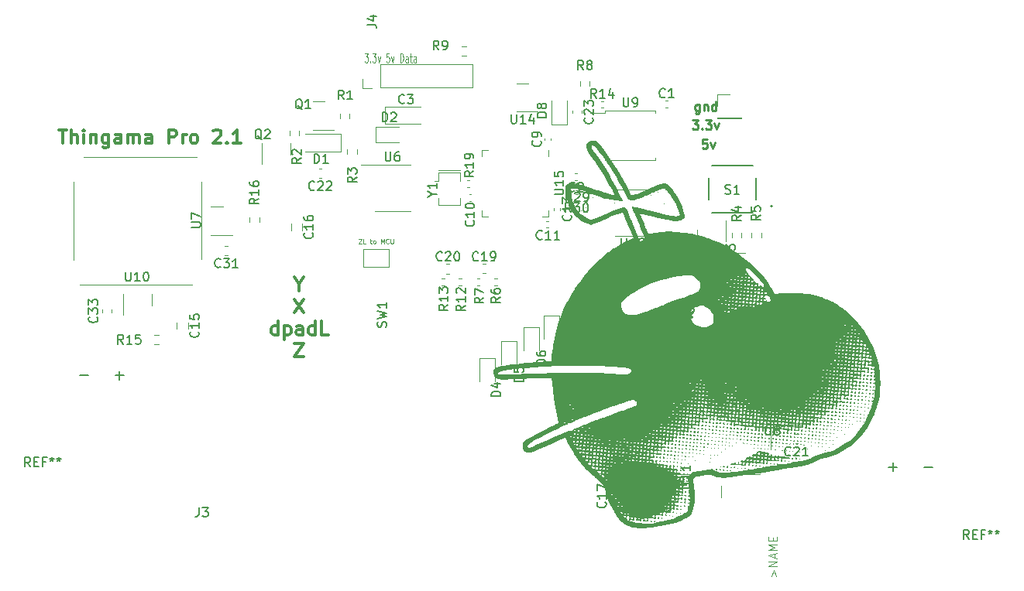
<source format=gbr>
G04 #@! TF.GenerationSoftware,KiCad,Pcbnew,(6.0.7)*
G04 #@! TF.CreationDate,2023-02-24T15:51:33-08:00*
G04 #@! TF.ProjectId,procon_gcc_main_pcb,70726f63-6f6e-45f6-9763-635f6d61696e,rev?*
G04 #@! TF.SameCoordinates,Original*
G04 #@! TF.FileFunction,Legend,Top*
G04 #@! TF.FilePolarity,Positive*
%FSLAX46Y46*%
G04 Gerber Fmt 4.6, Leading zero omitted, Abs format (unit mm)*
G04 Created by KiCad (PCBNEW (6.0.7)) date 2023-02-24 15:51:33*
%MOMM*%
%LPD*%
G01*
G04 APERTURE LIST*
%ADD10C,0.300000*%
%ADD11C,0.250000*%
%ADD12C,0.125000*%
%ADD13C,0.150000*%
%ADD14C,0.080000*%
%ADD15C,0.100000*%
%ADD16C,0.120000*%
%ADD17C,0.200000*%
%ADD18C,0.127000*%
G04 APERTURE END LIST*
D10*
X87840000Y-108828571D02*
X88697142Y-108828571D01*
X88268571Y-110328571D02*
X88268571Y-108828571D01*
X89197142Y-110328571D02*
X89197142Y-108828571D01*
X89840000Y-110328571D02*
X89840000Y-109542857D01*
X89768571Y-109400000D01*
X89625714Y-109328571D01*
X89411428Y-109328571D01*
X89268571Y-109400000D01*
X89197142Y-109471428D01*
X90554285Y-110328571D02*
X90554285Y-109328571D01*
X90554285Y-108828571D02*
X90482857Y-108900000D01*
X90554285Y-108971428D01*
X90625714Y-108900000D01*
X90554285Y-108828571D01*
X90554285Y-108971428D01*
X91268571Y-109328571D02*
X91268571Y-110328571D01*
X91268571Y-109471428D02*
X91340000Y-109400000D01*
X91482857Y-109328571D01*
X91697142Y-109328571D01*
X91840000Y-109400000D01*
X91911428Y-109542857D01*
X91911428Y-110328571D01*
X93268571Y-109328571D02*
X93268571Y-110542857D01*
X93197142Y-110685714D01*
X93125714Y-110757142D01*
X92982857Y-110828571D01*
X92768571Y-110828571D01*
X92625714Y-110757142D01*
X93268571Y-110257142D02*
X93125714Y-110328571D01*
X92840000Y-110328571D01*
X92697142Y-110257142D01*
X92625714Y-110185714D01*
X92554285Y-110042857D01*
X92554285Y-109614285D01*
X92625714Y-109471428D01*
X92697142Y-109400000D01*
X92840000Y-109328571D01*
X93125714Y-109328571D01*
X93268571Y-109400000D01*
X94625714Y-110328571D02*
X94625714Y-109542857D01*
X94554285Y-109400000D01*
X94411428Y-109328571D01*
X94125714Y-109328571D01*
X93982857Y-109400000D01*
X94625714Y-110257142D02*
X94482857Y-110328571D01*
X94125714Y-110328571D01*
X93982857Y-110257142D01*
X93911428Y-110114285D01*
X93911428Y-109971428D01*
X93982857Y-109828571D01*
X94125714Y-109757142D01*
X94482857Y-109757142D01*
X94625714Y-109685714D01*
X95340000Y-110328571D02*
X95340000Y-109328571D01*
X95340000Y-109471428D02*
X95411428Y-109400000D01*
X95554285Y-109328571D01*
X95768571Y-109328571D01*
X95911428Y-109400000D01*
X95982857Y-109542857D01*
X95982857Y-110328571D01*
X95982857Y-109542857D02*
X96054285Y-109400000D01*
X96197142Y-109328571D01*
X96411428Y-109328571D01*
X96554285Y-109400000D01*
X96625714Y-109542857D01*
X96625714Y-110328571D01*
X97982857Y-110328571D02*
X97982857Y-109542857D01*
X97911428Y-109400000D01*
X97768571Y-109328571D01*
X97482857Y-109328571D01*
X97340000Y-109400000D01*
X97982857Y-110257142D02*
X97840000Y-110328571D01*
X97482857Y-110328571D01*
X97340000Y-110257142D01*
X97268571Y-110114285D01*
X97268571Y-109971428D01*
X97340000Y-109828571D01*
X97482857Y-109757142D01*
X97840000Y-109757142D01*
X97982857Y-109685714D01*
X99839999Y-110328571D02*
X99839999Y-108828571D01*
X100411428Y-108828571D01*
X100554285Y-108900000D01*
X100625714Y-108971428D01*
X100697142Y-109114285D01*
X100697142Y-109328571D01*
X100625714Y-109471428D01*
X100554285Y-109542857D01*
X100411428Y-109614285D01*
X99839999Y-109614285D01*
X101339999Y-110328571D02*
X101339999Y-109328571D01*
X101339999Y-109614285D02*
X101411428Y-109471428D01*
X101482857Y-109400000D01*
X101625714Y-109328571D01*
X101768571Y-109328571D01*
X102482857Y-110328571D02*
X102340000Y-110257142D01*
X102268571Y-110185714D01*
X102197142Y-110042857D01*
X102197142Y-109614285D01*
X102268571Y-109471428D01*
X102340000Y-109400000D01*
X102482857Y-109328571D01*
X102697142Y-109328571D01*
X102840000Y-109400000D01*
X102911428Y-109471428D01*
X102982857Y-109614285D01*
X102982857Y-110042857D01*
X102911428Y-110185714D01*
X102840000Y-110257142D01*
X102697142Y-110328571D01*
X102482857Y-110328571D01*
X104697142Y-108971428D02*
X104768571Y-108900000D01*
X104911428Y-108828571D01*
X105268571Y-108828571D01*
X105411428Y-108900000D01*
X105482857Y-108971428D01*
X105554285Y-109114285D01*
X105554285Y-109257142D01*
X105482857Y-109471428D01*
X104625714Y-110328571D01*
X105554285Y-110328571D01*
X106197142Y-110185714D02*
X106268571Y-110257142D01*
X106197142Y-110328571D01*
X106125714Y-110257142D01*
X106197142Y-110185714D01*
X106197142Y-110328571D01*
X107697142Y-110328571D02*
X106840000Y-110328571D01*
X107268571Y-110328571D02*
X107268571Y-108828571D01*
X107125714Y-109042857D01*
X106982857Y-109185714D01*
X106840000Y-109257142D01*
D11*
X157081428Y-107792380D02*
X157700476Y-107792380D01*
X157367142Y-108173333D01*
X157510000Y-108173333D01*
X157605238Y-108220952D01*
X157652857Y-108268571D01*
X157700476Y-108363809D01*
X157700476Y-108601904D01*
X157652857Y-108697142D01*
X157605238Y-108744761D01*
X157510000Y-108792380D01*
X157224285Y-108792380D01*
X157129047Y-108744761D01*
X157081428Y-108697142D01*
X158129047Y-108697142D02*
X158176666Y-108744761D01*
X158129047Y-108792380D01*
X158081428Y-108744761D01*
X158129047Y-108697142D01*
X158129047Y-108792380D01*
X158510000Y-107792380D02*
X159129047Y-107792380D01*
X158795714Y-108173333D01*
X158938571Y-108173333D01*
X159033809Y-108220952D01*
X159081428Y-108268571D01*
X159129047Y-108363809D01*
X159129047Y-108601904D01*
X159081428Y-108697142D01*
X159033809Y-108744761D01*
X158938571Y-108792380D01*
X158652857Y-108792380D01*
X158557619Y-108744761D01*
X158510000Y-108697142D01*
X159462380Y-108125714D02*
X159700476Y-108792380D01*
X159938571Y-108125714D01*
D12*
X121232142Y-100452380D02*
X121603571Y-100452380D01*
X121403571Y-100833333D01*
X121489285Y-100833333D01*
X121546428Y-100880952D01*
X121575000Y-100928571D01*
X121603571Y-101023809D01*
X121603571Y-101261904D01*
X121575000Y-101357142D01*
X121546428Y-101404761D01*
X121489285Y-101452380D01*
X121317857Y-101452380D01*
X121260714Y-101404761D01*
X121232142Y-101357142D01*
X121860714Y-101357142D02*
X121889285Y-101404761D01*
X121860714Y-101452380D01*
X121832142Y-101404761D01*
X121860714Y-101357142D01*
X121860714Y-101452380D01*
X122089285Y-100452380D02*
X122460714Y-100452380D01*
X122260714Y-100833333D01*
X122346428Y-100833333D01*
X122403571Y-100880952D01*
X122432142Y-100928571D01*
X122460714Y-101023809D01*
X122460714Y-101261904D01*
X122432142Y-101357142D01*
X122403571Y-101404761D01*
X122346428Y-101452380D01*
X122175000Y-101452380D01*
X122117857Y-101404761D01*
X122089285Y-101357142D01*
X122660714Y-100785714D02*
X122803571Y-101452380D01*
X122946428Y-100785714D01*
X123917857Y-100452380D02*
X123632142Y-100452380D01*
X123603571Y-100928571D01*
X123632142Y-100880952D01*
X123689285Y-100833333D01*
X123832142Y-100833333D01*
X123889285Y-100880952D01*
X123917857Y-100928571D01*
X123946428Y-101023809D01*
X123946428Y-101261904D01*
X123917857Y-101357142D01*
X123889285Y-101404761D01*
X123832142Y-101452380D01*
X123689285Y-101452380D01*
X123632142Y-101404761D01*
X123603571Y-101357142D01*
X124146428Y-100785714D02*
X124289285Y-101452380D01*
X124432142Y-100785714D01*
X125117857Y-101452380D02*
X125117857Y-100452380D01*
X125260714Y-100452380D01*
X125346428Y-100500000D01*
X125403571Y-100595238D01*
X125432142Y-100690476D01*
X125460714Y-100880952D01*
X125460714Y-101023809D01*
X125432142Y-101214285D01*
X125403571Y-101309523D01*
X125346428Y-101404761D01*
X125260714Y-101452380D01*
X125117857Y-101452380D01*
X125975000Y-101452380D02*
X125975000Y-100928571D01*
X125946428Y-100833333D01*
X125889285Y-100785714D01*
X125775000Y-100785714D01*
X125717857Y-100833333D01*
X125975000Y-101404761D02*
X125917857Y-101452380D01*
X125775000Y-101452380D01*
X125717857Y-101404761D01*
X125689285Y-101309523D01*
X125689285Y-101214285D01*
X125717857Y-101119047D01*
X125775000Y-101071428D01*
X125917857Y-101071428D01*
X125975000Y-101023809D01*
X126175000Y-100785714D02*
X126403571Y-100785714D01*
X126260714Y-100452380D02*
X126260714Y-101309523D01*
X126289285Y-101404761D01*
X126346428Y-101452380D01*
X126403571Y-101452380D01*
X126860714Y-101452380D02*
X126860714Y-100928571D01*
X126832142Y-100833333D01*
X126775000Y-100785714D01*
X126660714Y-100785714D01*
X126603571Y-100833333D01*
X126860714Y-101404761D02*
X126803571Y-101452380D01*
X126660714Y-101452380D01*
X126603571Y-101404761D01*
X126575000Y-101309523D01*
X126575000Y-101214285D01*
X126603571Y-101119047D01*
X126660714Y-101071428D01*
X126803571Y-101071428D01*
X126860714Y-101023809D01*
D11*
X158677142Y-109882380D02*
X158200952Y-109882380D01*
X158153333Y-110358571D01*
X158200952Y-110310952D01*
X158296190Y-110263333D01*
X158534285Y-110263333D01*
X158629523Y-110310952D01*
X158677142Y-110358571D01*
X158724761Y-110453809D01*
X158724761Y-110691904D01*
X158677142Y-110787142D01*
X158629523Y-110834761D01*
X158534285Y-110882380D01*
X158296190Y-110882380D01*
X158200952Y-110834761D01*
X158153333Y-110787142D01*
X159058095Y-110215714D02*
X159296190Y-110882380D01*
X159534285Y-110215714D01*
X157839523Y-106075714D02*
X157839523Y-106885238D01*
X157791904Y-106980476D01*
X157744285Y-107028095D01*
X157649047Y-107075714D01*
X157506190Y-107075714D01*
X157410952Y-107028095D01*
X157839523Y-106694761D02*
X157744285Y-106742380D01*
X157553809Y-106742380D01*
X157458571Y-106694761D01*
X157410952Y-106647142D01*
X157363333Y-106551904D01*
X157363333Y-106266190D01*
X157410952Y-106170952D01*
X157458571Y-106123333D01*
X157553809Y-106075714D01*
X157744285Y-106075714D01*
X157839523Y-106123333D01*
X158315714Y-106075714D02*
X158315714Y-106742380D01*
X158315714Y-106170952D02*
X158363333Y-106123333D01*
X158458571Y-106075714D01*
X158601428Y-106075714D01*
X158696666Y-106123333D01*
X158744285Y-106218571D01*
X158744285Y-106742380D01*
X159649047Y-106742380D02*
X159649047Y-105742380D01*
X159649047Y-106694761D02*
X159553809Y-106742380D01*
X159363333Y-106742380D01*
X159268095Y-106694761D01*
X159220476Y-106647142D01*
X159172857Y-106551904D01*
X159172857Y-106266190D01*
X159220476Y-106170952D01*
X159268095Y-106123333D01*
X159363333Y-106075714D01*
X159553809Y-106075714D01*
X159649047Y-106123333D01*
D10*
X114075000Y-125741785D02*
X114075000Y-126456071D01*
X113575000Y-124956071D02*
X114075000Y-125741785D01*
X114575000Y-124956071D01*
X113575000Y-127371071D02*
X114575000Y-128871071D01*
X114575000Y-127371071D02*
X113575000Y-128871071D01*
X111753571Y-131286071D02*
X111753571Y-129786071D01*
X111753571Y-131214642D02*
X111610714Y-131286071D01*
X111325000Y-131286071D01*
X111182142Y-131214642D01*
X111110714Y-131143214D01*
X111039285Y-131000357D01*
X111039285Y-130571785D01*
X111110714Y-130428928D01*
X111182142Y-130357500D01*
X111325000Y-130286071D01*
X111610714Y-130286071D01*
X111753571Y-130357500D01*
X112467857Y-130286071D02*
X112467857Y-131786071D01*
X112467857Y-130357500D02*
X112610714Y-130286071D01*
X112896428Y-130286071D01*
X113039285Y-130357500D01*
X113110714Y-130428928D01*
X113182142Y-130571785D01*
X113182142Y-131000357D01*
X113110714Y-131143214D01*
X113039285Y-131214642D01*
X112896428Y-131286071D01*
X112610714Y-131286071D01*
X112467857Y-131214642D01*
X114467857Y-131286071D02*
X114467857Y-130500357D01*
X114396428Y-130357500D01*
X114253571Y-130286071D01*
X113967857Y-130286071D01*
X113825000Y-130357500D01*
X114467857Y-131214642D02*
X114325000Y-131286071D01*
X113967857Y-131286071D01*
X113825000Y-131214642D01*
X113753571Y-131071785D01*
X113753571Y-130928928D01*
X113825000Y-130786071D01*
X113967857Y-130714642D01*
X114325000Y-130714642D01*
X114467857Y-130643214D01*
X115825000Y-131286071D02*
X115825000Y-129786071D01*
X115825000Y-131214642D02*
X115682142Y-131286071D01*
X115396428Y-131286071D01*
X115253571Y-131214642D01*
X115182142Y-131143214D01*
X115110714Y-131000357D01*
X115110714Y-130571785D01*
X115182142Y-130428928D01*
X115253571Y-130357500D01*
X115396428Y-130286071D01*
X115682142Y-130286071D01*
X115825000Y-130357500D01*
X117253571Y-131286071D02*
X116539285Y-131286071D01*
X116539285Y-129786071D01*
X113575000Y-132201071D02*
X114575000Y-132201071D01*
X113575000Y-133701071D01*
X114575000Y-133701071D01*
D13*
X114277380Y-111916666D02*
X113801190Y-112250000D01*
X114277380Y-112488095D02*
X113277380Y-112488095D01*
X113277380Y-112107142D01*
X113325000Y-112011904D01*
X113372619Y-111964285D01*
X113467857Y-111916666D01*
X113610714Y-111916666D01*
X113705952Y-111964285D01*
X113753571Y-112011904D01*
X113801190Y-112107142D01*
X113801190Y-112488095D01*
X113372619Y-111535714D02*
X113325000Y-111488095D01*
X113277380Y-111392857D01*
X113277380Y-111154761D01*
X113325000Y-111059523D01*
X113372619Y-111011904D01*
X113467857Y-110964285D01*
X113563095Y-110964285D01*
X113705952Y-111011904D01*
X114277380Y-111583333D01*
X114277380Y-110964285D01*
X143807142Y-116672380D02*
X143473809Y-116196190D01*
X143235714Y-116672380D02*
X143235714Y-115672380D01*
X143616666Y-115672380D01*
X143711904Y-115720000D01*
X143759523Y-115767619D01*
X143807142Y-115862857D01*
X143807142Y-116005714D01*
X143759523Y-116100952D01*
X143711904Y-116148571D01*
X143616666Y-116196190D01*
X143235714Y-116196190D01*
X144188095Y-115767619D02*
X144235714Y-115720000D01*
X144330952Y-115672380D01*
X144569047Y-115672380D01*
X144664285Y-115720000D01*
X144711904Y-115767619D01*
X144759523Y-115862857D01*
X144759523Y-115958095D01*
X144711904Y-116100952D01*
X144140476Y-116672380D01*
X144759523Y-116672380D01*
X145235714Y-116672380D02*
X145426190Y-116672380D01*
X145521428Y-116624761D01*
X145569047Y-116577142D01*
X145664285Y-116434285D01*
X145711904Y-116243809D01*
X145711904Y-115862857D01*
X145664285Y-115767619D01*
X145616666Y-115720000D01*
X145521428Y-115672380D01*
X145330952Y-115672380D01*
X145235714Y-115720000D01*
X145188095Y-115767619D01*
X145140476Y-115862857D01*
X145140476Y-116100952D01*
X145188095Y-116196190D01*
X145235714Y-116243809D01*
X145330952Y-116291428D01*
X145521428Y-116291428D01*
X145616666Y-116243809D01*
X145664285Y-116196190D01*
X145711904Y-116100952D01*
X123171904Y-107942380D02*
X123171904Y-106942380D01*
X123410000Y-106942380D01*
X123552857Y-106990000D01*
X123648095Y-107085238D01*
X123695714Y-107180476D01*
X123743333Y-107370952D01*
X123743333Y-107513809D01*
X123695714Y-107704285D01*
X123648095Y-107799523D01*
X123552857Y-107894761D01*
X123410000Y-107942380D01*
X123171904Y-107942380D01*
X124124285Y-107037619D02*
X124171904Y-106990000D01*
X124267142Y-106942380D01*
X124505238Y-106942380D01*
X124600476Y-106990000D01*
X124648095Y-107037619D01*
X124695714Y-107132857D01*
X124695714Y-107228095D01*
X124648095Y-107370952D01*
X124076666Y-107942380D01*
X124695714Y-107942380D01*
X115736904Y-112477380D02*
X115736904Y-111477380D01*
X115975000Y-111477380D01*
X116117857Y-111525000D01*
X116213095Y-111620238D01*
X116260714Y-111715476D01*
X116308333Y-111905952D01*
X116308333Y-112048809D01*
X116260714Y-112239285D01*
X116213095Y-112334523D01*
X116117857Y-112429761D01*
X115975000Y-112477380D01*
X115736904Y-112477380D01*
X117260714Y-112477380D02*
X116689285Y-112477380D01*
X116975000Y-112477380D02*
X116975000Y-111477380D01*
X116879761Y-111620238D01*
X116784523Y-111715476D01*
X116689285Y-111763095D01*
X162377380Y-118184166D02*
X161901190Y-118517500D01*
X162377380Y-118755595D02*
X161377380Y-118755595D01*
X161377380Y-118374642D01*
X161425000Y-118279404D01*
X161472619Y-118231785D01*
X161567857Y-118184166D01*
X161710714Y-118184166D01*
X161805952Y-118231785D01*
X161853571Y-118279404D01*
X161901190Y-118374642D01*
X161901190Y-118755595D01*
X161710714Y-117327023D02*
X162377380Y-117327023D01*
X161329761Y-117565119D02*
X162044047Y-117803214D01*
X162044047Y-117184166D01*
X169636380Y-138176857D02*
X169160190Y-138510190D01*
X169636380Y-138748285D02*
X168636380Y-138748285D01*
X168636380Y-138367333D01*
X168684000Y-138272095D01*
X168731619Y-138224476D01*
X168826857Y-138176857D01*
X168969714Y-138176857D01*
X169064952Y-138224476D01*
X169112571Y-138272095D01*
X169160190Y-138367333D01*
X169160190Y-138748285D01*
X169636380Y-137224476D02*
X169636380Y-137795904D01*
X169636380Y-137510190D02*
X168636380Y-137510190D01*
X168779238Y-137605428D01*
X168874476Y-137700666D01*
X168922095Y-137795904D01*
X169064952Y-136653047D02*
X169017333Y-136748285D01*
X168969714Y-136795904D01*
X168874476Y-136843523D01*
X168826857Y-136843523D01*
X168731619Y-136795904D01*
X168684000Y-136748285D01*
X168636380Y-136653047D01*
X168636380Y-136462571D01*
X168684000Y-136367333D01*
X168731619Y-136319714D01*
X168826857Y-136272095D01*
X168874476Y-136272095D01*
X168969714Y-136319714D01*
X169017333Y-136367333D01*
X169064952Y-136462571D01*
X169064952Y-136653047D01*
X169112571Y-136748285D01*
X169160190Y-136795904D01*
X169255428Y-136843523D01*
X169445904Y-136843523D01*
X169541142Y-136795904D01*
X169588761Y-136748285D01*
X169636380Y-136653047D01*
X169636380Y-136462571D01*
X169588761Y-136367333D01*
X169541142Y-136319714D01*
X169445904Y-136272095D01*
X169255428Y-136272095D01*
X169160190Y-136319714D01*
X169112571Y-136367333D01*
X169064952Y-136462571D01*
X133132142Y-118767857D02*
X133179761Y-118815476D01*
X133227380Y-118958333D01*
X133227380Y-119053571D01*
X133179761Y-119196428D01*
X133084523Y-119291666D01*
X132989285Y-119339285D01*
X132798809Y-119386904D01*
X132655952Y-119386904D01*
X132465476Y-119339285D01*
X132370238Y-119291666D01*
X132275000Y-119196428D01*
X132227380Y-119053571D01*
X132227380Y-118958333D01*
X132275000Y-118815476D01*
X132322619Y-118767857D01*
X133227380Y-117815476D02*
X133227380Y-118386904D01*
X133227380Y-118101190D02*
X132227380Y-118101190D01*
X132370238Y-118196428D01*
X132465476Y-118291666D01*
X132513095Y-118386904D01*
X132227380Y-117196428D02*
X132227380Y-117101190D01*
X132275000Y-117005952D01*
X132322619Y-116958333D01*
X132417857Y-116910714D01*
X132608333Y-116863095D01*
X132846428Y-116863095D01*
X133036904Y-116910714D01*
X133132142Y-116958333D01*
X133179761Y-117005952D01*
X133227380Y-117101190D01*
X133227380Y-117196428D01*
X133179761Y-117291666D01*
X133132142Y-117339285D01*
X133036904Y-117386904D01*
X132846428Y-117434523D01*
X132608333Y-117434523D01*
X132417857Y-117386904D01*
X132322619Y-117339285D01*
X132275000Y-117291666D01*
X132227380Y-117196428D01*
X121527380Y-97308333D02*
X122241666Y-97308333D01*
X122384523Y-97355952D01*
X122479761Y-97451190D01*
X122527380Y-97594047D01*
X122527380Y-97689285D01*
X121860714Y-96403571D02*
X122527380Y-96403571D01*
X121479761Y-96641666D02*
X122194047Y-96879761D01*
X122194047Y-96260714D01*
X102302380Y-119511904D02*
X103111904Y-119511904D01*
X103207142Y-119464285D01*
X103254761Y-119416666D01*
X103302380Y-119321428D01*
X103302380Y-119130952D01*
X103254761Y-119035714D01*
X103207142Y-118988095D01*
X103111904Y-118940476D01*
X102302380Y-118940476D01*
X102302380Y-118559523D02*
X102302380Y-117892857D01*
X103302380Y-118321428D01*
X105481142Y-123831142D02*
X105433523Y-123878761D01*
X105290666Y-123926380D01*
X105195428Y-123926380D01*
X105052571Y-123878761D01*
X104957333Y-123783523D01*
X104909714Y-123688285D01*
X104862095Y-123497809D01*
X104862095Y-123354952D01*
X104909714Y-123164476D01*
X104957333Y-123069238D01*
X105052571Y-122974000D01*
X105195428Y-122926380D01*
X105290666Y-122926380D01*
X105433523Y-122974000D01*
X105481142Y-123021619D01*
X105814476Y-122926380D02*
X106433523Y-122926380D01*
X106100190Y-123307333D01*
X106243047Y-123307333D01*
X106338285Y-123354952D01*
X106385904Y-123402571D01*
X106433523Y-123497809D01*
X106433523Y-123735904D01*
X106385904Y-123831142D01*
X106338285Y-123878761D01*
X106243047Y-123926380D01*
X105957333Y-123926380D01*
X105862095Y-123878761D01*
X105814476Y-123831142D01*
X107385904Y-123926380D02*
X106814476Y-123926380D01*
X107100190Y-123926380D02*
X107100190Y-122926380D01*
X107004952Y-123069238D01*
X106909714Y-123164476D01*
X106814476Y-123212095D01*
X161822619Y-122287738D02*
X161775000Y-122382976D01*
X161679761Y-122478214D01*
X161536904Y-122621071D01*
X161489285Y-122716309D01*
X161489285Y-122811547D01*
X161727380Y-122763928D02*
X161679761Y-122859166D01*
X161584523Y-122954404D01*
X161394047Y-123002023D01*
X161060714Y-123002023D01*
X160870238Y-122954404D01*
X160775000Y-122859166D01*
X160727380Y-122763928D01*
X160727380Y-122573452D01*
X160775000Y-122478214D01*
X160870238Y-122382976D01*
X161060714Y-122335357D01*
X161394047Y-122335357D01*
X161584523Y-122382976D01*
X161679761Y-122478214D01*
X161727380Y-122573452D01*
X161727380Y-122763928D01*
X160727380Y-122002023D02*
X160727380Y-121382976D01*
X161108333Y-121716309D01*
X161108333Y-121573452D01*
X161155952Y-121478214D01*
X161203571Y-121430595D01*
X161298809Y-121382976D01*
X161536904Y-121382976D01*
X161632142Y-121430595D01*
X161679761Y-121478214D01*
X161727380Y-121573452D01*
X161727380Y-121859166D01*
X161679761Y-121954404D01*
X161632142Y-122002023D01*
X154083333Y-105222142D02*
X154035714Y-105269761D01*
X153892857Y-105317380D01*
X153797619Y-105317380D01*
X153654761Y-105269761D01*
X153559523Y-105174523D01*
X153511904Y-105079285D01*
X153464285Y-104888809D01*
X153464285Y-104745952D01*
X153511904Y-104555476D01*
X153559523Y-104460238D01*
X153654761Y-104365000D01*
X153797619Y-104317380D01*
X153892857Y-104317380D01*
X154035714Y-104365000D01*
X154083333Y-104412619D01*
X155035714Y-105317380D02*
X154464285Y-105317380D01*
X154750000Y-105317380D02*
X154750000Y-104317380D01*
X154654761Y-104460238D01*
X154559523Y-104555476D01*
X154464285Y-104603095D01*
X137261904Y-107152380D02*
X137261904Y-107961904D01*
X137309523Y-108057142D01*
X137357142Y-108104761D01*
X137452380Y-108152380D01*
X137642857Y-108152380D01*
X137738095Y-108104761D01*
X137785714Y-108057142D01*
X137833333Y-107961904D01*
X137833333Y-107152380D01*
X138833333Y-108152380D02*
X138261904Y-108152380D01*
X138547619Y-108152380D02*
X138547619Y-107152380D01*
X138452380Y-107295238D01*
X138357142Y-107390476D01*
X138261904Y-107438095D01*
X139690476Y-107485714D02*
X139690476Y-108152380D01*
X139452380Y-107104761D02*
X139214285Y-107819047D01*
X139833333Y-107819047D01*
X141102380Y-107458095D02*
X140102380Y-107458095D01*
X140102380Y-107220000D01*
X140150000Y-107077142D01*
X140245238Y-106981904D01*
X140340476Y-106934285D01*
X140530952Y-106886666D01*
X140673809Y-106886666D01*
X140864285Y-106934285D01*
X140959523Y-106981904D01*
X141054761Y-107077142D01*
X141102380Y-107220000D01*
X141102380Y-107458095D01*
X140530952Y-106315238D02*
X140483333Y-106410476D01*
X140435714Y-106458095D01*
X140340476Y-106505714D01*
X140292857Y-106505714D01*
X140197619Y-106458095D01*
X140150000Y-106410476D01*
X140102380Y-106315238D01*
X140102380Y-106124761D01*
X140150000Y-106029523D01*
X140197619Y-105981904D01*
X140292857Y-105934285D01*
X140340476Y-105934285D01*
X140435714Y-105981904D01*
X140483333Y-106029523D01*
X140530952Y-106124761D01*
X140530952Y-106315238D01*
X140578571Y-106410476D01*
X140626190Y-106458095D01*
X140721428Y-106505714D01*
X140911904Y-106505714D01*
X141007142Y-106458095D01*
X141054761Y-106410476D01*
X141102380Y-106315238D01*
X141102380Y-106124761D01*
X141054761Y-106029523D01*
X141007142Y-105981904D01*
X140911904Y-105934285D01*
X140721428Y-105934285D01*
X140626190Y-105981904D01*
X140578571Y-106029523D01*
X140530952Y-106124761D01*
X123513095Y-111252380D02*
X123513095Y-112061904D01*
X123560714Y-112157142D01*
X123608333Y-112204761D01*
X123703571Y-112252380D01*
X123894047Y-112252380D01*
X123989285Y-112204761D01*
X124036904Y-112157142D01*
X124084523Y-112061904D01*
X124084523Y-111252380D01*
X124989285Y-111252380D02*
X124798809Y-111252380D01*
X124703571Y-111300000D01*
X124655952Y-111347619D01*
X124560714Y-111490476D01*
X124513095Y-111680952D01*
X124513095Y-112061904D01*
X124560714Y-112157142D01*
X124608333Y-112204761D01*
X124703571Y-112252380D01*
X124894047Y-112252380D01*
X124989285Y-112204761D01*
X125036904Y-112157142D01*
X125084523Y-112061904D01*
X125084523Y-111823809D01*
X125036904Y-111728571D01*
X124989285Y-111680952D01*
X124894047Y-111633333D01*
X124703571Y-111633333D01*
X124608333Y-111680952D01*
X124560714Y-111728571D01*
X124513095Y-111823809D01*
X138577380Y-136338095D02*
X137577380Y-136338095D01*
X137577380Y-136100000D01*
X137625000Y-135957142D01*
X137720238Y-135861904D01*
X137815476Y-135814285D01*
X138005952Y-135766666D01*
X138148809Y-135766666D01*
X138339285Y-135814285D01*
X138434523Y-135861904D01*
X138529761Y-135957142D01*
X138577380Y-136100000D01*
X138577380Y-136338095D01*
X137577380Y-134861904D02*
X137577380Y-135338095D01*
X138053571Y-135385714D01*
X138005952Y-135338095D01*
X137958333Y-135242857D01*
X137958333Y-135004761D01*
X138005952Y-134909523D01*
X138053571Y-134861904D01*
X138148809Y-134814285D01*
X138386904Y-134814285D01*
X138482142Y-134861904D01*
X138529761Y-134909523D01*
X138577380Y-135004761D01*
X138577380Y-135242857D01*
X138529761Y-135338095D01*
X138482142Y-135385714D01*
X132227380Y-128042857D02*
X131751190Y-128376190D01*
X132227380Y-128614285D02*
X131227380Y-128614285D01*
X131227380Y-128233333D01*
X131275000Y-128138095D01*
X131322619Y-128090476D01*
X131417857Y-128042857D01*
X131560714Y-128042857D01*
X131655952Y-128090476D01*
X131703571Y-128138095D01*
X131751190Y-128233333D01*
X131751190Y-128614285D01*
X132227380Y-127090476D02*
X132227380Y-127661904D01*
X132227380Y-127376190D02*
X131227380Y-127376190D01*
X131370238Y-127471428D01*
X131465476Y-127566666D01*
X131513095Y-127661904D01*
X131322619Y-126709523D02*
X131275000Y-126661904D01*
X131227380Y-126566666D01*
X131227380Y-126328571D01*
X131275000Y-126233333D01*
X131322619Y-126185714D01*
X131417857Y-126138095D01*
X131513095Y-126138095D01*
X131655952Y-126185714D01*
X132227380Y-126757142D01*
X132227380Y-126138095D01*
X115507142Y-120122857D02*
X115554761Y-120170476D01*
X115602380Y-120313333D01*
X115602380Y-120408571D01*
X115554761Y-120551428D01*
X115459523Y-120646666D01*
X115364285Y-120694285D01*
X115173809Y-120741904D01*
X115030952Y-120741904D01*
X114840476Y-120694285D01*
X114745238Y-120646666D01*
X114650000Y-120551428D01*
X114602380Y-120408571D01*
X114602380Y-120313333D01*
X114650000Y-120170476D01*
X114697619Y-120122857D01*
X115602380Y-119170476D02*
X115602380Y-119741904D01*
X115602380Y-119456190D02*
X114602380Y-119456190D01*
X114745238Y-119551428D01*
X114840476Y-119646666D01*
X114888095Y-119741904D01*
X114602380Y-118313333D02*
X114602380Y-118503809D01*
X114650000Y-118599047D01*
X114697619Y-118646666D01*
X114840476Y-118741904D01*
X115030952Y-118789523D01*
X115411904Y-118789523D01*
X115507142Y-118741904D01*
X115554761Y-118694285D01*
X115602380Y-118599047D01*
X115602380Y-118408571D01*
X115554761Y-118313333D01*
X115507142Y-118265714D01*
X115411904Y-118218095D01*
X115173809Y-118218095D01*
X115078571Y-118265714D01*
X115030952Y-118313333D01*
X114983333Y-118408571D01*
X114983333Y-118599047D01*
X115030952Y-118694285D01*
X115078571Y-118741904D01*
X115173809Y-118789523D01*
D12*
X120583333Y-120776189D02*
X120916666Y-120776189D01*
X120583333Y-121276189D01*
X120916666Y-121276189D01*
X121345238Y-121276189D02*
X121107142Y-121276189D01*
X121107142Y-120776189D01*
X121821428Y-120942856D02*
X122011904Y-120942856D01*
X121892857Y-120776189D02*
X121892857Y-121204760D01*
X121916666Y-121252379D01*
X121964285Y-121276189D01*
X122011904Y-121276189D01*
X122250000Y-121276189D02*
X122202380Y-121252379D01*
X122178571Y-121228570D01*
X122154761Y-121180951D01*
X122154761Y-121038094D01*
X122178571Y-120990475D01*
X122202380Y-120966665D01*
X122250000Y-120942856D01*
X122321428Y-120942856D01*
X122369047Y-120966665D01*
X122392857Y-120990475D01*
X122416666Y-121038094D01*
X122416666Y-121180951D01*
X122392857Y-121228570D01*
X122369047Y-121252379D01*
X122321428Y-121276189D01*
X122250000Y-121276189D01*
X123011904Y-121276189D02*
X123011904Y-120776189D01*
X123178571Y-121133332D01*
X123345238Y-120776189D01*
X123345238Y-121276189D01*
X123869047Y-121228570D02*
X123845238Y-121252379D01*
X123773809Y-121276189D01*
X123726190Y-121276189D01*
X123654761Y-121252379D01*
X123607142Y-121204760D01*
X123583333Y-121157141D01*
X123559523Y-121061903D01*
X123559523Y-120990475D01*
X123583333Y-120895237D01*
X123607142Y-120847618D01*
X123654761Y-120799999D01*
X123726190Y-120776189D01*
X123773809Y-120776189D01*
X123845238Y-120799999D01*
X123869047Y-120823808D01*
X124083333Y-120776189D02*
X124083333Y-121180951D01*
X124107142Y-121228570D01*
X124130952Y-121252379D01*
X124178571Y-121276189D01*
X124273809Y-121276189D01*
X124321428Y-121252379D01*
X124345238Y-121228570D01*
X124369047Y-121180951D01*
X124369047Y-120776189D01*
D13*
X136052380Y-127141666D02*
X135576190Y-127475000D01*
X136052380Y-127713095D02*
X135052380Y-127713095D01*
X135052380Y-127332142D01*
X135100000Y-127236904D01*
X135147619Y-127189285D01*
X135242857Y-127141666D01*
X135385714Y-127141666D01*
X135480952Y-127189285D01*
X135528571Y-127236904D01*
X135576190Y-127332142D01*
X135576190Y-127713095D01*
X135052380Y-126284523D02*
X135052380Y-126475000D01*
X135100000Y-126570238D01*
X135147619Y-126617857D01*
X135290476Y-126713095D01*
X135480952Y-126760714D01*
X135861904Y-126760714D01*
X135957142Y-126713095D01*
X136004761Y-126665476D01*
X136052380Y-126570238D01*
X136052380Y-126379761D01*
X136004761Y-126284523D01*
X135957142Y-126236904D01*
X135861904Y-126189285D01*
X135623809Y-126189285D01*
X135528571Y-126236904D01*
X135480952Y-126284523D01*
X135433333Y-126379761D01*
X135433333Y-126570238D01*
X135480952Y-126665476D01*
X135528571Y-126713095D01*
X135623809Y-126760714D01*
X167801142Y-144441142D02*
X167753523Y-144488761D01*
X167610666Y-144536380D01*
X167515428Y-144536380D01*
X167372571Y-144488761D01*
X167277333Y-144393523D01*
X167229714Y-144298285D01*
X167182095Y-144107809D01*
X167182095Y-143964952D01*
X167229714Y-143774476D01*
X167277333Y-143679238D01*
X167372571Y-143584000D01*
X167515428Y-143536380D01*
X167610666Y-143536380D01*
X167753523Y-143584000D01*
X167801142Y-143631619D01*
X168182095Y-143631619D02*
X168229714Y-143584000D01*
X168324952Y-143536380D01*
X168563047Y-143536380D01*
X168658285Y-143584000D01*
X168705904Y-143631619D01*
X168753523Y-143726857D01*
X168753523Y-143822095D01*
X168705904Y-143964952D01*
X168134476Y-144536380D01*
X168753523Y-144536380D01*
X169705904Y-144536380D02*
X169134476Y-144536380D01*
X169420190Y-144536380D02*
X169420190Y-143536380D01*
X169324952Y-143679238D01*
X169229714Y-143774476D01*
X169134476Y-143822095D01*
D14*
X168936857Y-135277190D02*
X169199714Y-134576238D01*
X169462571Y-135277190D01*
X169550190Y-134138142D02*
X168630190Y-134138142D01*
X169550190Y-133612428D01*
X168630190Y-133612428D01*
X169287333Y-133218142D02*
X169287333Y-132780047D01*
X169550190Y-133305761D02*
X168630190Y-132999095D01*
X169550190Y-132692428D01*
X169550190Y-132385761D02*
X168630190Y-132385761D01*
X169287333Y-132079095D01*
X168630190Y-131772428D01*
X169550190Y-131772428D01*
X169068285Y-131334333D02*
X169068285Y-131027666D01*
X169550190Y-130896238D02*
X169550190Y-131334333D01*
X168630190Y-131334333D01*
X168630190Y-130896238D01*
D13*
X84696666Y-145702380D02*
X84363333Y-145226190D01*
X84125238Y-145702380D02*
X84125238Y-144702380D01*
X84506190Y-144702380D01*
X84601428Y-144750000D01*
X84649047Y-144797619D01*
X84696666Y-144892857D01*
X84696666Y-145035714D01*
X84649047Y-145130952D01*
X84601428Y-145178571D01*
X84506190Y-145226190D01*
X84125238Y-145226190D01*
X85125238Y-145178571D02*
X85458571Y-145178571D01*
X85601428Y-145702380D02*
X85125238Y-145702380D01*
X85125238Y-144702380D01*
X85601428Y-144702380D01*
X86363333Y-145178571D02*
X86030000Y-145178571D01*
X86030000Y-145702380D02*
X86030000Y-144702380D01*
X86506190Y-144702380D01*
X87030000Y-144702380D02*
X87030000Y-144940476D01*
X86791904Y-144845238D02*
X87030000Y-144940476D01*
X87268095Y-144845238D01*
X86887142Y-145130952D02*
X87030000Y-144940476D01*
X87172857Y-145130952D01*
X87791904Y-144702380D02*
X87791904Y-144940476D01*
X87553809Y-144845238D02*
X87791904Y-144940476D01*
X88030000Y-144845238D01*
X87649047Y-145130952D02*
X87791904Y-144940476D01*
X87934761Y-145130952D01*
X147547142Y-149582857D02*
X147594761Y-149630476D01*
X147642380Y-149773333D01*
X147642380Y-149868571D01*
X147594761Y-150011428D01*
X147499523Y-150106666D01*
X147404285Y-150154285D01*
X147213809Y-150201904D01*
X147070952Y-150201904D01*
X146880476Y-150154285D01*
X146785238Y-150106666D01*
X146690000Y-150011428D01*
X146642380Y-149868571D01*
X146642380Y-149773333D01*
X146690000Y-149630476D01*
X146737619Y-149582857D01*
X147642380Y-148630476D02*
X147642380Y-149201904D01*
X147642380Y-148916190D02*
X146642380Y-148916190D01*
X146785238Y-149011428D01*
X146880476Y-149106666D01*
X146928095Y-149201904D01*
X146642380Y-148297142D02*
X146642380Y-147630476D01*
X147642380Y-148059047D01*
X164502380Y-118134166D02*
X164026190Y-118467500D01*
X164502380Y-118705595D02*
X163502380Y-118705595D01*
X163502380Y-118324642D01*
X163550000Y-118229404D01*
X163597619Y-118181785D01*
X163692857Y-118134166D01*
X163835714Y-118134166D01*
X163930952Y-118181785D01*
X163978571Y-118229404D01*
X164026190Y-118324642D01*
X164026190Y-118705595D01*
X163502380Y-117229404D02*
X163502380Y-117705595D01*
X163978571Y-117753214D01*
X163930952Y-117705595D01*
X163883333Y-117610357D01*
X163883333Y-117372261D01*
X163930952Y-117277023D01*
X163978571Y-117229404D01*
X164073809Y-117181785D01*
X164311904Y-117181785D01*
X164407142Y-117229404D01*
X164454761Y-117277023D01*
X164502380Y-117372261D01*
X164502380Y-117610357D01*
X164454761Y-117705595D01*
X164407142Y-117753214D01*
X161916666Y-124941071D02*
X161583333Y-124941071D01*
X161583333Y-125464880D02*
X161583333Y-124464880D01*
X162059523Y-124464880D01*
X162964285Y-125464880D02*
X162392857Y-125464880D01*
X162678571Y-125464880D02*
X162678571Y-124464880D01*
X162583333Y-124607738D01*
X162488095Y-124702976D01*
X162392857Y-124750595D01*
X110004761Y-109897619D02*
X109909523Y-109850000D01*
X109814285Y-109754761D01*
X109671428Y-109611904D01*
X109576190Y-109564285D01*
X109480952Y-109564285D01*
X109528571Y-109802380D02*
X109433333Y-109754761D01*
X109338095Y-109659523D01*
X109290476Y-109469047D01*
X109290476Y-109135714D01*
X109338095Y-108945238D01*
X109433333Y-108850000D01*
X109528571Y-108802380D01*
X109719047Y-108802380D01*
X109814285Y-108850000D01*
X109909523Y-108945238D01*
X109957142Y-109135714D01*
X109957142Y-109469047D01*
X109909523Y-109659523D01*
X109814285Y-109754761D01*
X109719047Y-109802380D01*
X109528571Y-109802380D01*
X110338095Y-108897619D02*
X110385714Y-108850000D01*
X110480952Y-108802380D01*
X110719047Y-108802380D01*
X110814285Y-108850000D01*
X110861904Y-108897619D01*
X110909523Y-108992857D01*
X110909523Y-109088095D01*
X110861904Y-109230952D01*
X110290476Y-109802380D01*
X110909523Y-109802380D01*
X143782142Y-117847380D02*
X143448809Y-117371190D01*
X143210714Y-117847380D02*
X143210714Y-116847380D01*
X143591666Y-116847380D01*
X143686904Y-116895000D01*
X143734523Y-116942619D01*
X143782142Y-117037857D01*
X143782142Y-117180714D01*
X143734523Y-117275952D01*
X143686904Y-117323571D01*
X143591666Y-117371190D01*
X143210714Y-117371190D01*
X144115476Y-116847380D02*
X144734523Y-116847380D01*
X144401190Y-117228333D01*
X144544047Y-117228333D01*
X144639285Y-117275952D01*
X144686904Y-117323571D01*
X144734523Y-117418809D01*
X144734523Y-117656904D01*
X144686904Y-117752142D01*
X144639285Y-117799761D01*
X144544047Y-117847380D01*
X144258333Y-117847380D01*
X144163095Y-117799761D01*
X144115476Y-117752142D01*
X145353571Y-116847380D02*
X145448809Y-116847380D01*
X145544047Y-116895000D01*
X145591666Y-116942619D01*
X145639285Y-117037857D01*
X145686904Y-117228333D01*
X145686904Y-117466428D01*
X145639285Y-117656904D01*
X145591666Y-117752142D01*
X145544047Y-117799761D01*
X145448809Y-117847380D01*
X145353571Y-117847380D01*
X145258333Y-117799761D01*
X145210714Y-117752142D01*
X145163095Y-117656904D01*
X145115476Y-117466428D01*
X145115476Y-117228333D01*
X145163095Y-117037857D01*
X145210714Y-116942619D01*
X145258333Y-116895000D01*
X145353571Y-116847380D01*
X146132142Y-107532857D02*
X146179761Y-107580476D01*
X146227380Y-107723333D01*
X146227380Y-107818571D01*
X146179761Y-107961428D01*
X146084523Y-108056666D01*
X145989285Y-108104285D01*
X145798809Y-108151904D01*
X145655952Y-108151904D01*
X145465476Y-108104285D01*
X145370238Y-108056666D01*
X145275000Y-107961428D01*
X145227380Y-107818571D01*
X145227380Y-107723333D01*
X145275000Y-107580476D01*
X145322619Y-107532857D01*
X145322619Y-107151904D02*
X145275000Y-107104285D01*
X145227380Y-107009047D01*
X145227380Y-106770952D01*
X145275000Y-106675714D01*
X145322619Y-106628095D01*
X145417857Y-106580476D01*
X145513095Y-106580476D01*
X145655952Y-106628095D01*
X146227380Y-107199523D01*
X146227380Y-106580476D01*
X145227380Y-106247142D02*
X145227380Y-105628095D01*
X145608333Y-105961428D01*
X145608333Y-105818571D01*
X145655952Y-105723333D01*
X145703571Y-105675714D01*
X145798809Y-105628095D01*
X146036904Y-105628095D01*
X146132142Y-105675714D01*
X146179761Y-105723333D01*
X146227380Y-105818571D01*
X146227380Y-106104285D01*
X146179761Y-106199523D01*
X146132142Y-106247142D01*
X130352380Y-127967857D02*
X129876190Y-128301190D01*
X130352380Y-128539285D02*
X129352380Y-128539285D01*
X129352380Y-128158333D01*
X129400000Y-128063095D01*
X129447619Y-128015476D01*
X129542857Y-127967857D01*
X129685714Y-127967857D01*
X129780952Y-128015476D01*
X129828571Y-128063095D01*
X129876190Y-128158333D01*
X129876190Y-128539285D01*
X130352380Y-127015476D02*
X130352380Y-127586904D01*
X130352380Y-127301190D02*
X129352380Y-127301190D01*
X129495238Y-127396428D01*
X129590476Y-127491666D01*
X129638095Y-127586904D01*
X129352380Y-126682142D02*
X129352380Y-126063095D01*
X129733333Y-126396428D01*
X129733333Y-126253571D01*
X129780952Y-126158333D01*
X129828571Y-126110714D01*
X129923809Y-126063095D01*
X130161904Y-126063095D01*
X130257142Y-126110714D01*
X130304761Y-126158333D01*
X130352380Y-126253571D01*
X130352380Y-126539285D01*
X130304761Y-126634523D01*
X130257142Y-126682142D01*
X140632142Y-120757142D02*
X140584523Y-120804761D01*
X140441666Y-120852380D01*
X140346428Y-120852380D01*
X140203571Y-120804761D01*
X140108333Y-120709523D01*
X140060714Y-120614285D01*
X140013095Y-120423809D01*
X140013095Y-120280952D01*
X140060714Y-120090476D01*
X140108333Y-119995238D01*
X140203571Y-119900000D01*
X140346428Y-119852380D01*
X140441666Y-119852380D01*
X140584523Y-119900000D01*
X140632142Y-119947619D01*
X141584523Y-120852380D02*
X141013095Y-120852380D01*
X141298809Y-120852380D02*
X141298809Y-119852380D01*
X141203571Y-119995238D01*
X141108333Y-120090476D01*
X141013095Y-120138095D01*
X142536904Y-120852380D02*
X141965476Y-120852380D01*
X142251190Y-120852380D02*
X142251190Y-119852380D01*
X142155952Y-119995238D01*
X142060714Y-120090476D01*
X141965476Y-120138095D01*
X129707142Y-123082142D02*
X129659523Y-123129761D01*
X129516666Y-123177380D01*
X129421428Y-123177380D01*
X129278571Y-123129761D01*
X129183333Y-123034523D01*
X129135714Y-122939285D01*
X129088095Y-122748809D01*
X129088095Y-122605952D01*
X129135714Y-122415476D01*
X129183333Y-122320238D01*
X129278571Y-122225000D01*
X129421428Y-122177380D01*
X129516666Y-122177380D01*
X129659523Y-122225000D01*
X129707142Y-122272619D01*
X130088095Y-122272619D02*
X130135714Y-122225000D01*
X130230952Y-122177380D01*
X130469047Y-122177380D01*
X130564285Y-122225000D01*
X130611904Y-122272619D01*
X130659523Y-122367857D01*
X130659523Y-122463095D01*
X130611904Y-122605952D01*
X130040476Y-123177380D01*
X130659523Y-123177380D01*
X131278571Y-122177380D02*
X131373809Y-122177380D01*
X131469047Y-122225000D01*
X131516666Y-122272619D01*
X131564285Y-122367857D01*
X131611904Y-122558333D01*
X131611904Y-122796428D01*
X131564285Y-122986904D01*
X131516666Y-123082142D01*
X131469047Y-123129761D01*
X131373809Y-123177380D01*
X131278571Y-123177380D01*
X131183333Y-123129761D01*
X131135714Y-123082142D01*
X131088095Y-122986904D01*
X131040476Y-122796428D01*
X131040476Y-122558333D01*
X131088095Y-122367857D01*
X131135714Y-122272619D01*
X131183333Y-122225000D01*
X131278571Y-122177380D01*
X146557142Y-105342380D02*
X146223809Y-104866190D01*
X145985714Y-105342380D02*
X145985714Y-104342380D01*
X146366666Y-104342380D01*
X146461904Y-104390000D01*
X146509523Y-104437619D01*
X146557142Y-104532857D01*
X146557142Y-104675714D01*
X146509523Y-104770952D01*
X146461904Y-104818571D01*
X146366666Y-104866190D01*
X145985714Y-104866190D01*
X147509523Y-105342380D02*
X146938095Y-105342380D01*
X147223809Y-105342380D02*
X147223809Y-104342380D01*
X147128571Y-104485238D01*
X147033333Y-104580476D01*
X146938095Y-104628095D01*
X148366666Y-104675714D02*
X148366666Y-105342380D01*
X148128571Y-104294761D02*
X147890476Y-105009047D01*
X148509523Y-105009047D01*
X141967380Y-115921674D02*
X142776904Y-115921674D01*
X142872142Y-115874055D01*
X142919761Y-115826436D01*
X142967380Y-115731198D01*
X142967380Y-115540721D01*
X142919761Y-115445483D01*
X142872142Y-115397864D01*
X142776904Y-115350245D01*
X141967380Y-115350245D01*
X142967380Y-114350245D02*
X142967380Y-114921674D01*
X142967380Y-114635959D02*
X141967380Y-114635959D01*
X142110238Y-114731198D01*
X142205476Y-114826436D01*
X142253095Y-114921674D01*
X141967380Y-113445483D02*
X141967380Y-113921674D01*
X142443571Y-113969293D01*
X142395952Y-113921674D01*
X142348333Y-113826436D01*
X142348333Y-113588340D01*
X142395952Y-113493102D01*
X142443571Y-113445483D01*
X142538809Y-113397864D01*
X142776904Y-113397864D01*
X142872142Y-113445483D01*
X142919761Y-113493102D01*
X142967380Y-113588340D01*
X142967380Y-113826436D01*
X142919761Y-113921674D01*
X142872142Y-113969293D01*
X128626190Y-115851190D02*
X129102380Y-115851190D01*
X128102380Y-116184523D02*
X128626190Y-115851190D01*
X128102380Y-115517857D01*
X129102380Y-114660714D02*
X129102380Y-115232142D01*
X129102380Y-114946428D02*
X128102380Y-114946428D01*
X128245238Y-115041666D01*
X128340476Y-115136904D01*
X128388095Y-115232142D01*
X133657142Y-123082142D02*
X133609523Y-123129761D01*
X133466666Y-123177380D01*
X133371428Y-123177380D01*
X133228571Y-123129761D01*
X133133333Y-123034523D01*
X133085714Y-122939285D01*
X133038095Y-122748809D01*
X133038095Y-122605952D01*
X133085714Y-122415476D01*
X133133333Y-122320238D01*
X133228571Y-122225000D01*
X133371428Y-122177380D01*
X133466666Y-122177380D01*
X133609523Y-122225000D01*
X133657142Y-122272619D01*
X134609523Y-123177380D02*
X134038095Y-123177380D01*
X134323809Y-123177380D02*
X134323809Y-122177380D01*
X134228571Y-122320238D01*
X134133333Y-122415476D01*
X134038095Y-122463095D01*
X135085714Y-123177380D02*
X135276190Y-123177380D01*
X135371428Y-123129761D01*
X135419047Y-123082142D01*
X135514285Y-122939285D01*
X135561904Y-122748809D01*
X135561904Y-122367857D01*
X135514285Y-122272619D01*
X135466666Y-122225000D01*
X135371428Y-122177380D01*
X135180952Y-122177380D01*
X135085714Y-122225000D01*
X135038095Y-122272619D01*
X134990476Y-122367857D01*
X134990476Y-122605952D01*
X135038095Y-122701190D01*
X135085714Y-122748809D01*
X135180952Y-122796428D01*
X135371428Y-122796428D01*
X135466666Y-122748809D01*
X135514285Y-122701190D01*
X135561904Y-122605952D01*
X140447142Y-110016666D02*
X140494761Y-110064285D01*
X140542380Y-110207142D01*
X140542380Y-110302380D01*
X140494761Y-110445238D01*
X140399523Y-110540476D01*
X140304285Y-110588095D01*
X140113809Y-110635714D01*
X139970952Y-110635714D01*
X139780476Y-110588095D01*
X139685238Y-110540476D01*
X139590000Y-110445238D01*
X139542380Y-110302380D01*
X139542380Y-110207142D01*
X139590000Y-110064285D01*
X139637619Y-110016666D01*
X140542380Y-109540476D02*
X140542380Y-109350000D01*
X140494761Y-109254761D01*
X140447142Y-109207142D01*
X140304285Y-109111904D01*
X140113809Y-109064285D01*
X139732857Y-109064285D01*
X139637619Y-109111904D01*
X139590000Y-109159523D01*
X139542380Y-109254761D01*
X139542380Y-109445238D01*
X139590000Y-109540476D01*
X139637619Y-109588095D01*
X139732857Y-109635714D01*
X139970952Y-109635714D01*
X140066190Y-109588095D01*
X140113809Y-109540476D01*
X140161428Y-109445238D01*
X140161428Y-109254761D01*
X140113809Y-109159523D01*
X140066190Y-109111904D01*
X139970952Y-109064285D01*
D14*
X165717857Y-157733190D02*
X165980714Y-157032238D01*
X166243571Y-157733190D01*
X166331190Y-156594142D02*
X165411190Y-156594142D01*
X166331190Y-156068428D01*
X165411190Y-156068428D01*
X166068333Y-155674142D02*
X166068333Y-155236047D01*
X166331190Y-155761761D02*
X165411190Y-155455095D01*
X166331190Y-155148428D01*
X166331190Y-154841761D02*
X165411190Y-154841761D01*
X166068333Y-154535095D01*
X165411190Y-154228428D01*
X166331190Y-154228428D01*
X165849285Y-153790333D02*
X165849285Y-153483666D01*
X166331190Y-153352238D02*
X166331190Y-153790333D01*
X165411190Y-153790333D01*
X165411190Y-153352238D01*
D13*
X150951142Y-148316380D02*
X150617809Y-147840190D01*
X150379714Y-148316380D02*
X150379714Y-147316380D01*
X150760666Y-147316380D01*
X150855904Y-147364000D01*
X150903523Y-147411619D01*
X150951142Y-147506857D01*
X150951142Y-147649714D01*
X150903523Y-147744952D01*
X150855904Y-147792571D01*
X150760666Y-147840190D01*
X150379714Y-147840190D01*
X151903523Y-148316380D02*
X151332095Y-148316380D01*
X151617809Y-148316380D02*
X151617809Y-147316380D01*
X151522571Y-147459238D01*
X151427333Y-147554476D01*
X151332095Y-147602095D01*
X152236857Y-147316380D02*
X152903523Y-147316380D01*
X152474952Y-148316380D01*
X154651142Y-149966857D02*
X154698761Y-150014476D01*
X154746380Y-150157333D01*
X154746380Y-150252571D01*
X154698761Y-150395428D01*
X154603523Y-150490666D01*
X154508285Y-150538285D01*
X154317809Y-150585904D01*
X154174952Y-150585904D01*
X153984476Y-150538285D01*
X153889238Y-150490666D01*
X153794000Y-150395428D01*
X153746380Y-150252571D01*
X153746380Y-150157333D01*
X153794000Y-150014476D01*
X153841619Y-149966857D01*
X153746380Y-149633523D02*
X153746380Y-149014476D01*
X154127333Y-149347809D01*
X154127333Y-149204952D01*
X154174952Y-149109714D01*
X154222571Y-149062095D01*
X154317809Y-149014476D01*
X154555904Y-149014476D01*
X154651142Y-149062095D01*
X154698761Y-149109714D01*
X154746380Y-149204952D01*
X154746380Y-149490666D01*
X154698761Y-149585904D01*
X154651142Y-149633523D01*
X153841619Y-148633523D02*
X153794000Y-148585904D01*
X153746380Y-148490666D01*
X153746380Y-148252571D01*
X153794000Y-148157333D01*
X153841619Y-148109714D01*
X153936857Y-148062095D01*
X154032095Y-148062095D01*
X154174952Y-148109714D01*
X154746380Y-148681142D01*
X154746380Y-148062095D01*
X160663095Y-115804761D02*
X160805952Y-115852380D01*
X161044047Y-115852380D01*
X161139285Y-115804761D01*
X161186904Y-115757142D01*
X161234523Y-115661904D01*
X161234523Y-115566666D01*
X161186904Y-115471428D01*
X161139285Y-115423809D01*
X161044047Y-115376190D01*
X160853571Y-115328571D01*
X160758333Y-115280952D01*
X160710714Y-115233333D01*
X160663095Y-115138095D01*
X160663095Y-115042857D01*
X160710714Y-114947619D01*
X160758333Y-114900000D01*
X160853571Y-114852380D01*
X161091666Y-114852380D01*
X161234523Y-114900000D01*
X162186904Y-115852380D02*
X161615476Y-115852380D01*
X161901190Y-115852380D02*
X161901190Y-114852380D01*
X161805952Y-114995238D01*
X161710714Y-115090476D01*
X161615476Y-115138095D01*
X141027380Y-134563095D02*
X140027380Y-134563095D01*
X140027380Y-134325000D01*
X140075000Y-134182142D01*
X140170238Y-134086904D01*
X140265476Y-134039285D01*
X140455952Y-133991666D01*
X140598809Y-133991666D01*
X140789285Y-134039285D01*
X140884523Y-134086904D01*
X140979761Y-134182142D01*
X141027380Y-134325000D01*
X141027380Y-134563095D01*
X140027380Y-133134523D02*
X140027380Y-133325000D01*
X140075000Y-133420238D01*
X140122619Y-133467857D01*
X140265476Y-133563095D01*
X140455952Y-133610714D01*
X140836904Y-133610714D01*
X140932142Y-133563095D01*
X140979761Y-133515476D01*
X141027380Y-133420238D01*
X141027380Y-133229761D01*
X140979761Y-133134523D01*
X140932142Y-133086904D01*
X140836904Y-133039285D01*
X140598809Y-133039285D01*
X140503571Y-133086904D01*
X140455952Y-133134523D01*
X140408333Y-133229761D01*
X140408333Y-133420238D01*
X140455952Y-133515476D01*
X140503571Y-133563095D01*
X140598809Y-133610714D01*
X149301904Y-120742380D02*
X149301904Y-121551904D01*
X149349523Y-121647142D01*
X149397142Y-121694761D01*
X149492380Y-121742380D01*
X149682857Y-121742380D01*
X149778095Y-121694761D01*
X149825714Y-121647142D01*
X149873333Y-121551904D01*
X149873333Y-120742380D01*
X150873333Y-121742380D02*
X150301904Y-121742380D01*
X150587619Y-121742380D02*
X150587619Y-120742380D01*
X150492380Y-120885238D01*
X150397142Y-120980476D01*
X150301904Y-121028095D01*
X151254285Y-120837619D02*
X151301904Y-120790000D01*
X151397142Y-120742380D01*
X151635238Y-120742380D01*
X151730476Y-120790000D01*
X151778095Y-120837619D01*
X151825714Y-120932857D01*
X151825714Y-121028095D01*
X151778095Y-121170952D01*
X151206666Y-121742380D01*
X151825714Y-121742380D01*
X91981142Y-129314357D02*
X92028761Y-129361976D01*
X92076380Y-129504833D01*
X92076380Y-129600071D01*
X92028761Y-129742928D01*
X91933523Y-129838166D01*
X91838285Y-129885785D01*
X91647809Y-129933404D01*
X91504952Y-129933404D01*
X91314476Y-129885785D01*
X91219238Y-129838166D01*
X91124000Y-129742928D01*
X91076380Y-129600071D01*
X91076380Y-129504833D01*
X91124000Y-129361976D01*
X91171619Y-129314357D01*
X91076380Y-128981023D02*
X91076380Y-128361976D01*
X91457333Y-128695309D01*
X91457333Y-128552452D01*
X91504952Y-128457214D01*
X91552571Y-128409595D01*
X91647809Y-128361976D01*
X91885904Y-128361976D01*
X91981142Y-128409595D01*
X92028761Y-128457214D01*
X92076380Y-128552452D01*
X92076380Y-128838166D01*
X92028761Y-128933404D01*
X91981142Y-128981023D01*
X91076380Y-128028642D02*
X91076380Y-127409595D01*
X91457333Y-127742928D01*
X91457333Y-127600071D01*
X91504952Y-127504833D01*
X91552571Y-127457214D01*
X91647809Y-127409595D01*
X91885904Y-127409595D01*
X91981142Y-127457214D01*
X92028761Y-127504833D01*
X92076380Y-127600071D01*
X92076380Y-127885785D01*
X92028761Y-127981023D01*
X91981142Y-128028642D01*
X109652380Y-116349357D02*
X109176190Y-116682690D01*
X109652380Y-116920785D02*
X108652380Y-116920785D01*
X108652380Y-116539833D01*
X108700000Y-116444595D01*
X108747619Y-116396976D01*
X108842857Y-116349357D01*
X108985714Y-116349357D01*
X109080952Y-116396976D01*
X109128571Y-116444595D01*
X109176190Y-116539833D01*
X109176190Y-116920785D01*
X109652380Y-115396976D02*
X109652380Y-115968404D01*
X109652380Y-115682690D02*
X108652380Y-115682690D01*
X108795238Y-115777928D01*
X108890476Y-115873166D01*
X108938095Y-115968404D01*
X108652380Y-114539833D02*
X108652380Y-114730309D01*
X108700000Y-114825547D01*
X108747619Y-114873166D01*
X108890476Y-114968404D01*
X109080952Y-115016023D01*
X109461904Y-115016023D01*
X109557142Y-114968404D01*
X109604761Y-114920785D01*
X109652380Y-114825547D01*
X109652380Y-114635071D01*
X109604761Y-114539833D01*
X109557142Y-114492214D01*
X109461904Y-114444595D01*
X109223809Y-114444595D01*
X109128571Y-114492214D01*
X109080952Y-114539833D01*
X109033333Y-114635071D01*
X109033333Y-114825547D01*
X109080952Y-114920785D01*
X109128571Y-114968404D01*
X109223809Y-115016023D01*
X103032142Y-130917857D02*
X103079761Y-130965476D01*
X103127380Y-131108333D01*
X103127380Y-131203571D01*
X103079761Y-131346428D01*
X102984523Y-131441666D01*
X102889285Y-131489285D01*
X102698809Y-131536904D01*
X102555952Y-131536904D01*
X102365476Y-131489285D01*
X102270238Y-131441666D01*
X102175000Y-131346428D01*
X102127380Y-131203571D01*
X102127380Y-131108333D01*
X102175000Y-130965476D01*
X102222619Y-130917857D01*
X103127380Y-129965476D02*
X103127380Y-130536904D01*
X103127380Y-130251190D02*
X102127380Y-130251190D01*
X102270238Y-130346428D01*
X102365476Y-130441666D01*
X102413095Y-130536904D01*
X102127380Y-129060714D02*
X102127380Y-129536904D01*
X102603571Y-129584523D01*
X102555952Y-129536904D01*
X102508333Y-129441666D01*
X102508333Y-129203571D01*
X102555952Y-129108333D01*
X102603571Y-129060714D01*
X102698809Y-129013095D01*
X102936904Y-129013095D01*
X103032142Y-129060714D01*
X103079761Y-129108333D01*
X103127380Y-129203571D01*
X103127380Y-129441666D01*
X103079761Y-129536904D01*
X103032142Y-129584523D01*
X144183333Y-115492142D02*
X144135714Y-115539761D01*
X143992857Y-115587380D01*
X143897619Y-115587380D01*
X143754761Y-115539761D01*
X143659523Y-115444523D01*
X143611904Y-115349285D01*
X143564285Y-115158809D01*
X143564285Y-115015952D01*
X143611904Y-114825476D01*
X143659523Y-114730238D01*
X143754761Y-114635000D01*
X143897619Y-114587380D01*
X143992857Y-114587380D01*
X144135714Y-114635000D01*
X144183333Y-114682619D01*
X144564285Y-114682619D02*
X144611904Y-114635000D01*
X144707142Y-114587380D01*
X144945238Y-114587380D01*
X145040476Y-114635000D01*
X145088095Y-114682619D01*
X145135714Y-114777857D01*
X145135714Y-114873095D01*
X145088095Y-115015952D01*
X144516666Y-115587380D01*
X145135714Y-115587380D01*
X115747142Y-115367142D02*
X115699523Y-115414761D01*
X115556666Y-115462380D01*
X115461428Y-115462380D01*
X115318571Y-115414761D01*
X115223333Y-115319523D01*
X115175714Y-115224285D01*
X115128095Y-115033809D01*
X115128095Y-114890952D01*
X115175714Y-114700476D01*
X115223333Y-114605238D01*
X115318571Y-114510000D01*
X115461428Y-114462380D01*
X115556666Y-114462380D01*
X115699523Y-114510000D01*
X115747142Y-114557619D01*
X116128095Y-114557619D02*
X116175714Y-114510000D01*
X116270952Y-114462380D01*
X116509047Y-114462380D01*
X116604285Y-114510000D01*
X116651904Y-114557619D01*
X116699523Y-114652857D01*
X116699523Y-114748095D01*
X116651904Y-114890952D01*
X116080476Y-115462380D01*
X116699523Y-115462380D01*
X117080476Y-114557619D02*
X117128095Y-114510000D01*
X117223333Y-114462380D01*
X117461428Y-114462380D01*
X117556666Y-114510000D01*
X117604285Y-114557619D01*
X117651904Y-114652857D01*
X117651904Y-114748095D01*
X117604285Y-114890952D01*
X117032857Y-115462380D01*
X117651904Y-115462380D01*
X95111904Y-124402380D02*
X95111904Y-125211904D01*
X95159523Y-125307142D01*
X95207142Y-125354761D01*
X95302380Y-125402380D01*
X95492857Y-125402380D01*
X95588095Y-125354761D01*
X95635714Y-125307142D01*
X95683333Y-125211904D01*
X95683333Y-124402380D01*
X96683333Y-125402380D02*
X96111904Y-125402380D01*
X96397619Y-125402380D02*
X96397619Y-124402380D01*
X96302380Y-124545238D01*
X96207142Y-124640476D01*
X96111904Y-124688095D01*
X97302380Y-124402380D02*
X97397619Y-124402380D01*
X97492857Y-124450000D01*
X97540476Y-124497619D01*
X97588095Y-124592857D01*
X97635714Y-124783333D01*
X97635714Y-125021428D01*
X97588095Y-125211904D01*
X97540476Y-125307142D01*
X97492857Y-125354761D01*
X97397619Y-125402380D01*
X97302380Y-125402380D01*
X97207142Y-125354761D01*
X97159523Y-125307142D01*
X97111904Y-125211904D01*
X97064285Y-125021428D01*
X97064285Y-124783333D01*
X97111904Y-124592857D01*
X97159523Y-124497619D01*
X97207142Y-124450000D01*
X97302380Y-124402380D01*
X123579761Y-130408333D02*
X123627380Y-130265476D01*
X123627380Y-130027380D01*
X123579761Y-129932142D01*
X123532142Y-129884523D01*
X123436904Y-129836904D01*
X123341666Y-129836904D01*
X123246428Y-129884523D01*
X123198809Y-129932142D01*
X123151190Y-130027380D01*
X123103571Y-130217857D01*
X123055952Y-130313095D01*
X123008333Y-130360714D01*
X122913095Y-130408333D01*
X122817857Y-130408333D01*
X122722619Y-130360714D01*
X122675000Y-130313095D01*
X122627380Y-130217857D01*
X122627380Y-129979761D01*
X122675000Y-129836904D01*
X122627380Y-129503571D02*
X123627380Y-129265476D01*
X122913095Y-129075000D01*
X123627380Y-128884523D01*
X122627380Y-128646428D01*
X123627380Y-127741666D02*
X123627380Y-128313095D01*
X123627380Y-128027380D02*
X122627380Y-128027380D01*
X122770238Y-128122619D01*
X122865476Y-128217857D01*
X122913095Y-128313095D01*
X143757142Y-118152857D02*
X143804761Y-118200476D01*
X143852380Y-118343333D01*
X143852380Y-118438571D01*
X143804761Y-118581428D01*
X143709523Y-118676666D01*
X143614285Y-118724285D01*
X143423809Y-118771904D01*
X143280952Y-118771904D01*
X143090476Y-118724285D01*
X142995238Y-118676666D01*
X142900000Y-118581428D01*
X142852380Y-118438571D01*
X142852380Y-118343333D01*
X142900000Y-118200476D01*
X142947619Y-118152857D01*
X143852380Y-117200476D02*
X143852380Y-117771904D01*
X143852380Y-117486190D02*
X142852380Y-117486190D01*
X142995238Y-117581428D01*
X143090476Y-117676666D01*
X143138095Y-117771904D01*
X142852380Y-116867142D02*
X142852380Y-116248095D01*
X143233333Y-116581428D01*
X143233333Y-116438571D01*
X143280952Y-116343333D01*
X143328571Y-116295714D01*
X143423809Y-116248095D01*
X143661904Y-116248095D01*
X143757142Y-116295714D01*
X143804761Y-116343333D01*
X143852380Y-116438571D01*
X143852380Y-116724285D01*
X143804761Y-116819523D01*
X143757142Y-116867142D01*
X103136666Y-150177380D02*
X103136666Y-150891666D01*
X103089047Y-151034523D01*
X102993809Y-151129761D01*
X102850952Y-151177380D01*
X102755714Y-151177380D01*
X103517619Y-150177380D02*
X104136666Y-150177380D01*
X103803333Y-150558333D01*
X103946190Y-150558333D01*
X104041428Y-150605952D01*
X104089047Y-150653571D01*
X104136666Y-150748809D01*
X104136666Y-150986904D01*
X104089047Y-151082142D01*
X104041428Y-151129761D01*
X103946190Y-151177380D01*
X103660476Y-151177380D01*
X103565238Y-151129761D01*
X103517619Y-151082142D01*
X134252380Y-127191666D02*
X133776190Y-127525000D01*
X134252380Y-127763095D02*
X133252380Y-127763095D01*
X133252380Y-127382142D01*
X133300000Y-127286904D01*
X133347619Y-127239285D01*
X133442857Y-127191666D01*
X133585714Y-127191666D01*
X133680952Y-127239285D01*
X133728571Y-127286904D01*
X133776190Y-127382142D01*
X133776190Y-127763095D01*
X133252380Y-126858333D02*
X133252380Y-126191666D01*
X134252380Y-126620238D01*
X114429761Y-106597619D02*
X114334523Y-106550000D01*
X114239285Y-106454761D01*
X114096428Y-106311904D01*
X114001190Y-106264285D01*
X113905952Y-106264285D01*
X113953571Y-106502380D02*
X113858333Y-106454761D01*
X113763095Y-106359523D01*
X113715476Y-106169047D01*
X113715476Y-105835714D01*
X113763095Y-105645238D01*
X113858333Y-105550000D01*
X113953571Y-105502380D01*
X114144047Y-105502380D01*
X114239285Y-105550000D01*
X114334523Y-105645238D01*
X114382142Y-105835714D01*
X114382142Y-106169047D01*
X114334523Y-106359523D01*
X114239285Y-106454761D01*
X114144047Y-106502380D01*
X113953571Y-106502380D01*
X115334523Y-106502380D02*
X114763095Y-106502380D01*
X115048809Y-106502380D02*
X115048809Y-105502380D01*
X114953571Y-105645238D01*
X114858333Y-105740476D01*
X114763095Y-105788095D01*
X149513095Y-105317380D02*
X149513095Y-106126904D01*
X149560714Y-106222142D01*
X149608333Y-106269761D01*
X149703571Y-106317380D01*
X149894047Y-106317380D01*
X149989285Y-106269761D01*
X150036904Y-106222142D01*
X150084523Y-106126904D01*
X150084523Y-105317380D01*
X150608333Y-106317380D02*
X150798809Y-106317380D01*
X150894047Y-106269761D01*
X150941666Y-106222142D01*
X151036904Y-106079285D01*
X151084523Y-105888809D01*
X151084523Y-105507857D01*
X151036904Y-105412619D01*
X150989285Y-105365000D01*
X150894047Y-105317380D01*
X150703571Y-105317380D01*
X150608333Y-105365000D01*
X150560714Y-105412619D01*
X150513095Y-105507857D01*
X150513095Y-105745952D01*
X150560714Y-105841190D01*
X150608333Y-105888809D01*
X150703571Y-105936428D01*
X150894047Y-105936428D01*
X150989285Y-105888809D01*
X151036904Y-105841190D01*
X151084523Y-105745952D01*
X125580833Y-105877142D02*
X125533214Y-105924761D01*
X125390357Y-105972380D01*
X125295119Y-105972380D01*
X125152261Y-105924761D01*
X125057023Y-105829523D01*
X125009404Y-105734285D01*
X124961785Y-105543809D01*
X124961785Y-105400952D01*
X125009404Y-105210476D01*
X125057023Y-105115238D01*
X125152261Y-105020000D01*
X125295119Y-104972380D01*
X125390357Y-104972380D01*
X125533214Y-105020000D01*
X125580833Y-105067619D01*
X125914166Y-104972380D02*
X126533214Y-104972380D01*
X126199880Y-105353333D01*
X126342738Y-105353333D01*
X126437976Y-105400952D01*
X126485595Y-105448571D01*
X126533214Y-105543809D01*
X126533214Y-105781904D01*
X126485595Y-105877142D01*
X126437976Y-105924761D01*
X126342738Y-105972380D01*
X126057023Y-105972380D01*
X125961785Y-105924761D01*
X125914166Y-105877142D01*
X133152380Y-113342857D02*
X132676190Y-113676190D01*
X133152380Y-113914285D02*
X132152380Y-113914285D01*
X132152380Y-113533333D01*
X132200000Y-113438095D01*
X132247619Y-113390476D01*
X132342857Y-113342857D01*
X132485714Y-113342857D01*
X132580952Y-113390476D01*
X132628571Y-113438095D01*
X132676190Y-113533333D01*
X132676190Y-113914285D01*
X133152380Y-112390476D02*
X133152380Y-112961904D01*
X133152380Y-112676190D02*
X132152380Y-112676190D01*
X132295238Y-112771428D01*
X132390476Y-112866666D01*
X132438095Y-112961904D01*
X133152380Y-111914285D02*
X133152380Y-111723809D01*
X133104761Y-111628571D01*
X133057142Y-111580952D01*
X132914285Y-111485714D01*
X132723809Y-111438095D01*
X132342857Y-111438095D01*
X132247619Y-111485714D01*
X132200000Y-111533333D01*
X132152380Y-111628571D01*
X132152380Y-111819047D01*
X132200000Y-111914285D01*
X132247619Y-111961904D01*
X132342857Y-112009523D01*
X132580952Y-112009523D01*
X132676190Y-111961904D01*
X132723809Y-111914285D01*
X132771428Y-111819047D01*
X132771428Y-111628571D01*
X132723809Y-111533333D01*
X132676190Y-111485714D01*
X132580952Y-111438095D01*
X94861142Y-132276380D02*
X94527809Y-131800190D01*
X94289714Y-132276380D02*
X94289714Y-131276380D01*
X94670666Y-131276380D01*
X94765904Y-131324000D01*
X94813523Y-131371619D01*
X94861142Y-131466857D01*
X94861142Y-131609714D01*
X94813523Y-131704952D01*
X94765904Y-131752571D01*
X94670666Y-131800190D01*
X94289714Y-131800190D01*
X95813523Y-132276380D02*
X95242095Y-132276380D01*
X95527809Y-132276380D02*
X95527809Y-131276380D01*
X95432571Y-131419238D01*
X95337333Y-131514476D01*
X95242095Y-131562095D01*
X96718285Y-131276380D02*
X96242095Y-131276380D01*
X96194476Y-131752571D01*
X96242095Y-131704952D01*
X96337333Y-131657333D01*
X96575428Y-131657333D01*
X96670666Y-131704952D01*
X96718285Y-131752571D01*
X96765904Y-131847809D01*
X96765904Y-132085904D01*
X96718285Y-132181142D01*
X96670666Y-132228761D01*
X96575428Y-132276380D01*
X96337333Y-132276380D01*
X96242095Y-132228761D01*
X96194476Y-132181142D01*
X136102380Y-138013095D02*
X135102380Y-138013095D01*
X135102380Y-137775000D01*
X135150000Y-137632142D01*
X135245238Y-137536904D01*
X135340476Y-137489285D01*
X135530952Y-137441666D01*
X135673809Y-137441666D01*
X135864285Y-137489285D01*
X135959523Y-137536904D01*
X136054761Y-137632142D01*
X136102380Y-137775000D01*
X136102380Y-138013095D01*
X135435714Y-136584523D02*
X136102380Y-136584523D01*
X135054761Y-136822619D02*
X135769047Y-137060714D01*
X135769047Y-136441666D01*
D10*
X153437133Y-129362771D02*
X153281593Y-129316506D01*
X153067186Y-129354312D01*
X152865382Y-129463586D01*
X152747648Y-129631728D01*
X152701382Y-129787268D01*
X152680321Y-130085745D01*
X152718127Y-130300152D01*
X152840003Y-130573426D01*
X152936676Y-130703761D01*
X153104818Y-130821495D01*
X153331826Y-130855159D01*
X153474764Y-130829955D01*
X153676569Y-130720680D01*
X153735436Y-130636609D01*
X153647223Y-130136327D01*
X153361347Y-130186735D01*
X154353627Y-129127478D02*
X154416636Y-129484822D01*
X154034088Y-129404894D02*
X154416636Y-129484822D01*
X154748777Y-129278875D01*
X154252637Y-129808503D02*
X154416636Y-129484822D01*
X154681450Y-129732892D01*
X155497129Y-128925847D02*
X155560139Y-129283192D01*
X155177590Y-129203263D02*
X155560139Y-129283192D01*
X155892279Y-129077244D01*
X155396140Y-129606873D02*
X155560139Y-129283192D01*
X155824953Y-129531262D01*
X156640632Y-128724217D02*
X156703641Y-129081561D01*
X156321093Y-129001633D02*
X156703641Y-129081561D01*
X157035782Y-128875614D01*
X156539642Y-129405243D02*
X156703641Y-129081561D01*
X156968455Y-129329631D01*
D13*
X187286666Y-153632380D02*
X186953333Y-153156190D01*
X186715238Y-153632380D02*
X186715238Y-152632380D01*
X187096190Y-152632380D01*
X187191428Y-152680000D01*
X187239047Y-152727619D01*
X187286666Y-152822857D01*
X187286666Y-152965714D01*
X187239047Y-153060952D01*
X187191428Y-153108571D01*
X187096190Y-153156190D01*
X186715238Y-153156190D01*
X187715238Y-153108571D02*
X188048571Y-153108571D01*
X188191428Y-153632380D02*
X187715238Y-153632380D01*
X187715238Y-152632380D01*
X188191428Y-152632380D01*
X188953333Y-153108571D02*
X188620000Y-153108571D01*
X188620000Y-153632380D02*
X188620000Y-152632380D01*
X189096190Y-152632380D01*
X189620000Y-152632380D02*
X189620000Y-152870476D01*
X189381904Y-152775238D02*
X189620000Y-152870476D01*
X189858095Y-152775238D01*
X189477142Y-153060952D02*
X189620000Y-152870476D01*
X189762857Y-153060952D01*
X190381904Y-152632380D02*
X190381904Y-152870476D01*
X190143809Y-152775238D02*
X190381904Y-152870476D01*
X190620000Y-152775238D01*
X190239047Y-153060952D02*
X190381904Y-152870476D01*
X190524761Y-153060952D01*
X118958333Y-105502380D02*
X118625000Y-105026190D01*
X118386904Y-105502380D02*
X118386904Y-104502380D01*
X118767857Y-104502380D01*
X118863095Y-104550000D01*
X118910714Y-104597619D01*
X118958333Y-104692857D01*
X118958333Y-104835714D01*
X118910714Y-104930952D01*
X118863095Y-104978571D01*
X118767857Y-105026190D01*
X118386904Y-105026190D01*
X119910714Y-105502380D02*
X119339285Y-105502380D01*
X119625000Y-105502380D02*
X119625000Y-104502380D01*
X119529761Y-104645238D01*
X119434523Y-104740476D01*
X119339285Y-104788095D01*
X129333333Y-100077380D02*
X129000000Y-99601190D01*
X128761904Y-100077380D02*
X128761904Y-99077380D01*
X129142857Y-99077380D01*
X129238095Y-99125000D01*
X129285714Y-99172619D01*
X129333333Y-99267857D01*
X129333333Y-99410714D01*
X129285714Y-99505952D01*
X129238095Y-99553571D01*
X129142857Y-99601190D01*
X128761904Y-99601190D01*
X129809523Y-100077380D02*
X130000000Y-100077380D01*
X130095238Y-100029761D01*
X130142857Y-99982142D01*
X130238095Y-99839285D01*
X130285714Y-99648809D01*
X130285714Y-99267857D01*
X130238095Y-99172619D01*
X130190476Y-99125000D01*
X130095238Y-99077380D01*
X129904761Y-99077380D01*
X129809523Y-99125000D01*
X129761904Y-99172619D01*
X129714285Y-99267857D01*
X129714285Y-99505952D01*
X129761904Y-99601190D01*
X129809523Y-99648809D01*
X129904761Y-99696428D01*
X130095238Y-99696428D01*
X130190476Y-99648809D01*
X130238095Y-99601190D01*
X130285714Y-99505952D01*
X155842380Y-148088095D02*
X156651904Y-148088095D01*
X156747142Y-148040476D01*
X156794761Y-147992857D01*
X156842380Y-147897619D01*
X156842380Y-147707142D01*
X156794761Y-147611904D01*
X156747142Y-147564285D01*
X156651904Y-147516666D01*
X155842380Y-147516666D01*
X156842380Y-146516666D02*
X156842380Y-147088095D01*
X156842380Y-146802380D02*
X155842380Y-146802380D01*
X155985238Y-146897619D01*
X156080476Y-146992857D01*
X156128095Y-147088095D01*
X156842380Y-145564285D02*
X156842380Y-146135714D01*
X156842380Y-145850000D02*
X155842380Y-145850000D01*
X155985238Y-145945238D01*
X156080476Y-146040476D01*
X156128095Y-146135714D01*
X120377380Y-113991666D02*
X119901190Y-114325000D01*
X120377380Y-114563095D02*
X119377380Y-114563095D01*
X119377380Y-114182142D01*
X119425000Y-114086904D01*
X119472619Y-114039285D01*
X119567857Y-113991666D01*
X119710714Y-113991666D01*
X119805952Y-114039285D01*
X119853571Y-114086904D01*
X119901190Y-114182142D01*
X119901190Y-114563095D01*
X119377380Y-113658333D02*
X119377380Y-113039285D01*
X119758333Y-113372619D01*
X119758333Y-113229761D01*
X119805952Y-113134523D01*
X119853571Y-113086904D01*
X119948809Y-113039285D01*
X120186904Y-113039285D01*
X120282142Y-113086904D01*
X120329761Y-113134523D01*
X120377380Y-113229761D01*
X120377380Y-113515476D01*
X120329761Y-113610714D01*
X120282142Y-113658333D01*
X143352380Y-133638095D02*
X142352380Y-133638095D01*
X142352380Y-133400000D01*
X142400000Y-133257142D01*
X142495238Y-133161904D01*
X142590476Y-133114285D01*
X142780952Y-133066666D01*
X142923809Y-133066666D01*
X143114285Y-133114285D01*
X143209523Y-133161904D01*
X143304761Y-133257142D01*
X143352380Y-133400000D01*
X143352380Y-133638095D01*
X142352380Y-132733333D02*
X142352380Y-132066666D01*
X143352380Y-132495238D01*
X155313142Y-128801142D02*
X155265523Y-128848761D01*
X155122666Y-128896380D01*
X155027428Y-128896380D01*
X154884571Y-128848761D01*
X154789333Y-128753523D01*
X154741714Y-128658285D01*
X154694095Y-128467809D01*
X154694095Y-128324952D01*
X154741714Y-128134476D01*
X154789333Y-128039238D01*
X154884571Y-127944000D01*
X155027428Y-127896380D01*
X155122666Y-127896380D01*
X155265523Y-127944000D01*
X155313142Y-127991619D01*
X156265523Y-128896380D02*
X155694095Y-128896380D01*
X155979809Y-128896380D02*
X155979809Y-127896380D01*
X155884571Y-128039238D01*
X155789333Y-128134476D01*
X155694095Y-128182095D01*
X156836952Y-128324952D02*
X156741714Y-128277333D01*
X156694095Y-128229714D01*
X156646476Y-128134476D01*
X156646476Y-128086857D01*
X156694095Y-127991619D01*
X156741714Y-127944000D01*
X156836952Y-127896380D01*
X157027428Y-127896380D01*
X157122666Y-127944000D01*
X157170285Y-127991619D01*
X157217904Y-128086857D01*
X157217904Y-128134476D01*
X157170285Y-128229714D01*
X157122666Y-128277333D01*
X157027428Y-128324952D01*
X156836952Y-128324952D01*
X156741714Y-128372571D01*
X156694095Y-128420190D01*
X156646476Y-128515428D01*
X156646476Y-128705904D01*
X156694095Y-128801142D01*
X156741714Y-128848761D01*
X156836952Y-128896380D01*
X157027428Y-128896380D01*
X157122666Y-128848761D01*
X157170285Y-128801142D01*
X157217904Y-128705904D01*
X157217904Y-128515428D01*
X157170285Y-128420190D01*
X157122666Y-128372571D01*
X157027428Y-128324952D01*
X145158333Y-102252380D02*
X144825000Y-101776190D01*
X144586904Y-102252380D02*
X144586904Y-101252380D01*
X144967857Y-101252380D01*
X145063095Y-101300000D01*
X145110714Y-101347619D01*
X145158333Y-101442857D01*
X145158333Y-101585714D01*
X145110714Y-101680952D01*
X145063095Y-101728571D01*
X144967857Y-101776190D01*
X144586904Y-101776190D01*
X145729761Y-101680952D02*
X145634523Y-101633333D01*
X145586904Y-101585714D01*
X145539285Y-101490476D01*
X145539285Y-101442857D01*
X145586904Y-101347619D01*
X145634523Y-101300000D01*
X145729761Y-101252380D01*
X145920238Y-101252380D01*
X146015476Y-101300000D01*
X146063095Y-101347619D01*
X146110714Y-101442857D01*
X146110714Y-101490476D01*
X146063095Y-101585714D01*
X146015476Y-101633333D01*
X145920238Y-101680952D01*
X145729761Y-101680952D01*
X145634523Y-101728571D01*
X145586904Y-101776190D01*
X145539285Y-101871428D01*
X145539285Y-102061904D01*
X145586904Y-102157142D01*
X145634523Y-102204761D01*
X145729761Y-102252380D01*
X145920238Y-102252380D01*
X146015476Y-102204761D01*
X146063095Y-102157142D01*
X146110714Y-102061904D01*
X146110714Y-101871428D01*
X146063095Y-101776190D01*
X146015476Y-101728571D01*
X145920238Y-101680952D01*
X165038095Y-141252380D02*
X165038095Y-142061904D01*
X165085714Y-142157142D01*
X165133333Y-142204761D01*
X165228571Y-142252380D01*
X165419047Y-142252380D01*
X165514285Y-142204761D01*
X165561904Y-142157142D01*
X165609523Y-142061904D01*
X165609523Y-141252380D01*
X166228571Y-141680952D02*
X166133333Y-141633333D01*
X166085714Y-141585714D01*
X166038095Y-141490476D01*
X166038095Y-141442857D01*
X166085714Y-141347619D01*
X166133333Y-141300000D01*
X166228571Y-141252380D01*
X166419047Y-141252380D01*
X166514285Y-141300000D01*
X166561904Y-141347619D01*
X166609523Y-141442857D01*
X166609523Y-141490476D01*
X166561904Y-141585714D01*
X166514285Y-141633333D01*
X166419047Y-141680952D01*
X166228571Y-141680952D01*
X166133333Y-141728571D01*
X166085714Y-141776190D01*
X166038095Y-141871428D01*
X166038095Y-142061904D01*
X166085714Y-142157142D01*
X166133333Y-142204761D01*
X166228571Y-142252380D01*
X166419047Y-142252380D01*
X166514285Y-142204761D01*
X166561904Y-142157142D01*
X166609523Y-142061904D01*
X166609523Y-141871428D01*
X166561904Y-141776190D01*
X166514285Y-141728571D01*
X166419047Y-141680952D01*
D15*
X89419000Y-123074000D02*
X89419000Y-114564000D01*
X102359000Y-125794000D02*
X90119000Y-125794000D01*
X103419000Y-122994000D02*
X103419000Y-114514000D01*
X102859000Y-111794000D02*
X90489000Y-111794000D01*
D16*
X113015500Y-108965276D02*
X113015500Y-109474724D01*
X114060500Y-108965276D02*
X114060500Y-109474724D01*
X144603641Y-114670000D02*
X144296359Y-114670000D01*
X144603641Y-115430000D02*
X144296359Y-115430000D01*
X122410000Y-110190000D02*
X124960000Y-110190000D01*
X122410000Y-108490000D02*
X122410000Y-110190000D01*
X122410000Y-108490000D02*
X124960000Y-108490000D01*
X118650000Y-111250000D02*
X118650000Y-109250000D01*
X118650000Y-111250000D02*
X114750000Y-111250000D01*
X118650000Y-109250000D02*
X114750000Y-109250000D01*
X162447500Y-120647224D02*
X162447500Y-120137776D01*
X161402500Y-120647224D02*
X161402500Y-120137776D01*
X169706500Y-134279276D02*
X169706500Y-134788724D01*
X168661500Y-134279276D02*
X168661500Y-134788724D01*
X132877836Y-116600000D02*
X132662164Y-116600000D01*
X132877836Y-115880000D02*
X132662164Y-115880000D01*
X120990000Y-104305000D02*
X120990000Y-103245000D01*
X122970000Y-104180000D02*
X133030000Y-104180000D01*
X122970000Y-104180000D02*
X122970000Y-101655000D01*
X133030000Y-104180000D02*
X133030000Y-101655000D01*
X122970000Y-101655000D02*
X133030000Y-101655000D01*
X122050000Y-104305000D02*
X120990000Y-104305000D01*
X105090000Y-117210000D02*
X105740000Y-117210000D01*
X105090000Y-120330000D02*
X106765000Y-120330000D01*
X105090000Y-120330000D02*
X104440000Y-120330000D01*
X105090000Y-117210000D02*
X104440000Y-117210000D01*
X106270267Y-122554000D02*
X105977733Y-122554000D01*
X106270267Y-121534000D02*
X105977733Y-121534000D01*
X157565000Y-120392500D02*
X157565000Y-121042500D01*
X160685000Y-120392500D02*
X160685000Y-121042500D01*
X160685000Y-120392500D02*
X160685000Y-118717500D01*
X157565000Y-120392500D02*
X157565000Y-119742500D01*
X154142164Y-106385000D02*
X154357836Y-106385000D01*
X154142164Y-105665000D02*
X154357836Y-105665000D01*
X138500000Y-103740000D02*
X139150000Y-103740000D01*
X138500000Y-103740000D02*
X137850000Y-103740000D01*
X138500000Y-106860000D02*
X137850000Y-106860000D01*
X138500000Y-106860000D02*
X140175000Y-106860000D01*
X141650000Y-108220000D02*
X143350000Y-108220000D01*
X143350000Y-108220000D02*
X143350000Y-105670000D01*
X141650000Y-108220000D02*
X141650000Y-105670000D01*
X124275000Y-112640000D02*
X120825000Y-112640000D01*
X124275000Y-112640000D02*
X126225000Y-112640000D01*
X124275000Y-117760000D02*
X126225000Y-117760000D01*
X124275000Y-117760000D02*
X122325000Y-117760000D01*
X137850000Y-131960000D02*
X137850000Y-134510000D01*
X136150000Y-131960000D02*
X136150000Y-134510000D01*
X137850000Y-131960000D02*
X136150000Y-131960000D01*
X131833641Y-125130000D02*
X131526359Y-125130000D01*
X131833641Y-125890000D02*
X131526359Y-125890000D01*
X113200000Y-119830000D02*
X113200000Y-119130000D01*
X114400000Y-119130000D02*
X114400000Y-119830000D01*
X121100000Y-123849999D02*
X121100000Y-121849999D01*
X123900000Y-123849999D02*
X121100000Y-123849999D01*
X123900000Y-121849999D02*
X123900000Y-123849999D01*
X121100000Y-121849999D02*
X123900000Y-121849999D01*
X135733641Y-125900000D02*
X135426359Y-125900000D01*
X135733641Y-125140000D02*
X135426359Y-125140000D01*
X168590267Y-143164000D02*
X168297733Y-143164000D01*
X168590267Y-142144000D02*
X168297733Y-142144000D01*
X147940000Y-149290000D02*
X147940000Y-148590000D01*
X149140000Y-148590000D02*
X149140000Y-149290000D01*
X164572500Y-120622224D02*
X164572500Y-120112776D01*
X163527500Y-120622224D02*
X163527500Y-120112776D01*
D15*
X165044000Y-132569000D02*
X152754000Y-132569000D01*
X151644000Y-143859000D02*
X151644000Y-135309000D01*
X164424000Y-146549000D02*
X152184000Y-146549000D01*
X165644000Y-143799000D02*
X165644000Y-135289000D01*
D17*
X183319000Y-145731000D02*
X182419000Y-145731000D01*
X179411000Y-145731000D02*
X178511000Y-145731000D01*
X178969000Y-146181000D02*
X178969000Y-145281000D01*
D16*
X162852064Y-124102500D02*
X161647936Y-124102500D01*
X162852064Y-122282500D02*
X161647936Y-122282500D01*
X110015000Y-110900000D02*
X110015000Y-110250000D01*
X113135000Y-110900000D02*
X113135000Y-111550000D01*
X110015000Y-110900000D02*
X110015000Y-112575000D01*
X113135000Y-110900000D02*
X113135000Y-110250000D01*
X144578641Y-115845000D02*
X144271359Y-115845000D01*
X144578641Y-116605000D02*
X144271359Y-116605000D01*
X143950000Y-107030580D02*
X143950000Y-106749420D01*
X144970000Y-107030580D02*
X144970000Y-106749420D01*
X129983641Y-125880000D02*
X129676359Y-125880000D01*
X129983641Y-125120000D02*
X129676359Y-125120000D01*
X141072164Y-118820000D02*
X141287836Y-118820000D01*
X141072164Y-119540000D02*
X141287836Y-119540000D01*
X130465580Y-123540000D02*
X130184420Y-123540000D01*
X130465580Y-124560000D02*
X130184420Y-124560000D01*
X147092164Y-105690000D02*
X147307836Y-105690000D01*
X147092164Y-106410000D02*
X147307836Y-106410000D01*
X134085000Y-118293579D02*
X134735000Y-118293579D01*
X134085000Y-117643579D02*
X134085000Y-118293579D01*
X141305000Y-111723579D02*
X141305000Y-111073579D01*
X134085000Y-111073579D02*
X134735000Y-111073579D01*
X134085000Y-111723579D02*
X134085000Y-111073579D01*
X141305000Y-117643579D02*
X141305000Y-118293579D01*
X141305000Y-118293579D02*
X140655000Y-118293579D01*
X129700000Y-113475000D02*
X131700000Y-113475000D01*
X131700000Y-117075000D02*
X129700000Y-117075000D01*
X129700000Y-117075000D02*
X129300000Y-117075000D01*
X129700000Y-113475000D02*
X129300000Y-113475000D01*
X131700000Y-113275000D02*
X129700000Y-113275000D01*
X131700000Y-113475000D02*
X131700000Y-114475000D01*
X131700000Y-116275000D02*
X131700000Y-117075000D01*
X129300000Y-117075000D02*
X129300000Y-116275000D01*
X129700000Y-113275000D02*
X129300000Y-113275000D01*
X129300000Y-114475000D02*
X129300000Y-113475000D01*
X129300000Y-114475000D02*
X128900000Y-114475000D01*
X134440580Y-123515000D02*
X134159420Y-123515000D01*
X134440580Y-124535000D02*
X134159420Y-124535000D01*
X140890000Y-109957836D02*
X140890000Y-109742164D01*
X141610000Y-109957836D02*
X141610000Y-109742164D01*
X151199276Y-149756500D02*
X151708724Y-149756500D01*
X151199276Y-148711500D02*
X151708724Y-148711500D01*
X156234000Y-149470267D02*
X156234000Y-149177733D01*
X155214000Y-149470267D02*
X155214000Y-149177733D01*
D18*
X158892500Y-114140000D02*
X158892500Y-116500000D01*
X163992500Y-116500000D02*
X163992500Y-114140000D01*
X159192500Y-112770000D02*
X163692500Y-112770000D01*
X159192500Y-117870000D02*
X163692500Y-117870000D01*
D17*
X165792500Y-117195000D02*
G75*
G03*
X165792500Y-117195000I-100000J0D01*
G01*
D16*
X138580000Y-130430000D02*
X138580000Y-132980000D01*
X140280000Y-130430000D02*
X138580000Y-130430000D01*
X140280000Y-130430000D02*
X140280000Y-132980000D01*
X150540000Y-120450000D02*
X148590000Y-120450000D01*
X150540000Y-120450000D02*
X153990000Y-120450000D01*
X150540000Y-115330000D02*
X152490000Y-115330000D01*
X150540000Y-115330000D02*
X148590000Y-115330000D01*
X92544000Y-128817767D02*
X92544000Y-128525233D01*
X93564000Y-128817767D02*
X93564000Y-128525233D01*
X108677500Y-118961224D02*
X108677500Y-118451776D01*
X109722500Y-118961224D02*
X109722500Y-118451776D01*
X162430000Y-107520000D02*
X162430000Y-107580000D01*
X159770000Y-107520000D02*
X162430000Y-107520000D01*
X159770000Y-107580000D02*
X162430000Y-107580000D01*
X159770000Y-107520000D02*
X159770000Y-107580000D01*
X159770000Y-106250000D02*
X159770000Y-104920000D01*
X159770000Y-104920000D02*
X161100000Y-104920000D01*
X100725000Y-130625000D02*
X100725000Y-129925000D01*
X101925000Y-129925000D02*
X101925000Y-130625000D01*
X144457836Y-113615000D02*
X144242164Y-113615000D01*
X144457836Y-114335000D02*
X144242164Y-114335000D01*
X116530580Y-114090000D02*
X116249420Y-114090000D01*
X116530580Y-113070000D02*
X116249420Y-113070000D01*
X97980000Y-127430000D02*
X97980000Y-126780000D01*
X94860000Y-127430000D02*
X94860000Y-129105000D01*
X97980000Y-127430000D02*
X97980000Y-128080000D01*
X94860000Y-127430000D02*
X94860000Y-126780000D01*
D17*
X94008000Y-135728000D02*
X94908000Y-135728000D01*
X94450000Y-135278000D02*
X94450000Y-136178000D01*
X90100000Y-135728000D02*
X91000000Y-135728000D01*
D16*
X141880000Y-117402164D02*
X141880000Y-117617836D01*
X142600000Y-117402164D02*
X142600000Y-117617836D01*
X133833641Y-125130000D02*
X133526359Y-125130000D01*
X133833641Y-125890000D02*
X133526359Y-125890000D01*
X116225000Y-105690000D02*
X116875000Y-105690000D01*
X116225000Y-108810000D02*
X115575000Y-108810000D01*
X116225000Y-108810000D02*
X117900000Y-108810000D01*
X116225000Y-105690000D02*
X115575000Y-105690000D01*
X147550000Y-106960000D02*
X145875000Y-106960000D01*
X147550000Y-106700000D02*
X147550000Y-106960000D01*
X150275000Y-106700000D02*
X153000000Y-106700000D01*
X150275000Y-106700000D02*
X147550000Y-106700000D01*
X153000000Y-106700000D02*
X153000000Y-106960000D01*
X150275000Y-112150000D02*
X147550000Y-112150000D01*
X150275000Y-112150000D02*
X153000000Y-112150000D01*
X153000000Y-112150000D02*
X153000000Y-111890000D01*
X147550000Y-112150000D02*
X147550000Y-111890000D01*
X123437500Y-108205000D02*
X127347500Y-108205000D01*
X123437500Y-106335000D02*
X123437500Y-108205000D01*
X127347500Y-106335000D02*
X123437500Y-106335000D01*
X132421359Y-115155000D02*
X132728641Y-115155000D01*
X132421359Y-114395000D02*
X132728641Y-114395000D01*
X98758724Y-132346500D02*
X98249276Y-132346500D01*
X98758724Y-131301500D02*
X98249276Y-131301500D01*
X133770000Y-133850000D02*
X133770000Y-136400000D01*
X135470000Y-133850000D02*
X133770000Y-133850000D01*
X135470000Y-133850000D02*
X135470000Y-136400000D01*
G36*
X156230147Y-145277516D02*
G01*
X156251780Y-145354251D01*
X156245623Y-145365284D01*
X156204999Y-145363130D01*
X156194116Y-145329117D01*
X156208584Y-145270698D01*
X156230147Y-145277516D01*
G37*
G36*
X161135208Y-143405834D02*
G01*
X161108184Y-143444535D01*
X161069554Y-143417410D01*
X161096577Y-143378709D01*
X161135208Y-143405834D01*
G37*
G36*
X154623148Y-151019759D02*
G01*
X154627830Y-151035155D01*
X154589140Y-151107879D01*
X154573784Y-151112559D01*
X154501205Y-151073706D01*
X154496523Y-151058308D01*
X154535213Y-150985586D01*
X154550570Y-150980905D01*
X154623148Y-151019759D01*
G37*
G36*
X157424128Y-145010423D02*
G01*
X157397105Y-145049125D01*
X157358475Y-145022000D01*
X157385498Y-144983298D01*
X157424128Y-145010423D01*
G37*
G36*
X157022587Y-145420591D02*
G01*
X156995563Y-145459293D01*
X156956933Y-145432168D01*
X156983956Y-145393467D01*
X157022587Y-145420591D01*
G37*
G36*
X159961007Y-143288844D02*
G01*
X159966860Y-143306416D01*
X159955766Y-143374480D01*
X159949515Y-143377347D01*
X159885328Y-143341104D01*
X159868380Y-143323780D01*
X159862890Y-143262204D01*
X159885725Y-143252849D01*
X159961007Y-143288844D01*
G37*
G36*
X167483731Y-142742833D02*
G01*
X167508663Y-142819767D01*
X167443627Y-142870412D01*
X167343841Y-142833359D01*
X167321298Y-142784516D01*
X167345934Y-142701013D01*
X167385478Y-142692600D01*
X167483731Y-142742833D01*
G37*
G36*
X162839702Y-141900648D02*
G01*
X162870807Y-141996702D01*
X162832555Y-142078231D01*
X162831831Y-142078672D01*
X162730769Y-142077967D01*
X162699681Y-142046353D01*
X162680544Y-141928574D01*
X162762704Y-141863207D01*
X162839702Y-141900648D01*
G37*
G36*
X175841670Y-140812688D02*
G01*
X175814647Y-140851389D01*
X175776016Y-140824264D01*
X175803040Y-140785563D01*
X175841670Y-140812688D01*
G37*
G36*
X154024402Y-116899500D02*
G01*
X153997378Y-116938202D01*
X153958748Y-116911077D01*
X153985771Y-116872375D01*
X154024402Y-116899500D01*
G37*
G36*
X170757467Y-141053019D02*
G01*
X170817366Y-141112294D01*
X170783477Y-141199990D01*
X170688524Y-141231597D01*
X170600114Y-141186219D01*
X170596481Y-141180570D01*
X170559126Y-141077660D01*
X170564300Y-141046399D01*
X170645955Y-141023150D01*
X170757467Y-141053019D01*
G37*
G36*
X167248019Y-145090982D02*
G01*
X167250767Y-145153619D01*
X167223343Y-145209547D01*
X167171653Y-145167296D01*
X167130474Y-145074634D01*
X167137957Y-145046489D01*
X167200955Y-145024236D01*
X167248019Y-145090982D01*
G37*
G36*
X159528078Y-144017269D02*
G01*
X159525965Y-144057991D01*
X159492046Y-144068871D01*
X159433759Y-144054314D01*
X159440539Y-144032704D01*
X159517065Y-144011087D01*
X159528078Y-144017269D01*
G37*
G36*
X154925671Y-143144693D02*
G01*
X154960871Y-143199328D01*
X154967683Y-143295171D01*
X154891967Y-143348101D01*
X154783709Y-143330177D01*
X154758609Y-143312374D01*
X154712884Y-143234406D01*
X154769482Y-143178744D01*
X154873076Y-143123902D01*
X154925671Y-143144693D01*
G37*
G36*
X151274559Y-117045006D02*
G01*
X151247536Y-117083708D01*
X151208906Y-117056583D01*
X151235929Y-117017881D01*
X151274559Y-117045006D01*
G37*
G36*
X162371023Y-143120053D02*
G01*
X162344000Y-143158754D01*
X162305370Y-143131629D01*
X162332393Y-143092928D01*
X162371023Y-143120053D01*
G37*
G36*
X159265692Y-142429331D02*
G01*
X159280864Y-142458485D01*
X159245515Y-142528210D01*
X159220061Y-142545563D01*
X159160400Y-142534733D01*
X159158253Y-142502163D01*
X159203728Y-142423790D01*
X159265692Y-142429331D01*
G37*
G36*
X156820088Y-143774867D02*
G01*
X156836696Y-143790475D01*
X156831748Y-143849453D01*
X156786523Y-143867195D01*
X156690635Y-143848666D01*
X156672561Y-143819416D01*
X156708407Y-143747165D01*
X156722733Y-143742697D01*
X156820088Y-143774867D01*
G37*
G36*
X175221943Y-138695302D02*
G01*
X175278572Y-138778780D01*
X175246913Y-138845067D01*
X175228916Y-138850599D01*
X175130974Y-138818798D01*
X175118559Y-138806875D01*
X175107918Y-138728184D01*
X175171329Y-138681933D01*
X175221943Y-138695302D01*
G37*
G36*
X172668193Y-141254224D02*
G01*
X172672875Y-141269622D01*
X172634183Y-141342345D01*
X172618828Y-141347025D01*
X172546249Y-141308173D01*
X172541567Y-141292775D01*
X172580258Y-141220052D01*
X172595614Y-141215372D01*
X172668193Y-141254224D01*
G37*
G36*
X166304309Y-142632241D02*
G01*
X166323558Y-142735841D01*
X166257169Y-142772312D01*
X166166712Y-142729443D01*
X166114595Y-142651773D01*
X166164314Y-142599152D01*
X166268609Y-142597427D01*
X166304309Y-142632241D01*
G37*
G36*
X164757349Y-142447507D02*
G01*
X164786092Y-142484974D01*
X164787680Y-142578729D01*
X164716291Y-142641762D01*
X164627539Y-142630035D01*
X164616392Y-142619360D01*
X164591199Y-142515392D01*
X164644220Y-142422512D01*
X164679181Y-142407633D01*
X164757349Y-142447507D01*
G37*
G36*
X176141239Y-137646419D02*
G01*
X176153597Y-137664363D01*
X176132488Y-137729975D01*
X176080178Y-137750273D01*
X175992577Y-137731280D01*
X175981802Y-137694655D01*
X176037591Y-137614695D01*
X176055223Y-137608745D01*
X176141239Y-137646419D01*
G37*
G36*
X159146366Y-144028014D02*
G01*
X159119343Y-144066715D01*
X159080712Y-144039590D01*
X159107736Y-144000889D01*
X159146366Y-144028014D01*
G37*
G36*
X156193847Y-146449534D02*
G01*
X156230895Y-146514045D01*
X156182165Y-146575482D01*
X156078760Y-146575072D01*
X156042903Y-146539276D01*
X156041484Y-146454978D01*
X156082571Y-146434758D01*
X156193847Y-146449534D01*
G37*
G36*
X164685306Y-142863116D02*
G01*
X164703045Y-142908469D01*
X164684648Y-143004578D01*
X164655486Y-143022671D01*
X164583380Y-142986670D01*
X164578910Y-142972305D01*
X164610914Y-142874739D01*
X164626469Y-142858104D01*
X164685306Y-142863116D01*
G37*
G36*
X155558601Y-144440456D02*
G01*
X155573773Y-144469610D01*
X155538424Y-144539335D01*
X155512970Y-144556688D01*
X155453309Y-144545858D01*
X155451162Y-144513289D01*
X155496638Y-144434915D01*
X155558601Y-144440456D01*
G37*
G36*
X153565789Y-145012020D02*
G01*
X153644203Y-145089046D01*
X153600523Y-145182411D01*
X153571242Y-145203131D01*
X153467528Y-145203572D01*
X153432808Y-145169102D01*
X153422034Y-145060437D01*
X153500343Y-145002855D01*
X153565789Y-145012020D01*
G37*
G36*
X158088216Y-142674607D02*
G01*
X158103166Y-142718747D01*
X158078854Y-142816640D01*
X157985340Y-142816356D01*
X157961747Y-142802088D01*
X157934000Y-142722373D01*
X157988812Y-142644107D01*
X158023976Y-142630899D01*
X158088216Y-142674607D01*
G37*
G36*
X168834140Y-144848821D02*
G01*
X168838822Y-144864219D01*
X168800131Y-144936943D01*
X168784775Y-144941622D01*
X168712197Y-144902770D01*
X168707515Y-144887372D01*
X168746205Y-144814649D01*
X168761561Y-144809969D01*
X168834140Y-144848821D01*
G37*
G36*
X171280474Y-143098849D02*
G01*
X171302107Y-143175584D01*
X171295950Y-143186618D01*
X171255326Y-143184464D01*
X171244443Y-143150451D01*
X171258911Y-143092033D01*
X171280474Y-143098849D01*
G37*
G36*
X167063459Y-142665953D02*
G01*
X167087473Y-142774240D01*
X167070689Y-142812252D01*
X166994372Y-142850067D01*
X166955365Y-142820759D01*
X166931350Y-142712472D01*
X166948135Y-142674460D01*
X167024452Y-142636645D01*
X167063459Y-142665953D01*
G37*
G36*
X159389328Y-141223467D02*
G01*
X159404278Y-141267607D01*
X159379966Y-141365500D01*
X159286452Y-141365216D01*
X159262859Y-141350949D01*
X159235112Y-141271233D01*
X159289925Y-141192968D01*
X159325088Y-141179759D01*
X159389328Y-141223467D01*
G37*
G36*
X165580086Y-141739730D02*
G01*
X165658500Y-141816755D01*
X165614820Y-141910121D01*
X165585539Y-141930840D01*
X165481825Y-141931282D01*
X165447105Y-141896812D01*
X165436331Y-141788147D01*
X165514640Y-141730565D01*
X165580086Y-141739730D01*
G37*
G36*
X175635183Y-138760426D02*
G01*
X175651791Y-138776034D01*
X175646844Y-138835013D01*
X175601618Y-138852754D01*
X175505730Y-138834226D01*
X175487656Y-138804976D01*
X175523503Y-138732724D01*
X175537828Y-138728256D01*
X175635183Y-138760426D01*
G37*
G36*
X155376240Y-150666319D02*
G01*
X155428024Y-150738530D01*
X155423287Y-150763839D01*
X155370200Y-150833383D01*
X155327465Y-150772371D01*
X155320321Y-150739362D01*
X155340668Y-150665868D01*
X155376240Y-150666319D01*
G37*
G36*
X165527584Y-142563927D02*
G01*
X165564634Y-142628439D01*
X165515903Y-142689875D01*
X165412499Y-142689466D01*
X165376642Y-142653669D01*
X165375223Y-142569371D01*
X165416310Y-142549150D01*
X165527584Y-142563927D01*
G37*
G36*
X169395151Y-142915009D02*
G01*
X169411760Y-142930617D01*
X169406813Y-142989595D01*
X169361588Y-143007337D01*
X169265699Y-142988808D01*
X169247625Y-142959558D01*
X169283472Y-142887307D01*
X169297797Y-142882838D01*
X169395151Y-142915009D01*
G37*
G36*
X153988102Y-145073762D02*
G01*
X154025151Y-145138273D01*
X153976420Y-145199710D01*
X153873016Y-145199300D01*
X153837160Y-145163504D01*
X153835741Y-145079206D01*
X153876828Y-145058985D01*
X153988102Y-145073762D01*
G37*
G36*
X159077082Y-144786836D02*
G01*
X159050059Y-144825537D01*
X159011428Y-144798413D01*
X159038452Y-144759711D01*
X159077082Y-144786836D01*
G37*
G36*
X159830107Y-144450438D02*
G01*
X159803084Y-144489139D01*
X159764453Y-144462014D01*
X159791477Y-144423313D01*
X159830107Y-144450438D01*
G37*
G36*
X158640114Y-145124066D02*
G01*
X158638002Y-145164789D01*
X158604083Y-145175668D01*
X158545795Y-145161112D01*
X158552575Y-145139501D01*
X158629102Y-145117884D01*
X158640114Y-145124066D01*
G37*
G36*
X164406970Y-142018041D02*
G01*
X164420845Y-142075876D01*
X164401285Y-142197446D01*
X164312388Y-142224668D01*
X164243167Y-142186263D01*
X164192995Y-142108181D01*
X164250838Y-142049912D01*
X164361904Y-141993027D01*
X164406970Y-142018041D01*
G37*
G36*
X159205165Y-143220880D02*
G01*
X159209847Y-143236278D01*
X159171156Y-143309001D01*
X159155800Y-143313681D01*
X159083222Y-143274829D01*
X159078540Y-143259431D01*
X159117231Y-143186708D01*
X159132586Y-143182028D01*
X159205165Y-143220880D01*
G37*
G36*
X162236086Y-143890452D02*
G01*
X162209062Y-143929154D01*
X162170432Y-143902028D01*
X162197455Y-143863327D01*
X162236086Y-143890452D01*
G37*
G36*
X156856388Y-143366925D02*
G01*
X156871338Y-143411063D01*
X156847025Y-143508957D01*
X156753512Y-143508673D01*
X156729918Y-143494406D01*
X156702172Y-143414691D01*
X156756984Y-143336425D01*
X156792148Y-143323217D01*
X156856388Y-143366925D01*
G37*
G36*
X155695039Y-143228319D02*
G01*
X155726144Y-143324372D01*
X155687892Y-143405901D01*
X155687169Y-143406342D01*
X155586106Y-143405637D01*
X155555018Y-143374023D01*
X155535881Y-143256244D01*
X155618041Y-143190878D01*
X155695039Y-143228319D01*
G37*
G36*
X172012118Y-139968608D02*
G01*
X172037218Y-139986412D01*
X172082943Y-140064379D01*
X172026346Y-140120041D01*
X171922751Y-140174884D01*
X171870157Y-140154092D01*
X171834957Y-140099458D01*
X171828144Y-140003614D01*
X171903861Y-139950684D01*
X172012118Y-139968608D01*
G37*
G36*
X158557973Y-141968542D02*
G01*
X158570330Y-141986486D01*
X158549221Y-142052098D01*
X158496910Y-142072396D01*
X158409309Y-142053403D01*
X158398536Y-142016778D01*
X158454323Y-141936818D01*
X158471955Y-141930869D01*
X158557973Y-141968542D01*
G37*
G36*
X162495838Y-141486169D02*
G01*
X162526943Y-141582222D01*
X162488690Y-141663751D01*
X162487968Y-141664192D01*
X162386905Y-141663487D01*
X162355817Y-141631873D01*
X162336679Y-141514094D01*
X162418839Y-141448728D01*
X162495838Y-141486169D01*
G37*
G36*
X170527449Y-143435248D02*
G01*
X170525337Y-143475970D01*
X170491418Y-143486850D01*
X170433130Y-143472294D01*
X170439910Y-143450683D01*
X170516437Y-143429066D01*
X170527449Y-143435248D01*
G37*
G36*
X174939598Y-137466599D02*
G01*
X174950745Y-137477274D01*
X174975939Y-137581241D01*
X174922918Y-137674121D01*
X174887956Y-137689000D01*
X174809789Y-137649126D01*
X174781046Y-137611659D01*
X174779458Y-137517906D01*
X174850847Y-137454871D01*
X174939598Y-137466599D01*
G37*
G36*
X158434759Y-143136890D02*
G01*
X158452834Y-143166139D01*
X158416987Y-143238391D01*
X158402661Y-143242859D01*
X158305307Y-143210689D01*
X158288699Y-143195081D01*
X158293646Y-143136103D01*
X158338871Y-143118361D01*
X158434759Y-143136890D01*
G37*
G36*
X161038116Y-143751008D02*
G01*
X161059748Y-143827744D01*
X161053592Y-143838776D01*
X161012968Y-143836623D01*
X161002085Y-143802610D01*
X161016553Y-143744191D01*
X161038116Y-143751008D01*
G37*
G36*
X173130906Y-140476778D02*
G01*
X173147004Y-140503282D01*
X173118720Y-140596900D01*
X173038147Y-140632332D01*
X173007873Y-140620473D01*
X172951085Y-140531961D01*
X173011774Y-140465229D01*
X173037602Y-140458705D01*
X173130906Y-140476778D01*
G37*
G36*
X159941226Y-143672926D02*
G01*
X159939114Y-143713650D01*
X159905195Y-143724529D01*
X159846908Y-143709972D01*
X159853687Y-143688362D01*
X159930214Y-143666744D01*
X159941226Y-143672926D01*
G37*
G36*
X167663978Y-145123026D02*
G01*
X167668660Y-145138424D01*
X167629968Y-145211147D01*
X167614613Y-145215827D01*
X167542034Y-145176974D01*
X167537352Y-145161577D01*
X167576043Y-145088853D01*
X167591399Y-145084174D01*
X167663978Y-145123026D01*
G37*
G36*
X172744565Y-140482326D02*
G01*
X172774986Y-140505011D01*
X172770881Y-140564460D01*
X172728688Y-140581048D01*
X172608445Y-140562426D01*
X172578024Y-140539741D01*
X172582130Y-140480293D01*
X172624322Y-140463704D01*
X172744565Y-140482326D01*
G37*
G36*
X159617143Y-142874365D02*
G01*
X159622997Y-142891935D01*
X159611901Y-142960000D01*
X159605651Y-142962867D01*
X159541465Y-142926624D01*
X159524516Y-142909300D01*
X159519025Y-142847724D01*
X159541860Y-142838368D01*
X159617143Y-142874365D01*
G37*
G36*
X176288677Y-139636584D02*
G01*
X176286565Y-139677307D01*
X176252646Y-139688187D01*
X176194359Y-139673630D01*
X176201138Y-139652019D01*
X176277665Y-139630403D01*
X176288677Y-139636584D01*
G37*
G36*
X160208454Y-140855731D02*
G01*
X160243654Y-140910366D01*
X160250466Y-141006209D01*
X160174750Y-141059139D01*
X160066492Y-141041215D01*
X160041392Y-141023411D01*
X159995668Y-140945444D01*
X160052265Y-140889782D01*
X160155859Y-140834940D01*
X160208454Y-140855731D01*
G37*
G36*
X160052908Y-142470967D02*
G01*
X160061532Y-142558186D01*
X160046943Y-142576042D01*
X159959947Y-142584609D01*
X159942121Y-142569969D01*
X159933498Y-142482751D01*
X159948085Y-142464893D01*
X160035081Y-142456326D01*
X160052908Y-142470967D01*
G37*
G36*
X156537691Y-142523488D02*
G01*
X156591480Y-142623019D01*
X156601695Y-142649681D01*
X156558004Y-142686533D01*
X156457627Y-142691456D01*
X156374048Y-142661624D01*
X156371067Y-142658550D01*
X156368063Y-142571643D01*
X156401668Y-142515675D01*
X156479513Y-142465448D01*
X156537691Y-142523488D01*
G37*
G36*
X176179084Y-136820363D02*
G01*
X176232873Y-136919894D01*
X176243089Y-136946556D01*
X176199397Y-136983408D01*
X176099019Y-136988331D01*
X176015440Y-136958499D01*
X176012460Y-136955425D01*
X176009455Y-136868519D01*
X176043061Y-136812550D01*
X176120906Y-136762324D01*
X176179084Y-136820363D01*
G37*
G36*
X160079736Y-142100230D02*
G01*
X160097811Y-142129480D01*
X160061964Y-142201731D01*
X160047638Y-142206200D01*
X159950284Y-142174030D01*
X159933676Y-142158421D01*
X159938623Y-142099443D01*
X159983848Y-142081702D01*
X160079736Y-142100230D01*
G37*
G36*
X162881084Y-145841059D02*
G01*
X162889709Y-145928277D01*
X162875120Y-145946134D01*
X162788124Y-145954701D01*
X162770298Y-145940061D01*
X162761674Y-145852842D01*
X162776262Y-145834985D01*
X162863258Y-145826418D01*
X162881084Y-145841059D01*
G37*
G36*
X173203124Y-139668698D02*
G01*
X173231867Y-139706165D01*
X173233455Y-139799919D01*
X173162066Y-139862952D01*
X173073314Y-139851225D01*
X173062167Y-139840550D01*
X173036974Y-139736583D01*
X173089995Y-139643702D01*
X173124956Y-139628823D01*
X173203124Y-139668698D01*
G37*
G36*
X169722103Y-143742023D02*
G01*
X169726786Y-143757421D01*
X169688094Y-143830145D01*
X169672739Y-143834824D01*
X169600159Y-143795972D01*
X169595478Y-143780574D01*
X169634169Y-143707852D01*
X169649525Y-143703171D01*
X169722103Y-143742023D01*
G37*
G36*
X157137942Y-143771294D02*
G01*
X157215930Y-143844316D01*
X157221691Y-143862342D01*
X157182224Y-143931341D01*
X157166959Y-143935860D01*
X157099893Y-143892439D01*
X157083210Y-143844812D01*
X157103024Y-143771066D01*
X157137942Y-143771294D01*
G37*
G36*
X165114436Y-142908269D02*
G01*
X165151484Y-142972780D01*
X165102754Y-143034217D01*
X164999349Y-143033808D01*
X164963493Y-142998011D01*
X164962074Y-142913713D01*
X165003161Y-142893493D01*
X165114436Y-142908269D01*
G37*
G36*
X155321875Y-143241011D02*
G01*
X155324428Y-143324250D01*
X155244768Y-143390143D01*
X155138428Y-143349017D01*
X155127492Y-143337659D01*
X155117299Y-143244785D01*
X155148524Y-143201788D01*
X155246532Y-143178916D01*
X155321875Y-143241011D01*
G37*
G36*
X172856166Y-142821012D02*
G01*
X172877799Y-142897747D01*
X172871642Y-142908781D01*
X172831018Y-142906627D01*
X172820136Y-142872614D01*
X172834603Y-142814196D01*
X172856166Y-142821012D01*
G37*
G36*
X156268125Y-149983098D02*
G01*
X156272807Y-149998496D01*
X156234116Y-150071219D01*
X156218761Y-150075899D01*
X156146182Y-150037047D01*
X156141500Y-150021649D01*
X156180190Y-149948927D01*
X156195547Y-149944246D01*
X156268125Y-149983098D01*
G37*
G36*
X169840953Y-142550096D02*
G01*
X169857051Y-142576602D01*
X169828766Y-142670218D01*
X169748193Y-142705651D01*
X169717919Y-142693792D01*
X169661131Y-142605279D01*
X169721820Y-142538548D01*
X169747648Y-142532024D01*
X169840953Y-142550096D01*
G37*
G36*
X158452222Y-142738904D02*
G01*
X158499085Y-142815695D01*
X158475393Y-142850179D01*
X158385436Y-142860040D01*
X158359351Y-142839848D01*
X158327560Y-142749097D01*
X158386633Y-142712730D01*
X158452222Y-142738904D01*
G37*
G36*
X175979047Y-139174907D02*
G01*
X175995655Y-139190515D01*
X175990708Y-139249493D01*
X175945483Y-139267235D01*
X175849595Y-139248706D01*
X175831521Y-139219456D01*
X175867367Y-139147205D01*
X175881693Y-139142736D01*
X175979047Y-139174907D01*
G37*
G36*
X156996152Y-141777179D02*
G01*
X157027256Y-141873232D01*
X156989005Y-141954761D01*
X156988281Y-141955203D01*
X156887219Y-141954497D01*
X156856131Y-141922883D01*
X156836994Y-141805104D01*
X156919153Y-141739738D01*
X156996152Y-141777179D01*
G37*
G36*
X175412926Y-140684667D02*
G01*
X175485989Y-140732776D01*
X175490872Y-140742802D01*
X175445061Y-140780033D01*
X175430336Y-140783407D01*
X175358282Y-140743934D01*
X175352390Y-140725272D01*
X175385681Y-140678866D01*
X175412926Y-140684667D01*
G37*
G36*
X156157498Y-142452376D02*
G01*
X156192698Y-142507010D01*
X156199511Y-142602854D01*
X156123794Y-142655783D01*
X156015538Y-142637861D01*
X155990438Y-142620057D01*
X155944712Y-142542089D01*
X156001309Y-142486428D01*
X156104904Y-142431585D01*
X156157498Y-142452376D01*
G37*
G36*
X175417817Y-136769738D02*
G01*
X175477716Y-136829013D01*
X175443827Y-136916708D01*
X175348874Y-136948315D01*
X175260464Y-136902938D01*
X175256831Y-136897289D01*
X175219476Y-136794378D01*
X175224651Y-136763117D01*
X175306306Y-136739869D01*
X175417817Y-136769738D01*
G37*
G36*
X154143224Y-151358162D02*
G01*
X154216287Y-151406270D01*
X154221170Y-151416297D01*
X154175360Y-151453527D01*
X154160635Y-151456901D01*
X154088581Y-151417429D01*
X154082689Y-151398766D01*
X154115979Y-151352361D01*
X154143224Y-151358162D01*
G37*
G36*
X172929439Y-142468726D02*
G01*
X172927327Y-142509449D01*
X172893408Y-142520328D01*
X172835121Y-142505772D01*
X172841900Y-142484162D01*
X172918427Y-142462544D01*
X172929439Y-142468726D01*
G37*
G36*
X169849132Y-142141512D02*
G01*
X169897439Y-142211158D01*
X169861032Y-142293568D01*
X169811308Y-142317180D01*
X169717343Y-142284882D01*
X169704826Y-142272772D01*
X169695330Y-142193986D01*
X169766909Y-142138379D01*
X169849132Y-142141512D01*
G37*
G36*
X160411947Y-142920493D02*
G01*
X160412836Y-142956285D01*
X160367739Y-143028916D01*
X160358790Y-143033688D01*
X160298497Y-142996981D01*
X160281529Y-142979439D01*
X160287286Y-142920921D01*
X160335576Y-142902034D01*
X160411947Y-142920493D01*
G37*
G36*
X173817403Y-141361928D02*
G01*
X173815291Y-141402651D01*
X173781372Y-141413531D01*
X173723084Y-141398974D01*
X173729864Y-141377364D01*
X173806391Y-141355747D01*
X173817403Y-141361928D01*
G37*
G36*
X176718930Y-135318598D02*
G01*
X176778829Y-135377873D01*
X176744940Y-135465568D01*
X176649987Y-135497175D01*
X176561576Y-135451798D01*
X176557943Y-135446149D01*
X176520590Y-135343239D01*
X176525764Y-135311978D01*
X176607418Y-135288729D01*
X176718930Y-135318598D01*
G37*
G36*
X161255199Y-142177736D02*
G01*
X161259669Y-142192101D01*
X161227665Y-142289666D01*
X161212111Y-142306302D01*
X161153273Y-142301290D01*
X161135535Y-142255936D01*
X161153932Y-142159828D01*
X161183093Y-142141735D01*
X161255199Y-142177736D01*
G37*
G36*
X159416958Y-144794780D02*
G01*
X159389935Y-144833481D01*
X159351305Y-144806356D01*
X159378328Y-144767655D01*
X159416958Y-144794780D01*
G37*
G36*
X153962555Y-144622051D02*
G01*
X154019074Y-144696175D01*
X154022810Y-144782414D01*
X154018378Y-144789834D01*
X153931130Y-144843590D01*
X153865224Y-144782153D01*
X153859923Y-144760542D01*
X153876248Y-144645122D01*
X153895550Y-144618903D01*
X153962555Y-144622051D01*
G37*
G36*
X169082979Y-142092694D02*
G01*
X169102537Y-142136726D01*
X169078531Y-142234438D01*
X168984850Y-142234106D01*
X168959018Y-142218592D01*
X168900208Y-142129619D01*
X168958836Y-142062530D01*
X168986646Y-142055350D01*
X169082979Y-142092694D01*
G37*
G36*
X172925451Y-142062189D02*
G01*
X172947083Y-142138925D01*
X172940927Y-142149958D01*
X172900303Y-142147805D01*
X172889420Y-142113792D01*
X172903888Y-142055373D01*
X172925451Y-142062189D01*
G37*
G36*
X158501364Y-142330264D02*
G01*
X158516315Y-142374404D01*
X158492002Y-142472298D01*
X158398489Y-142472014D01*
X158374895Y-142457746D01*
X158347149Y-142378031D01*
X158401961Y-142299765D01*
X158437125Y-142286558D01*
X158501364Y-142330264D01*
G37*
G36*
X167119660Y-142305322D02*
G01*
X167179559Y-142364596D01*
X167145671Y-142452292D01*
X167050718Y-142483900D01*
X166962308Y-142438522D01*
X166958675Y-142432873D01*
X166921320Y-142329963D01*
X166926494Y-142298701D01*
X167008149Y-142275453D01*
X167119660Y-142305322D01*
G37*
G36*
X171436364Y-141946542D02*
G01*
X171441047Y-141961939D01*
X171402356Y-142034663D01*
X171387000Y-142039343D01*
X171314421Y-142000491D01*
X171309739Y-141985093D01*
X171348430Y-141912369D01*
X171363786Y-141907689D01*
X171436364Y-141946542D01*
G37*
G36*
X157347340Y-142241620D02*
G01*
X157384389Y-142306131D01*
X157335658Y-142367568D01*
X157232254Y-142367159D01*
X157196398Y-142331362D01*
X157194979Y-142247064D01*
X157236066Y-142226844D01*
X157347340Y-142241620D01*
G37*
G36*
X166308075Y-142213360D02*
G01*
X166389580Y-142266160D01*
X166391529Y-142308840D01*
X166308277Y-142389040D01*
X166200686Y-142350454D01*
X166190892Y-142340182D01*
X166159802Y-142250538D01*
X166235888Y-142208180D01*
X166308075Y-142213360D01*
G37*
G36*
X172783517Y-139995873D02*
G01*
X172818717Y-140050508D01*
X172825530Y-140146351D01*
X172749814Y-140199281D01*
X172641557Y-140181357D01*
X172616457Y-140163553D01*
X172570731Y-140085586D01*
X172627329Y-140029924D01*
X172730923Y-139975082D01*
X172783517Y-139995873D01*
G37*
G36*
X170887156Y-143043768D02*
G01*
X170960219Y-143091876D01*
X170965102Y-143101902D01*
X170919291Y-143139133D01*
X170904566Y-143142508D01*
X170832512Y-143103035D01*
X170826621Y-143084373D01*
X170859910Y-143037966D01*
X170887156Y-143043768D01*
G37*
G36*
X157326144Y-142660860D02*
G01*
X157338502Y-142678803D01*
X157317393Y-142744415D01*
X157265083Y-142764713D01*
X157177482Y-142745721D01*
X157166707Y-142709096D01*
X157222496Y-142629134D01*
X157240128Y-142623186D01*
X157326144Y-142660860D01*
G37*
G36*
X158185130Y-145487097D02*
G01*
X158158107Y-145525799D01*
X158119476Y-145498674D01*
X158146500Y-145459972D01*
X158185130Y-145487097D01*
G37*
G36*
X171889686Y-140714407D02*
G01*
X171946207Y-140788533D01*
X171949942Y-140874771D01*
X171945510Y-140882192D01*
X171858262Y-140935948D01*
X171792356Y-140874511D01*
X171787054Y-140852899D01*
X171803379Y-140737479D01*
X171822681Y-140711261D01*
X171889686Y-140714407D01*
G37*
G36*
X160285091Y-144087407D02*
G01*
X160282979Y-144128129D01*
X160249060Y-144139008D01*
X160190772Y-144124453D01*
X160197552Y-144102842D01*
X160274079Y-144081225D01*
X160285091Y-144087407D01*
G37*
G36*
X174863138Y-138680376D02*
G01*
X174889310Y-138699749D01*
X174886230Y-138766917D01*
X174812339Y-138823511D01*
X174726316Y-138827177D01*
X174718911Y-138822728D01*
X174665208Y-138735216D01*
X174726435Y-138669202D01*
X174747988Y-138663907D01*
X174863138Y-138680376D01*
G37*
G36*
X171246616Y-143930611D02*
G01*
X171219592Y-143969312D01*
X171180962Y-143942187D01*
X171207985Y-143903486D01*
X171246616Y-143930611D01*
G37*
G36*
X159827380Y-140876218D02*
G01*
X159887279Y-140935492D01*
X159853390Y-141023187D01*
X159758437Y-141054795D01*
X159670026Y-141009418D01*
X159666393Y-141003769D01*
X159629040Y-140900859D01*
X159634214Y-140869597D01*
X159715868Y-140846349D01*
X159827380Y-140876218D01*
G37*
G36*
X163707693Y-141631787D02*
G01*
X163700409Y-141724610D01*
X163699969Y-141725244D01*
X163606487Y-141776472D01*
X163483247Y-141710510D01*
X163436031Y-141637975D01*
X163511998Y-141577965D01*
X163514691Y-141576719D01*
X163629882Y-141569740D01*
X163707693Y-141631787D01*
G37*
G36*
X155275992Y-143576340D02*
G01*
X155304735Y-143613807D01*
X155306324Y-143707562D01*
X155234935Y-143770595D01*
X155146182Y-143758867D01*
X155135035Y-143748193D01*
X155109842Y-143644225D01*
X155162862Y-143551345D01*
X155197825Y-143536466D01*
X155275992Y-143576340D01*
G37*
G36*
X152142692Y-116337633D02*
G01*
X152140580Y-116378355D01*
X152106661Y-116389235D01*
X152048373Y-116374679D01*
X152055153Y-116353068D01*
X152131680Y-116331451D01*
X152142692Y-116337633D01*
G37*
G36*
X159679507Y-142455573D02*
G01*
X159683977Y-142469938D01*
X159651973Y-142567504D01*
X159636418Y-142584139D01*
X159577581Y-142579127D01*
X159559843Y-142533773D01*
X159578239Y-142437665D01*
X159607401Y-142419572D01*
X159679507Y-142455573D01*
G37*
G36*
X163117551Y-143141880D02*
G01*
X163122234Y-143157278D01*
X163083542Y-143230001D01*
X163068187Y-143234681D01*
X162995608Y-143195828D01*
X162990926Y-143180431D01*
X163029617Y-143107708D01*
X163044973Y-143103027D01*
X163117551Y-143141880D01*
G37*
G36*
X164218496Y-143609457D02*
G01*
X164270280Y-143681669D01*
X164265544Y-143706977D01*
X164212457Y-143776522D01*
X164169721Y-143715510D01*
X164162576Y-143682501D01*
X164182923Y-143609007D01*
X164218496Y-143609457D01*
G37*
G36*
X159437054Y-140828466D02*
G01*
X159462154Y-140846270D01*
X159507879Y-140924237D01*
X159451281Y-140979899D01*
X159347687Y-141034742D01*
X159295093Y-141013950D01*
X159259892Y-140959317D01*
X159253080Y-140863473D01*
X159328797Y-140810542D01*
X159437054Y-140828466D01*
G37*
G36*
X161949898Y-142651322D02*
G01*
X162022961Y-142699431D01*
X162027845Y-142709457D01*
X161982034Y-142746688D01*
X161967309Y-142750063D01*
X161895255Y-142710591D01*
X161889363Y-142691928D01*
X161922653Y-142645521D01*
X161949898Y-142651322D01*
G37*
G36*
X176697569Y-135703131D02*
G01*
X176745251Y-135780755D01*
X176696176Y-135831054D01*
X176575135Y-135840006D01*
X176519794Y-135810135D01*
X176472112Y-135732510D01*
X176521187Y-135682211D01*
X176642228Y-135673260D01*
X176697569Y-135703131D01*
G37*
G36*
X174288123Y-140609496D02*
G01*
X174289013Y-140645287D01*
X174243916Y-140717918D01*
X174234966Y-140722691D01*
X174174673Y-140685983D01*
X174157706Y-140668440D01*
X174163463Y-140609923D01*
X174211752Y-140591038D01*
X174288123Y-140609496D01*
G37*
G36*
X153621988Y-144610973D02*
G01*
X153639304Y-144710307D01*
X153600662Y-144799352D01*
X153514886Y-144805966D01*
X153493189Y-144788372D01*
X153465088Y-144680394D01*
X153522232Y-144586870D01*
X153559872Y-144571887D01*
X153621988Y-144610973D01*
G37*
G36*
X168568762Y-143194228D02*
G01*
X168625392Y-143277704D01*
X168593733Y-143343991D01*
X168575735Y-143349523D01*
X168477793Y-143317723D01*
X168465379Y-143305799D01*
X168454739Y-143227108D01*
X168518150Y-143180857D01*
X168568762Y-143194228D01*
G37*
G36*
X175565807Y-139109783D02*
G01*
X175622437Y-139193259D01*
X175590777Y-139259547D01*
X175572780Y-139265079D01*
X175474838Y-139233279D01*
X175462423Y-139221354D01*
X175451783Y-139142664D01*
X175515194Y-139096413D01*
X175565807Y-139109783D01*
G37*
G36*
X169431452Y-142507067D02*
G01*
X169446402Y-142551205D01*
X169422090Y-142649099D01*
X169328576Y-142648815D01*
X169304983Y-142634548D01*
X169277236Y-142554833D01*
X169332048Y-142476567D01*
X169367213Y-142463359D01*
X169431452Y-142507067D01*
G37*
G36*
X155345277Y-142817518D02*
G01*
X155374020Y-142854985D01*
X155375608Y-142948739D01*
X155304219Y-143011773D01*
X155215466Y-143000045D01*
X155204319Y-142989371D01*
X155179127Y-142885403D01*
X155232147Y-142792523D01*
X155267109Y-142777644D01*
X155345277Y-142817518D01*
G37*
G36*
X154866902Y-143560880D02*
G01*
X154945316Y-143637906D01*
X154901635Y-143731271D01*
X154872354Y-143751991D01*
X154768640Y-143752432D01*
X154733921Y-143717962D01*
X154723146Y-143609297D01*
X154801455Y-143551716D01*
X154866902Y-143560880D01*
G37*
G36*
X154401251Y-144729419D02*
G01*
X154438300Y-144793931D01*
X154389569Y-144855367D01*
X154286165Y-144854958D01*
X154250309Y-144819161D01*
X154248889Y-144734863D01*
X154289977Y-144714643D01*
X154401251Y-144729419D01*
G37*
G36*
X170318947Y-141395603D02*
G01*
X170334343Y-141495117D01*
X170298053Y-141582162D01*
X170224837Y-141578132D01*
X170194309Y-141543223D01*
X170173070Y-141422536D01*
X170259770Y-141355770D01*
X170262243Y-141355316D01*
X170318947Y-141395603D01*
G37*
G36*
X160184372Y-145696139D02*
G01*
X160187751Y-145710904D01*
X160148441Y-145783100D01*
X160129830Y-145788990D01*
X160083508Y-145755576D01*
X160089270Y-145728269D01*
X160137194Y-145655068D01*
X160147192Y-145650183D01*
X160184372Y-145696139D01*
G37*
G36*
X156344499Y-149211201D02*
G01*
X156374919Y-149233885D01*
X156370814Y-149293334D01*
X156328621Y-149309922D01*
X156208377Y-149291300D01*
X156177957Y-149268615D01*
X156182062Y-149209167D01*
X156224254Y-149192578D01*
X156344499Y-149211201D01*
G37*
G36*
X176575585Y-136882837D02*
G01*
X176612634Y-136947349D01*
X176563903Y-137008785D01*
X176460499Y-137008376D01*
X176424642Y-136972580D01*
X176423222Y-136888282D01*
X176464310Y-136868061D01*
X176575585Y-136882837D01*
G37*
G36*
X171149255Y-141093210D02*
G01*
X171196937Y-141170834D01*
X171147862Y-141221133D01*
X171026821Y-141230085D01*
X170971480Y-141200214D01*
X170923798Y-141122588D01*
X170972873Y-141072290D01*
X171093914Y-141063338D01*
X171149255Y-141093210D01*
G37*
G36*
X148597989Y-116838225D02*
G01*
X148570966Y-116876927D01*
X148532335Y-116849802D01*
X148559359Y-116811100D01*
X148597989Y-116838225D01*
G37*
G36*
X162082688Y-141830511D02*
G01*
X162113793Y-141926565D01*
X162075542Y-142008093D01*
X162074818Y-142008534D01*
X161973756Y-142007830D01*
X161942668Y-141976216D01*
X161923531Y-141858436D01*
X162005690Y-141793069D01*
X162082688Y-141830511D01*
G37*
G36*
X168874495Y-143658835D02*
G01*
X168896128Y-143735570D01*
X168889971Y-143746603D01*
X168849347Y-143744450D01*
X168838465Y-143710437D01*
X168852932Y-143652018D01*
X168874495Y-143658835D01*
G37*
G36*
X163521296Y-143190222D02*
G01*
X163539371Y-143219472D01*
X163503524Y-143291723D01*
X163489198Y-143296192D01*
X163391844Y-143264020D01*
X163375236Y-143248413D01*
X163380183Y-143189434D01*
X163425408Y-143171693D01*
X163521296Y-143190222D01*
G37*
G36*
X170489603Y-143860473D02*
G01*
X170462579Y-143899175D01*
X170423948Y-143872050D01*
X170450972Y-143833348D01*
X170489603Y-143860473D01*
G37*
G36*
X169515350Y-142174497D02*
G01*
X169515805Y-142176977D01*
X169475668Y-142233785D01*
X169376413Y-142249129D01*
X169289550Y-142212672D01*
X169293505Y-142139277D01*
X169328301Y-142108706D01*
X169448671Y-142087524D01*
X169515350Y-142174497D01*
G37*
G36*
X163058753Y-143949014D02*
G01*
X163031729Y-143987715D01*
X162993099Y-143960590D01*
X163020122Y-143921889D01*
X163058753Y-143949014D01*
G37*
G36*
X173560211Y-140129459D02*
G01*
X173597259Y-140193971D01*
X173548529Y-140255407D01*
X173445124Y-140254998D01*
X173409268Y-140219201D01*
X173407849Y-140134903D01*
X173448936Y-140114683D01*
X173560211Y-140129459D01*
G37*
G36*
X165475055Y-142925252D02*
G01*
X165531685Y-143008729D01*
X165500025Y-143075016D01*
X165482028Y-143080548D01*
X165384086Y-143048748D01*
X165371672Y-143036824D01*
X165361031Y-142958134D01*
X165424442Y-142911883D01*
X165475055Y-142925252D01*
G37*
G36*
X157559017Y-144255366D02*
G01*
X157564871Y-144272937D01*
X157553775Y-144341002D01*
X157547525Y-144343869D01*
X157483338Y-144307625D01*
X157466390Y-144290302D01*
X157460900Y-144228726D01*
X157483735Y-144219371D01*
X157559017Y-144255366D01*
G37*
G36*
X156936007Y-142588019D02*
G01*
X156962177Y-142607392D01*
X156959099Y-142674560D01*
X156885207Y-142731154D01*
X156799185Y-142734820D01*
X156791780Y-142730370D01*
X156738076Y-142642858D01*
X156799304Y-142576845D01*
X156820856Y-142571549D01*
X156936007Y-142588019D01*
G37*
G36*
X157841265Y-145072617D02*
G01*
X157814242Y-145111318D01*
X157775612Y-145084193D01*
X157802635Y-145045492D01*
X157841265Y-145072617D01*
G37*
G36*
X173041120Y-141266766D02*
G01*
X173049745Y-141353985D01*
X173035156Y-141371842D01*
X172948160Y-141380409D01*
X172930334Y-141365768D01*
X172921710Y-141278550D01*
X172936298Y-141260693D01*
X173023294Y-141252126D01*
X173041120Y-141266766D01*
G37*
G36*
X158631864Y-141183216D02*
G01*
X158623520Y-141285626D01*
X158566195Y-141313573D01*
X158474784Y-141280985D01*
X158461289Y-141226676D01*
X158500274Y-141115547D01*
X158576105Y-141107057D01*
X158631864Y-141183216D01*
G37*
G36*
X159015417Y-145204949D02*
G01*
X158988393Y-145243651D01*
X158949763Y-145216526D01*
X158976786Y-145177824D01*
X159015417Y-145204949D01*
G37*
G36*
X160948464Y-141383866D02*
G01*
X160973395Y-141460801D01*
X160908360Y-141511445D01*
X160808573Y-141474392D01*
X160786030Y-141425550D01*
X160810666Y-141342046D01*
X160850210Y-141333634D01*
X160948464Y-141383866D01*
G37*
G36*
X160436993Y-142528563D02*
G01*
X160441675Y-142543961D01*
X160402984Y-142616684D01*
X160387629Y-142621364D01*
X160315050Y-142582512D01*
X160310368Y-142567114D01*
X160349058Y-142494390D01*
X160364415Y-142489710D01*
X160436993Y-142528563D01*
G37*
G36*
X169019474Y-142452905D02*
G01*
X169055331Y-142488701D01*
X169054076Y-142565903D01*
X168978765Y-142599519D01*
X168886951Y-142567579D01*
X168876402Y-142557014D01*
X168880550Y-142483712D01*
X168916069Y-142452496D01*
X169019474Y-142452905D01*
G37*
G36*
X172779634Y-139616374D02*
G01*
X172805419Y-139637844D01*
X172873426Y-139747774D01*
X172825504Y-139827307D01*
X172799486Y-139844348D01*
X172697767Y-139841935D01*
X172653615Y-139797916D01*
X172637978Y-139691050D01*
X172693670Y-139616105D01*
X172779634Y-139616374D01*
G37*
G36*
X170662812Y-141810084D02*
G01*
X170678207Y-141909597D01*
X170641918Y-141996642D01*
X170568701Y-141992613D01*
X170538174Y-141957703D01*
X170516935Y-141837015D01*
X170603635Y-141770250D01*
X170606108Y-141769795D01*
X170662812Y-141810084D01*
G37*
G36*
X174371542Y-139405120D02*
G01*
X174407399Y-139440916D01*
X174406143Y-139518118D01*
X174330833Y-139551735D01*
X174239019Y-139519794D01*
X174228470Y-139509229D01*
X174232618Y-139435926D01*
X174268137Y-139404710D01*
X174371542Y-139405120D01*
G37*
G36*
X171829969Y-141535445D02*
G01*
X171847707Y-141580799D01*
X171829311Y-141676908D01*
X171800149Y-141695001D01*
X171728043Y-141659000D01*
X171723573Y-141644635D01*
X171755577Y-141547069D01*
X171771132Y-141530433D01*
X171829969Y-141535445D01*
G37*
G36*
X164635566Y-143688692D02*
G01*
X164640249Y-143704090D01*
X164601558Y-143776813D01*
X164586202Y-143781493D01*
X164513623Y-143742641D01*
X164508941Y-143727243D01*
X164547632Y-143654519D01*
X164562988Y-143649840D01*
X164635566Y-143688692D01*
G37*
G36*
X156570647Y-142108034D02*
G01*
X156605847Y-142162667D01*
X156612660Y-142258511D01*
X156536944Y-142311442D01*
X156428686Y-142293518D01*
X156403586Y-142275714D01*
X156357861Y-142197747D01*
X156414459Y-142142085D01*
X156518053Y-142087243D01*
X156570647Y-142108034D01*
G37*
G36*
X162389602Y-142669804D02*
G01*
X162398226Y-142757023D01*
X162383637Y-142774880D01*
X162296641Y-142783446D01*
X162278815Y-142768806D01*
X162270191Y-142681588D01*
X162284780Y-142663730D01*
X162371776Y-142655164D01*
X162389602Y-142669804D01*
G37*
G36*
X172065295Y-143582636D02*
G01*
X172038272Y-143621337D01*
X171999641Y-143594213D01*
X172026665Y-143555511D01*
X172065295Y-143582636D01*
G37*
G36*
X174570428Y-141025530D02*
G01*
X174592060Y-141102265D01*
X174585904Y-141113299D01*
X174545280Y-141111145D01*
X174534397Y-141077132D01*
X174548865Y-141018714D01*
X174570428Y-141025530D01*
G37*
G36*
X157638675Y-143017425D02*
G01*
X157695305Y-143100902D01*
X157663646Y-143167189D01*
X157645648Y-143172722D01*
X157547706Y-143140921D01*
X157535292Y-143128998D01*
X157524652Y-143050307D01*
X157588062Y-143004056D01*
X157638675Y-143017425D01*
G37*
G36*
X175127418Y-139467947D02*
G01*
X175162300Y-139507531D01*
X175174022Y-139592630D01*
X175110502Y-139608816D01*
X175049274Y-139565697D01*
X175040434Y-139479960D01*
X175054003Y-139463443D01*
X175127418Y-139467947D01*
G37*
G36*
X171652146Y-143926978D02*
G01*
X171625123Y-143965679D01*
X171586492Y-143938554D01*
X171613516Y-143899853D01*
X171652146Y-143926978D01*
G37*
G36*
X175978956Y-138765441D02*
G01*
X176035586Y-138848917D01*
X176003927Y-138915204D01*
X175985929Y-138920737D01*
X175887987Y-138888937D01*
X175875573Y-138877012D01*
X175864932Y-138798321D01*
X175928342Y-138752071D01*
X175978956Y-138765441D01*
G37*
G36*
X175491065Y-136402622D02*
G01*
X175490873Y-136488799D01*
X175469479Y-136514628D01*
X175359882Y-136582703D01*
X175280502Y-136534592D01*
X175263480Y-136508494D01*
X175265795Y-136406526D01*
X175309666Y-136362305D01*
X175416255Y-136346725D01*
X175491065Y-136402622D01*
G37*
G36*
X172512302Y-142406532D02*
G01*
X172533934Y-142483268D01*
X172527778Y-142494300D01*
X172487153Y-142492147D01*
X172476271Y-142458134D01*
X172490738Y-142399715D01*
X172512302Y-142406532D01*
G37*
G36*
X167001324Y-143485591D02*
G01*
X167009948Y-143572809D01*
X166995360Y-143590667D01*
X166908364Y-143599234D01*
X166890538Y-143584593D01*
X166881913Y-143497374D01*
X166896502Y-143479517D01*
X166983498Y-143470950D01*
X167001324Y-143485591D01*
G37*
G36*
X158792016Y-143565222D02*
G01*
X158796698Y-143580620D01*
X158758008Y-143653343D01*
X158742652Y-143658023D01*
X158670073Y-143619171D01*
X158665391Y-143603773D01*
X158704081Y-143531050D01*
X158719438Y-143526370D01*
X158792016Y-143565222D01*
G37*
G36*
X167739760Y-144005978D02*
G01*
X167712736Y-144044679D01*
X167674106Y-144017554D01*
X167701129Y-143978853D01*
X167739760Y-144005978D01*
G37*
G36*
X170416330Y-144212759D02*
G01*
X170389306Y-144251460D01*
X170350676Y-144224335D01*
X170377699Y-144185634D01*
X170416330Y-144212759D01*
G37*
G36*
X159490231Y-144442494D02*
G01*
X159463207Y-144481196D01*
X159424577Y-144454071D01*
X159451600Y-144415369D01*
X159490231Y-144442494D01*
G37*
G36*
X164079385Y-145554851D02*
G01*
X164094334Y-145598991D01*
X164070022Y-145696884D01*
X163976508Y-145696600D01*
X163952915Y-145682333D01*
X163925168Y-145602617D01*
X163979980Y-145524352D01*
X164015145Y-145511143D01*
X164079385Y-145554851D01*
G37*
G36*
X157147039Y-144601881D02*
G01*
X157151721Y-144617279D01*
X157113031Y-144690003D01*
X157097675Y-144694682D01*
X157025096Y-144655830D01*
X157020414Y-144640432D01*
X157059104Y-144567709D01*
X157074461Y-144563029D01*
X157147039Y-144601881D01*
G37*
G36*
X162653223Y-143952646D02*
G01*
X162626199Y-143991348D01*
X162587569Y-143964223D01*
X162614592Y-143925522D01*
X162653223Y-143952646D01*
G37*
G36*
X155175111Y-144811526D02*
G01*
X155191719Y-144827134D01*
X155186772Y-144886113D01*
X155141546Y-144903854D01*
X155045658Y-144885326D01*
X155027584Y-144856076D01*
X155063431Y-144783824D01*
X155077756Y-144779356D01*
X155175111Y-144811526D01*
G37*
G36*
X155559266Y-144811040D02*
G01*
X155563737Y-144825405D01*
X155531733Y-144922972D01*
X155516179Y-144939606D01*
X155457341Y-144934594D01*
X155439603Y-144889241D01*
X155457999Y-144793133D01*
X155487162Y-144775040D01*
X155559266Y-144811040D01*
G37*
G36*
X173539015Y-140548699D02*
G01*
X173551372Y-140566643D01*
X173530264Y-140632254D01*
X173477953Y-140652553D01*
X173390352Y-140633560D01*
X173379578Y-140596935D01*
X173435366Y-140516974D01*
X173452998Y-140511025D01*
X173539015Y-140548699D01*
G37*
G36*
X172475691Y-139649243D02*
G01*
X172475500Y-139735421D01*
X172454106Y-139761250D01*
X172344508Y-139829325D01*
X172265129Y-139781214D01*
X172248105Y-139755117D01*
X172250422Y-139653147D01*
X172294292Y-139608926D01*
X172400882Y-139593348D01*
X172475691Y-139649243D01*
G37*
G36*
X159903379Y-144098151D02*
G01*
X159876356Y-144136853D01*
X159837726Y-144109728D01*
X159864749Y-144071026D01*
X159903379Y-144098151D01*
G37*
G36*
X161413776Y-144985673D02*
G01*
X161386752Y-145024375D01*
X161348122Y-144997250D01*
X161375145Y-144958548D01*
X161413776Y-144985673D01*
G37*
G36*
X165784777Y-143796396D02*
G01*
X165782664Y-143837119D01*
X165748745Y-143847998D01*
X165690458Y-143833442D01*
X165697238Y-143811831D01*
X165773764Y-143790214D01*
X165784777Y-143796396D01*
G37*
G36*
X163671800Y-142051028D02*
G01*
X163672255Y-142053507D01*
X163632118Y-142110315D01*
X163532863Y-142125659D01*
X163446000Y-142089202D01*
X163449954Y-142015808D01*
X163484750Y-141985236D01*
X163605121Y-141964054D01*
X163671800Y-142051028D01*
G37*
G36*
X169172895Y-144839250D02*
G01*
X169245958Y-144887358D01*
X169250841Y-144897385D01*
X169205030Y-144934615D01*
X169190305Y-144937990D01*
X169118251Y-144898517D01*
X169112360Y-144879854D01*
X169145649Y-144833449D01*
X169172895Y-144839250D01*
G37*
G36*
X157898943Y-144247968D02*
G01*
X157972006Y-144296077D01*
X157976889Y-144306103D01*
X157931078Y-144343334D01*
X157916353Y-144346708D01*
X157844299Y-144307235D01*
X157838408Y-144288573D01*
X157871698Y-144242167D01*
X157898943Y-144247968D01*
G37*
G36*
X175504287Y-139937546D02*
G01*
X175520841Y-139952970D01*
X175528553Y-140014254D01*
X175507370Y-140023218D01*
X175406087Y-139991547D01*
X175389533Y-139976123D01*
X175381821Y-139914839D01*
X175403003Y-139905875D01*
X175504287Y-139937546D01*
G37*
G36*
X168464461Y-144708776D02*
G01*
X168481777Y-144808108D01*
X168443136Y-144897154D01*
X168357359Y-144903767D01*
X168335662Y-144886174D01*
X168307561Y-144778196D01*
X168364706Y-144684672D01*
X168402345Y-144669688D01*
X168464461Y-144708776D01*
G37*
G36*
X161732947Y-145692103D02*
G01*
X161750264Y-145791436D01*
X161711622Y-145880482D01*
X161625845Y-145887095D01*
X161604149Y-145869502D01*
X161576047Y-145761523D01*
X161633192Y-145667999D01*
X161670831Y-145653016D01*
X161732947Y-145692103D01*
G37*
G36*
X156379988Y-148302840D02*
G01*
X156415770Y-148385116D01*
X156439726Y-148427607D01*
X156440260Y-148532963D01*
X156402935Y-148571105D01*
X156298625Y-148575659D01*
X156262496Y-148541716D01*
X156257647Y-148426815D01*
X156293011Y-148362627D01*
X156361963Y-148299660D01*
X156379988Y-148302840D01*
G37*
G36*
X175915455Y-135615188D02*
G01*
X175940555Y-135632993D01*
X175986280Y-135710961D01*
X175929683Y-135766622D01*
X175826089Y-135821464D01*
X175773494Y-135800673D01*
X175738294Y-135746039D01*
X175731482Y-135650195D01*
X175807198Y-135597266D01*
X175915455Y-135615188D01*
G37*
G36*
X167864279Y-142762764D02*
G01*
X167901328Y-142827276D01*
X167852597Y-142888712D01*
X167749193Y-142888303D01*
X167713336Y-142852506D01*
X167711916Y-142768208D01*
X167753004Y-142747987D01*
X167864279Y-142762764D01*
G37*
G36*
X166972260Y-143887529D02*
G01*
X166976942Y-143902927D01*
X166938252Y-143975650D01*
X166922896Y-143980330D01*
X166850317Y-143941478D01*
X166845635Y-143926080D01*
X166884326Y-143853357D01*
X166899682Y-143848677D01*
X166972260Y-143887529D01*
G37*
G36*
X171009824Y-142277032D02*
G01*
X171027898Y-142306281D01*
X170992051Y-142378533D01*
X170977726Y-142383002D01*
X170880372Y-142350831D01*
X170863763Y-142335223D01*
X170868710Y-142276245D01*
X170913935Y-142258503D01*
X171009824Y-142277032D01*
G37*
G36*
X175326974Y-137509780D02*
G01*
X175405389Y-137586807D01*
X175361707Y-137680171D01*
X175332426Y-137700892D01*
X175228712Y-137701332D01*
X175193993Y-137666862D01*
X175183218Y-137558197D01*
X175261527Y-137500616D01*
X175326974Y-137509780D01*
G37*
G36*
X173622171Y-139320676D02*
G01*
X173653276Y-139416729D01*
X173615024Y-139498258D01*
X173614301Y-139498699D01*
X173513238Y-139497994D01*
X173482150Y-139466381D01*
X173463013Y-139348601D01*
X173545172Y-139283234D01*
X173622171Y-139320676D01*
G37*
G36*
X147079974Y-116291413D02*
G01*
X147052951Y-116330115D01*
X147014321Y-116302990D01*
X147041343Y-116264287D01*
X147079974Y-116291413D01*
G37*
G36*
X163553533Y-142776188D02*
G01*
X163558037Y-142862677D01*
X163512102Y-142884913D01*
X163420018Y-142865984D01*
X163404760Y-142839973D01*
X163429477Y-142745309D01*
X163506725Y-142732068D01*
X163553533Y-142776188D01*
G37*
G36*
X162099004Y-141427573D02*
G01*
X162110151Y-141438248D01*
X162135344Y-141542216D01*
X162082323Y-141635096D01*
X162047362Y-141649975D01*
X161969193Y-141610101D01*
X161940452Y-141572634D01*
X161938863Y-141478880D01*
X162010252Y-141415846D01*
X162099004Y-141427573D01*
G37*
G36*
X166148472Y-143811452D02*
G01*
X166221535Y-143859560D01*
X166226418Y-143869587D01*
X166180607Y-143906817D01*
X166165882Y-143910193D01*
X166093828Y-143870720D01*
X166087937Y-143852057D01*
X166121226Y-143805651D01*
X166148472Y-143811452D01*
G37*
G36*
X157914539Y-144720331D02*
G01*
X157887515Y-144759033D01*
X157848885Y-144731908D01*
X157875908Y-144693206D01*
X157914539Y-144720331D01*
G37*
G36*
X155521261Y-150343385D02*
G01*
X155521716Y-150345866D01*
X155481579Y-150402674D01*
X155382324Y-150418018D01*
X155295461Y-150381561D01*
X155299416Y-150308166D01*
X155334212Y-150277595D01*
X155454582Y-150256413D01*
X155521261Y-150343385D01*
G37*
G36*
X170072465Y-143798278D02*
G01*
X170045442Y-143836981D01*
X170006811Y-143809855D01*
X170033835Y-143771153D01*
X170072465Y-143798278D01*
G37*
G36*
X163931298Y-142793411D02*
G01*
X163946693Y-142892925D01*
X163910404Y-142979970D01*
X163837187Y-142975940D01*
X163806660Y-142941030D01*
X163785421Y-142820343D01*
X163872121Y-142753577D01*
X163874594Y-142753123D01*
X163931298Y-142793411D01*
G37*
G36*
X168121470Y-143995233D02*
G01*
X168119358Y-144035956D01*
X168085439Y-144046835D01*
X168027152Y-144032279D01*
X168033932Y-144010669D01*
X168110458Y-143989051D01*
X168121470Y-143995233D01*
G37*
G36*
X158378867Y-143909565D02*
G01*
X158383550Y-143924962D01*
X158344858Y-143997685D01*
X158329503Y-144002366D01*
X158256923Y-143963513D01*
X158252241Y-143948115D01*
X158290933Y-143875392D01*
X158306289Y-143870712D01*
X158378867Y-143909565D01*
G37*
G36*
X174161267Y-141776409D02*
G01*
X174159155Y-141817132D01*
X174125236Y-141828011D01*
X174066948Y-141813455D01*
X174073729Y-141791844D01*
X174150255Y-141770227D01*
X174161267Y-141776409D01*
G37*
G36*
X153207526Y-144560676D02*
G01*
X153233311Y-144582146D01*
X153301316Y-144692077D01*
X153253396Y-144771609D01*
X153227377Y-144788650D01*
X153125658Y-144786238D01*
X153081507Y-144742218D01*
X153065870Y-144635352D01*
X153121561Y-144560407D01*
X153207526Y-144560676D01*
G37*
G36*
X155930131Y-149552708D02*
G01*
X155956301Y-149572080D01*
X155953223Y-149639248D01*
X155879331Y-149695841D01*
X155793309Y-149699509D01*
X155785904Y-149695059D01*
X155732200Y-149607547D01*
X155793427Y-149541533D01*
X155814980Y-149536237D01*
X155930131Y-149552708D01*
G37*
G36*
X162240074Y-144296988D02*
G01*
X162213051Y-144335690D01*
X162174420Y-144308565D01*
X162201444Y-144269863D01*
X162240074Y-144296988D01*
G37*
G36*
X156372937Y-148799651D02*
G01*
X156409561Y-148854475D01*
X156393839Y-148947633D01*
X156369357Y-148963374D01*
X156275851Y-148933425D01*
X156212600Y-148889204D01*
X156156970Y-148821001D01*
X156221047Y-148786463D01*
X156252803Y-148780305D01*
X156372937Y-148799651D01*
G37*
G36*
X156234135Y-145684051D02*
G01*
X156232023Y-145724775D01*
X156198104Y-145735654D01*
X156139817Y-145721097D01*
X156146596Y-145699487D01*
X156223123Y-145677870D01*
X156234135Y-145684051D01*
G37*
G36*
X173425206Y-141324363D02*
G01*
X173429888Y-141339761D01*
X173391197Y-141412483D01*
X173375842Y-141417163D01*
X173303262Y-141378311D01*
X173298581Y-141362914D01*
X173337271Y-141290190D01*
X173352628Y-141285509D01*
X173425206Y-141324363D01*
G37*
G36*
X155203774Y-144384420D02*
G01*
X155219873Y-144410925D01*
X155191589Y-144504542D01*
X155111014Y-144539975D01*
X155080741Y-144528116D01*
X155023953Y-144439603D01*
X155084643Y-144372872D01*
X155110470Y-144366348D01*
X155203774Y-144384420D01*
G37*
G36*
X162027069Y-142279620D02*
G01*
X162033019Y-142297300D01*
X161995516Y-142383497D01*
X161977628Y-142395868D01*
X161912158Y-142374649D01*
X161891863Y-142322190D01*
X161910730Y-142234390D01*
X161947256Y-142223622D01*
X162027069Y-142279620D01*
G37*
G36*
X168461347Y-144003177D02*
G01*
X168482979Y-144079912D01*
X168476823Y-144090946D01*
X168436198Y-144088792D01*
X168425315Y-144054779D01*
X168439783Y-143996361D01*
X168461347Y-144003177D01*
G37*
G36*
X159543920Y-143211309D02*
G01*
X159616983Y-143259416D01*
X159621866Y-143269444D01*
X159576055Y-143306673D01*
X159561330Y-143310048D01*
X159489276Y-143270576D01*
X159483385Y-143251913D01*
X159516674Y-143205507D01*
X159543920Y-143211309D01*
G37*
G36*
X169218360Y-144073315D02*
G01*
X169239993Y-144150050D01*
X169233836Y-144161084D01*
X169193212Y-144158930D01*
X169182329Y-144124917D01*
X169196797Y-144066498D01*
X169218360Y-144073315D01*
G37*
G36*
X155907120Y-149969890D02*
G01*
X155919477Y-149987834D01*
X155898368Y-150053445D01*
X155846057Y-150073744D01*
X155758457Y-150054752D01*
X155747683Y-150018126D01*
X155803470Y-149938165D01*
X155821102Y-149932217D01*
X155907120Y-149969890D01*
G37*
G36*
X171508426Y-141150787D02*
G01*
X171514376Y-141168467D01*
X171476872Y-141254663D01*
X171458984Y-141267036D01*
X171393516Y-141245816D01*
X171373220Y-141193357D01*
X171392087Y-141105557D01*
X171428612Y-141094789D01*
X171508426Y-141150787D01*
G37*
G36*
X172254570Y-141595715D02*
G01*
X172259041Y-141610080D01*
X172227037Y-141707646D01*
X172211483Y-141724281D01*
X172152645Y-141719269D01*
X172134907Y-141673916D01*
X172153303Y-141577807D01*
X172182465Y-141559715D01*
X172254570Y-141595715D01*
G37*
G36*
X165147037Y-142543996D02*
G01*
X165171969Y-142620930D01*
X165106933Y-142671575D01*
X165007146Y-142634522D01*
X164984604Y-142585679D01*
X165009240Y-142502175D01*
X165048785Y-142493763D01*
X165147037Y-142543996D01*
G37*
G36*
X158821080Y-143163284D02*
G01*
X158829704Y-143250503D01*
X158815115Y-143268360D01*
X158728119Y-143276927D01*
X158710293Y-143262286D01*
X158701669Y-143175067D01*
X158716258Y-143157211D01*
X158803254Y-143148644D01*
X158821080Y-143163284D01*
G37*
G36*
X155492665Y-145631162D02*
G01*
X155497865Y-145716496D01*
X155464629Y-145758780D01*
X155392006Y-145753515D01*
X155357286Y-145713839D01*
X155352782Y-145627350D01*
X155398717Y-145605114D01*
X155492665Y-145631162D01*
G37*
G36*
X168878484Y-144065371D02*
G01*
X168876372Y-144106094D01*
X168842452Y-144116973D01*
X168784165Y-144102417D01*
X168790946Y-144080806D01*
X168867472Y-144059190D01*
X168878484Y-144065371D01*
G37*
G36*
X170867325Y-143443192D02*
G01*
X170888957Y-143519927D01*
X170882801Y-143530961D01*
X170842177Y-143528806D01*
X170831294Y-143494793D01*
X170845762Y-143436376D01*
X170867325Y-143443192D01*
G37*
G36*
X176972596Y-136901344D02*
G01*
X176987546Y-136945484D01*
X176963233Y-137043377D01*
X176869719Y-137043094D01*
X176846126Y-137028826D01*
X176818379Y-136949110D01*
X176873191Y-136870845D01*
X176908356Y-136857637D01*
X176972596Y-136901344D01*
G37*
G36*
X158709398Y-144365244D02*
G01*
X158707287Y-144405966D01*
X158673367Y-144416845D01*
X158615079Y-144402290D01*
X158621860Y-144380679D01*
X158698387Y-144359062D01*
X158709398Y-144365244D01*
G37*
G36*
X173366407Y-142131496D02*
G01*
X173339384Y-142170198D01*
X173300754Y-142143073D01*
X173327777Y-142104371D01*
X173366407Y-142131496D01*
G37*
G36*
X169979362Y-144549989D02*
G01*
X170000994Y-144626724D01*
X169994838Y-144637758D01*
X169954213Y-144635604D01*
X169943330Y-144601591D01*
X169957798Y-144543173D01*
X169979362Y-144549989D01*
G37*
G36*
X158127830Y-141891054D02*
G01*
X158209336Y-141943853D01*
X158211285Y-141986533D01*
X158128033Y-142066733D01*
X158020442Y-142028147D01*
X158010647Y-142017875D01*
X157979558Y-141928231D01*
X158055644Y-141885873D01*
X158127830Y-141891054D01*
G37*
G36*
X151760980Y-116348378D02*
G01*
X151733957Y-116387079D01*
X151695327Y-116359954D01*
X151722350Y-116321253D01*
X151760980Y-116348378D01*
G37*
G36*
X158021611Y-143481232D02*
G01*
X158039685Y-143510482D01*
X158003838Y-143582734D01*
X157989513Y-143587202D01*
X157892159Y-143555031D01*
X157875550Y-143539424D01*
X157880497Y-143480445D01*
X157925722Y-143462704D01*
X158021611Y-143481232D01*
G37*
G36*
X157278056Y-143000442D02*
G01*
X157315105Y-143064954D01*
X157266374Y-143126390D01*
X157162970Y-143125981D01*
X157127113Y-143090185D01*
X157125694Y-143005886D01*
X157166781Y-142985666D01*
X157278056Y-143000442D01*
G37*
G36*
X166128641Y-144210877D02*
G01*
X166126529Y-144251599D01*
X166092610Y-144262478D01*
X166034323Y-144247922D01*
X166041102Y-144226312D01*
X166117629Y-144204695D01*
X166128641Y-144210877D01*
G37*
G36*
X160660393Y-144168289D02*
G01*
X160633369Y-144206991D01*
X160594739Y-144179865D01*
X160621762Y-144141164D01*
X160660393Y-144168289D01*
G37*
G36*
X167920341Y-141957660D02*
G01*
X167949083Y-141995127D01*
X167950672Y-142088881D01*
X167879283Y-142151914D01*
X167790531Y-142140187D01*
X167779384Y-142129512D01*
X167754191Y-142025545D01*
X167807212Y-141932665D01*
X167842173Y-141917786D01*
X167920341Y-141957660D01*
G37*
G36*
X166232159Y-143404856D02*
G01*
X166248768Y-143420464D01*
X166243821Y-143479442D01*
X166198596Y-143497184D01*
X166102707Y-143478656D01*
X166084633Y-143449406D01*
X166120480Y-143377154D01*
X166134805Y-143372686D01*
X166232159Y-143404856D01*
G37*
G36*
X176866920Y-137658643D02*
G01*
X176923549Y-137742119D01*
X176891889Y-137808407D01*
X176873893Y-137813939D01*
X176775951Y-137782139D01*
X176763536Y-137770215D01*
X176752895Y-137691524D01*
X176816306Y-137645274D01*
X176866920Y-137658643D01*
G37*
G36*
X167666487Y-144358265D02*
G01*
X167639464Y-144396966D01*
X167600833Y-144369841D01*
X167627857Y-144331139D01*
X167666487Y-144358265D01*
G37*
G36*
X156046228Y-143692760D02*
G01*
X156083277Y-143757271D01*
X156034546Y-143818708D01*
X155931142Y-143818298D01*
X155895286Y-143782502D01*
X155893866Y-143698204D01*
X155934954Y-143677983D01*
X156046228Y-143692760D01*
G37*
G36*
X162166801Y-144649275D02*
G01*
X162139777Y-144687977D01*
X162101147Y-144660852D01*
X162128170Y-144622150D01*
X162166801Y-144649275D01*
G37*
G36*
X152617767Y-151575617D02*
G01*
X152633163Y-151675131D01*
X152596873Y-151762176D01*
X152523657Y-151758146D01*
X152493129Y-151723237D01*
X152471890Y-151602549D01*
X152558590Y-151535784D01*
X152561064Y-151535329D01*
X152617767Y-151575617D01*
G37*
G36*
X154548559Y-143556886D02*
G01*
X154548369Y-143643063D01*
X154526974Y-143668893D01*
X154417376Y-143736968D01*
X154337996Y-143688857D01*
X154320974Y-143662759D01*
X154323289Y-143560790D01*
X154367161Y-143516570D01*
X154473750Y-143500990D01*
X154548559Y-143556886D01*
G37*
G36*
X170134081Y-143395508D02*
G01*
X170139934Y-143413079D01*
X170128840Y-143481144D01*
X170122589Y-143484011D01*
X170058402Y-143447767D01*
X170041453Y-143430444D01*
X170035963Y-143368868D01*
X170058799Y-143359513D01*
X170134081Y-143395508D01*
G37*
G36*
X174569101Y-137897368D02*
G01*
X174593255Y-137961552D01*
X174555248Y-138015329D01*
X174456016Y-138024780D01*
X174361757Y-137985076D01*
X174355736Y-137978876D01*
X174345542Y-137886003D01*
X174376768Y-137843005D01*
X174478465Y-137821633D01*
X174569101Y-137897368D01*
G37*
G36*
X158189118Y-145893633D02*
G01*
X158162095Y-145932335D01*
X158123465Y-145905209D01*
X158150488Y-145866508D01*
X158189118Y-145893633D01*
G37*
G36*
X163734387Y-145551825D02*
G01*
X163713869Y-145640931D01*
X163628387Y-145670460D01*
X163568016Y-145634724D01*
X163512033Y-145556722D01*
X163565193Y-145499564D01*
X163673213Y-145485082D01*
X163734387Y-145551825D01*
G37*
G36*
X172717757Y-140821119D02*
G01*
X172733855Y-140847625D01*
X172705572Y-140941241D01*
X172624998Y-140976674D01*
X172594723Y-140964815D01*
X172537936Y-140876302D01*
X172598626Y-140809572D01*
X172624452Y-140803048D01*
X172717757Y-140821119D01*
G37*
G36*
X166681140Y-142647906D02*
G01*
X166696537Y-142747420D01*
X166660246Y-142834464D01*
X166587030Y-142830435D01*
X166556503Y-142795526D01*
X166535264Y-142674838D01*
X166621963Y-142608073D01*
X166624437Y-142607618D01*
X166681140Y-142647906D01*
G37*
G36*
X160767524Y-142984241D02*
G01*
X160765412Y-143024965D01*
X160731493Y-143035844D01*
X160673205Y-143021287D01*
X160679986Y-142999677D01*
X160756512Y-142978061D01*
X160767524Y-142984241D01*
G37*
G36*
X161765259Y-145059443D02*
G01*
X161738236Y-145098145D01*
X161699605Y-145071020D01*
X161726629Y-145032318D01*
X161765259Y-145059443D01*
G37*
G36*
X161192835Y-142596528D02*
G01*
X161198689Y-142614098D01*
X161187594Y-142682163D01*
X161181344Y-142685030D01*
X161117157Y-142648787D01*
X161100208Y-142631463D01*
X161094717Y-142569887D01*
X161117553Y-142560531D01*
X161192835Y-142596528D01*
G37*
G36*
X155025385Y-150621794D02*
G01*
X155061242Y-150657590D01*
X155059987Y-150734792D01*
X154984676Y-150768408D01*
X154892862Y-150736467D01*
X154882313Y-150725903D01*
X154886461Y-150652600D01*
X154921980Y-150621384D01*
X155025385Y-150621794D01*
G37*
G36*
X160122987Y-145973037D02*
G01*
X160179617Y-146056514D01*
X160147958Y-146122801D01*
X160129960Y-146128333D01*
X160032018Y-146096533D01*
X160019604Y-146084609D01*
X160008964Y-146005918D01*
X160072375Y-145959667D01*
X160122987Y-145973037D01*
G37*
G36*
X163229415Y-141461622D02*
G01*
X163265197Y-141543898D01*
X163289152Y-141586388D01*
X163289687Y-141691744D01*
X163252362Y-141729886D01*
X163148051Y-141734440D01*
X163111923Y-141700498D01*
X163107074Y-141585596D01*
X163142437Y-141521409D01*
X163211389Y-141458441D01*
X163229415Y-141461622D01*
G37*
G36*
X174785322Y-139485586D02*
G01*
X174759271Y-139551314D01*
X174682712Y-139598224D01*
X174648291Y-139574442D01*
X174638374Y-139484254D01*
X174658491Y-139458123D01*
X174748991Y-139426335D01*
X174785322Y-139485586D01*
G37*
G36*
X168465335Y-144409714D02*
G01*
X168463223Y-144450436D01*
X168429304Y-144461315D01*
X168371016Y-144446760D01*
X168377796Y-144425149D01*
X168454323Y-144403532D01*
X168465335Y-144409714D01*
G37*
G36*
X161664537Y-146151863D02*
G01*
X161662425Y-146192586D01*
X161628506Y-146203466D01*
X161570218Y-146188909D01*
X161576998Y-146167298D01*
X161653525Y-146145682D01*
X161664537Y-146151863D01*
G37*
G36*
X176584575Y-136429940D02*
G01*
X176595722Y-136440614D01*
X176620916Y-136544582D01*
X176567895Y-136637462D01*
X176532933Y-136652341D01*
X176454766Y-136612467D01*
X176426023Y-136575000D01*
X176424434Y-136481245D01*
X176495823Y-136418212D01*
X176584575Y-136429940D01*
G37*
G36*
X161677993Y-141852922D02*
G01*
X161688458Y-141932551D01*
X161641375Y-141977258D01*
X161562777Y-141956979D01*
X161523138Y-141910031D01*
X161507938Y-141829460D01*
X161577449Y-141812745D01*
X161677993Y-141852922D01*
G37*
G36*
X175233173Y-139114229D02*
G01*
X175227988Y-139187026D01*
X175188441Y-139221796D01*
X175102170Y-139226235D01*
X175079946Y-139180166D01*
X175105846Y-139086009D01*
X175190964Y-139080873D01*
X175233173Y-139114229D01*
G37*
G36*
X163878553Y-143618554D02*
G01*
X163883235Y-143633952D01*
X163844544Y-143706675D01*
X163829189Y-143711355D01*
X163756609Y-143672502D01*
X163751928Y-143657105D01*
X163790618Y-143584382D01*
X163805975Y-143579701D01*
X163878553Y-143618554D01*
G37*
G36*
X174084630Y-138544733D02*
G01*
X174119830Y-138599368D01*
X174126643Y-138695212D01*
X174050926Y-138748141D01*
X173942669Y-138730218D01*
X173917569Y-138712413D01*
X173871843Y-138634446D01*
X173928442Y-138578784D01*
X174032036Y-138523942D01*
X174084630Y-138544733D01*
G37*
G36*
X154741060Y-145161867D02*
G01*
X154745743Y-145177265D01*
X154707052Y-145249988D01*
X154691696Y-145254669D01*
X154619117Y-145215816D01*
X154614435Y-145200418D01*
X154653127Y-145127695D01*
X154668482Y-145123015D01*
X154741060Y-145161867D01*
G37*
G36*
X167028153Y-143114855D02*
G01*
X167046227Y-143144105D01*
X167010380Y-143216355D01*
X166996055Y-143220825D01*
X166898700Y-143188653D01*
X166882093Y-143173046D01*
X166887039Y-143114067D01*
X166932265Y-143096326D01*
X167028153Y-143114855D01*
G37*
G36*
X165391409Y-143756656D02*
G01*
X165397262Y-143774227D01*
X165386167Y-143842292D01*
X165379917Y-143845159D01*
X165315730Y-143808916D01*
X165298781Y-143791592D01*
X165293291Y-143730016D01*
X165316127Y-143720661D01*
X165391409Y-143756656D01*
G37*
G36*
X156218855Y-146065564D02*
G01*
X156227479Y-146152782D01*
X156212890Y-146170640D01*
X156125894Y-146179207D01*
X156108068Y-146164566D01*
X156099445Y-146077347D01*
X156114033Y-146059490D01*
X156201029Y-146050924D01*
X156218855Y-146065564D01*
G37*
G36*
X169920249Y-141783265D02*
G01*
X169883377Y-141883265D01*
X169834675Y-141905819D01*
X169751354Y-141881048D01*
X169742928Y-141841397D01*
X169792948Y-141742947D01*
X169869671Y-141718022D01*
X169920249Y-141783265D01*
G37*
G36*
X162691069Y-143527421D02*
G01*
X162688957Y-143568144D01*
X162655038Y-143579023D01*
X162596751Y-143564467D01*
X162603531Y-143542857D01*
X162680057Y-143521240D01*
X162691069Y-143527421D01*
G37*
G36*
X163999918Y-142450709D02*
G01*
X163979400Y-142539814D01*
X163893918Y-142569343D01*
X163833547Y-142533608D01*
X163777564Y-142455605D01*
X163830724Y-142398447D01*
X163938743Y-142383965D01*
X163999918Y-142450709D01*
G37*
G36*
X154421938Y-144327812D02*
G01*
X154422678Y-144414795D01*
X154363062Y-144483329D01*
X154294319Y-144475801D01*
X154283253Y-144414630D01*
X154318692Y-144312757D01*
X154352843Y-144292733D01*
X154421938Y-144327812D01*
G37*
G36*
X148184840Y-117182567D02*
G01*
X148157816Y-117221269D01*
X148119186Y-117194144D01*
X148146209Y-117155442D01*
X148184840Y-117182567D01*
G37*
G36*
X176628086Y-136058640D02*
G01*
X176706501Y-136135667D01*
X176662819Y-136229032D01*
X176633539Y-136249752D01*
X176529824Y-136250192D01*
X176495105Y-136215723D01*
X176484332Y-136107058D01*
X176562639Y-136049476D01*
X176628086Y-136058640D01*
G37*
G36*
X166909473Y-144288126D02*
G01*
X166882450Y-144326827D01*
X166843819Y-144299703D01*
X166870843Y-144261001D01*
X166909473Y-144288126D01*
G37*
G36*
X143962447Y-116015326D02*
G01*
X143960336Y-116056048D01*
X143926417Y-116066927D01*
X143868128Y-116052372D01*
X143874909Y-116030761D01*
X143951436Y-116009144D01*
X143962447Y-116015326D01*
G37*
G36*
X165924596Y-142582434D02*
G01*
X165939546Y-142626573D01*
X165915233Y-142724466D01*
X165821719Y-142724183D01*
X165798126Y-142709915D01*
X165770379Y-142630200D01*
X165825192Y-142551934D01*
X165860356Y-142538726D01*
X165924596Y-142582434D01*
G37*
G36*
X163907617Y-143216616D02*
G01*
X163916241Y-143303835D01*
X163901652Y-143321692D01*
X163814656Y-143330259D01*
X163796830Y-143315618D01*
X163788206Y-143228400D01*
X163802795Y-143210542D01*
X163889791Y-143201975D01*
X163907617Y-143216616D01*
G37*
G36*
X160523386Y-146038858D02*
G01*
X160570248Y-146115648D01*
X160546556Y-146150133D01*
X160456599Y-146159994D01*
X160430515Y-146139802D01*
X160398724Y-146049051D01*
X160457796Y-146012683D01*
X160523386Y-146038858D01*
G37*
G36*
X159684050Y-142046587D02*
G01*
X159730913Y-142123377D01*
X159707221Y-142157862D01*
X159617264Y-142167722D01*
X159591179Y-142147531D01*
X159559388Y-142056780D01*
X159618460Y-142020412D01*
X159684050Y-142046587D01*
G37*
G36*
X173486398Y-140903397D02*
G01*
X173490869Y-140917762D01*
X173458865Y-141015329D01*
X173443310Y-141031964D01*
X173384472Y-141026952D01*
X173366734Y-140981599D01*
X173385132Y-140885489D01*
X173414293Y-140867397D01*
X173486398Y-140903397D01*
G37*
G36*
X160149685Y-141271918D02*
G01*
X160228100Y-141348944D01*
X160184418Y-141442309D01*
X160155137Y-141463029D01*
X160051423Y-141463470D01*
X160016704Y-141429000D01*
X160005930Y-141320335D01*
X160084238Y-141262753D01*
X160149685Y-141271918D01*
G37*
G36*
X167882077Y-142357866D02*
G01*
X167937959Y-142468301D01*
X167910492Y-142513114D01*
X167851305Y-142527035D01*
X167755278Y-142491690D01*
X167736099Y-142449545D01*
X167750381Y-142334857D01*
X167816657Y-142301888D01*
X167882077Y-142357866D01*
G37*
G36*
X172172426Y-142398589D02*
G01*
X172170314Y-142439311D01*
X172136395Y-142450190D01*
X172078107Y-142435634D01*
X172084887Y-142414024D01*
X172161414Y-142392407D01*
X172172426Y-142398589D01*
G37*
G36*
X155711355Y-142825381D02*
G01*
X155722502Y-142836056D01*
X155747694Y-142940024D01*
X155694674Y-143032904D01*
X155659712Y-143047783D01*
X155581544Y-143007909D01*
X155552802Y-142970442D01*
X155551213Y-142876688D01*
X155622602Y-142813654D01*
X155711355Y-142825381D01*
G37*
G36*
X172478444Y-143238293D02*
G01*
X172451420Y-143276995D01*
X172412790Y-143249870D01*
X172439813Y-143211168D01*
X172478444Y-143238293D01*
G37*
G36*
X171841421Y-141940057D02*
G01*
X171845892Y-141954422D01*
X171813888Y-142051988D01*
X171798334Y-142068623D01*
X171739495Y-142063611D01*
X171721757Y-142018258D01*
X171740155Y-141922149D01*
X171769316Y-141904057D01*
X171841421Y-141940057D01*
G37*
G36*
X175074171Y-140694239D02*
G01*
X175078854Y-140709637D01*
X175040162Y-140782360D01*
X175024806Y-140787040D01*
X174952227Y-140748188D01*
X174947545Y-140732790D01*
X174986237Y-140660066D01*
X175001592Y-140655387D01*
X175074171Y-140694239D01*
G37*
G36*
X162093869Y-145799423D02*
G01*
X162109041Y-145828576D01*
X162073691Y-145898302D01*
X162048238Y-145915654D01*
X161988577Y-145904825D01*
X161986429Y-145872255D01*
X162031905Y-145793882D01*
X162093869Y-145799423D01*
G37*
G36*
X173973360Y-139785117D02*
G01*
X174010409Y-139849629D01*
X173961678Y-139911065D01*
X173858274Y-139910656D01*
X173822417Y-139874859D01*
X173820998Y-139790561D01*
X173862085Y-139770340D01*
X173973360Y-139785117D01*
G37*
G36*
X159762309Y-141228736D02*
G01*
X159773457Y-141239411D01*
X159798650Y-141343379D01*
X159745629Y-141436259D01*
X159710668Y-141451138D01*
X159632500Y-141411264D01*
X159603757Y-141373797D01*
X159602169Y-141280043D01*
X159673558Y-141217009D01*
X159762309Y-141228736D01*
G37*
G36*
X156928150Y-142119939D02*
G01*
X156991453Y-142198244D01*
X157002973Y-142238013D01*
X156970098Y-142325305D01*
X156872423Y-142351230D01*
X156772469Y-142300999D01*
X156763454Y-142214922D01*
X156830401Y-142135594D01*
X156925295Y-142118858D01*
X156928150Y-142119939D01*
G37*
G36*
X176375284Y-139243099D02*
G01*
X176379966Y-139258497D01*
X176341274Y-139331220D01*
X176325918Y-139335900D01*
X176253340Y-139297048D01*
X176248658Y-139281650D01*
X176287349Y-139208927D01*
X176302704Y-139204247D01*
X176375284Y-139243099D01*
G37*
G36*
X168073857Y-144710755D02*
G01*
X168104962Y-144806808D01*
X168066710Y-144888337D01*
X168065987Y-144888778D01*
X167964924Y-144888073D01*
X167933836Y-144856460D01*
X167914699Y-144738680D01*
X167996858Y-144673313D01*
X168073857Y-144710755D01*
G37*
G36*
X156337563Y-144468565D02*
G01*
X156394192Y-144552042D01*
X156362533Y-144618329D01*
X156344536Y-144623862D01*
X156246594Y-144592061D01*
X156234179Y-144580138D01*
X156223539Y-144501447D01*
X156286950Y-144455196D01*
X156337563Y-144468565D01*
G37*
G36*
X160247244Y-144512632D02*
G01*
X160220221Y-144551333D01*
X160181590Y-144524208D01*
X160208614Y-144485507D01*
X160247244Y-144512632D01*
G37*
G36*
X170982995Y-142647769D02*
G01*
X170991619Y-142734987D01*
X170977031Y-142752845D01*
X170890035Y-142761411D01*
X170872209Y-142746771D01*
X170863584Y-142659552D01*
X170878173Y-142641694D01*
X170965169Y-142633128D01*
X170982995Y-142647769D01*
G37*
G36*
X161290822Y-141401207D02*
G01*
X161372328Y-141454006D01*
X161374277Y-141496685D01*
X161291025Y-141576885D01*
X161183434Y-141538299D01*
X161173639Y-141528027D01*
X161142549Y-141438384D01*
X161218636Y-141396026D01*
X161290822Y-141401207D01*
G37*
G36*
X162442869Y-141842053D02*
G01*
X162454016Y-141852729D01*
X162479208Y-141956696D01*
X162426188Y-142049576D01*
X162391226Y-142064456D01*
X162313058Y-142024582D01*
X162284315Y-141987114D01*
X162282727Y-141893360D01*
X162354116Y-141830326D01*
X162442869Y-141842053D01*
G37*
G36*
X175672654Y-137953981D02*
G01*
X175708511Y-137989777D01*
X175707256Y-138066979D01*
X175631945Y-138100595D01*
X175540132Y-138068654D01*
X175529582Y-138058090D01*
X175533730Y-137984787D01*
X175569250Y-137953570D01*
X175672654Y-137953981D01*
G37*
G36*
X176534287Y-137663089D02*
G01*
X176529100Y-137735886D01*
X176489554Y-137770656D01*
X176403282Y-137775095D01*
X176381059Y-137729026D01*
X176406958Y-137634869D01*
X176492077Y-137629733D01*
X176534287Y-137663089D01*
G37*
G36*
X165176396Y-142099485D02*
G01*
X165207501Y-142195539D01*
X165169249Y-142277068D01*
X165168526Y-142277509D01*
X165067463Y-142276804D01*
X165036375Y-142245190D01*
X165017238Y-142127411D01*
X165099397Y-142062044D01*
X165176396Y-142099485D01*
G37*
G36*
X171780229Y-142361022D02*
G01*
X171784911Y-142376420D01*
X171746220Y-142449142D01*
X171730865Y-142453823D01*
X171658286Y-142414971D01*
X171653604Y-142399573D01*
X171692294Y-142326850D01*
X171707651Y-142322170D01*
X171780229Y-142361022D01*
G37*
G36*
X160578771Y-145627997D02*
G01*
X160611221Y-145670171D01*
X160611947Y-145752126D01*
X160533739Y-145786287D01*
X160446059Y-145757700D01*
X160418655Y-145677670D01*
X160470774Y-145599293D01*
X160501264Y-145587750D01*
X160578771Y-145627997D01*
G37*
G36*
X164341266Y-142841107D02*
G01*
X164357365Y-142867612D01*
X164329081Y-142961229D01*
X164248507Y-142996662D01*
X164218233Y-142984803D01*
X164161445Y-142896290D01*
X164222135Y-142829558D01*
X164247962Y-142823035D01*
X164341266Y-142841107D01*
G37*
G36*
X169471066Y-141723513D02*
G01*
X169552572Y-141776313D01*
X169554521Y-141818993D01*
X169471269Y-141899193D01*
X169363678Y-141860606D01*
X169353883Y-141850334D01*
X169322794Y-141760691D01*
X169398880Y-141718332D01*
X169471066Y-141723513D01*
G37*
G36*
X156529734Y-146458405D02*
G01*
X156581518Y-146530616D01*
X156576782Y-146555925D01*
X156523695Y-146625469D01*
X156480959Y-146564457D01*
X156473814Y-146531448D01*
X156494161Y-146457954D01*
X156529734Y-146458405D01*
G37*
G36*
X171284462Y-143505386D02*
G01*
X171282350Y-143546109D01*
X171248431Y-143556987D01*
X171190144Y-143542432D01*
X171196923Y-143520821D01*
X171273450Y-143499204D01*
X171284462Y-143505386D01*
G37*
G36*
X168673793Y-142008705D02*
G01*
X168752208Y-142085731D01*
X168708527Y-142179096D01*
X168679246Y-142199816D01*
X168575532Y-142200256D01*
X168540812Y-142165788D01*
X168530039Y-142057123D01*
X168608347Y-141999540D01*
X168673793Y-142008705D01*
G37*
G36*
X146257306Y-116232851D02*
G01*
X146230283Y-116271553D01*
X146191653Y-116244428D01*
X146218676Y-116205726D01*
X146257306Y-116232851D01*
G37*
G36*
X171162186Y-140694750D02*
G01*
X171189419Y-140783891D01*
X171151172Y-140853249D01*
X171073327Y-140903476D01*
X171015150Y-140845435D01*
X170958305Y-140734044D01*
X170983217Y-140688890D01*
X171040897Y-140675032D01*
X171162186Y-140694750D01*
G37*
G36*
X169291632Y-143721029D02*
G01*
X169289521Y-143761751D01*
X169255602Y-143772631D01*
X169197315Y-143758075D01*
X169204094Y-143736464D01*
X169280621Y-143714847D01*
X169291632Y-143721029D01*
G37*
G36*
X176048332Y-138416084D02*
G01*
X176064940Y-138431693D01*
X176059993Y-138490671D01*
X176014768Y-138508412D01*
X175918879Y-138489884D01*
X175900806Y-138460634D01*
X175936652Y-138388382D01*
X175950978Y-138383914D01*
X176048332Y-138416084D01*
G37*
G36*
X155845850Y-145630981D02*
G01*
X155915270Y-145684262D01*
X155854447Y-145727049D01*
X155821527Y-145734182D01*
X155748195Y-145713718D01*
X155748613Y-145678057D01*
X155820599Y-145626210D01*
X155845850Y-145630981D01*
G37*
G36*
X164417028Y-142485349D02*
G01*
X164432008Y-142523096D01*
X164393073Y-142585330D01*
X164294001Y-142602599D01*
X164205140Y-142563783D01*
X164198465Y-142477787D01*
X164215996Y-142456053D01*
X164323682Y-142427979D01*
X164417028Y-142485349D01*
G37*
G36*
X156912996Y-143005202D02*
G01*
X156925353Y-143023145D01*
X156904244Y-143088758D01*
X156851933Y-143109056D01*
X156764333Y-143090063D01*
X156753559Y-143053437D01*
X156809346Y-142973477D01*
X156826978Y-142967528D01*
X156912996Y-143005202D01*
G37*
G36*
X169364847Y-143313692D02*
G01*
X169382921Y-143342942D01*
X169347074Y-143415192D01*
X169332749Y-143419662D01*
X169235395Y-143387490D01*
X169218786Y-143371883D01*
X169223733Y-143312904D01*
X169268958Y-143295162D01*
X169364847Y-143313692D01*
G37*
G36*
X172380884Y-139997579D02*
G01*
X172459299Y-140074606D01*
X172415618Y-140167971D01*
X172386337Y-140188691D01*
X172282623Y-140189131D01*
X172247903Y-140154662D01*
X172237130Y-140045998D01*
X172315438Y-139988415D01*
X172380884Y-139997579D01*
G37*
G36*
X174574416Y-141432067D02*
G01*
X174572304Y-141472789D01*
X174538385Y-141483668D01*
X174480098Y-141469113D01*
X174486877Y-141447502D01*
X174563404Y-141425885D01*
X174574416Y-141432067D01*
G37*
G36*
X160698240Y-143743064D02*
G01*
X160696127Y-143783787D01*
X160662208Y-143794666D01*
X160603921Y-143780110D01*
X160610701Y-143758499D01*
X160687227Y-143736883D01*
X160698240Y-143743064D01*
G37*
G36*
X175351261Y-141102780D02*
G01*
X175324237Y-141141482D01*
X175285607Y-141114357D01*
X175312630Y-141075656D01*
X175351261Y-141102780D01*
G37*
G36*
X173638486Y-138917739D02*
G01*
X173649633Y-138928413D01*
X173674827Y-139032381D01*
X173621806Y-139125261D01*
X173586844Y-139140140D01*
X173508676Y-139100266D01*
X173479934Y-139062799D01*
X173478346Y-138969044D01*
X173549735Y-138906011D01*
X173638486Y-138917739D01*
G37*
G36*
X174918001Y-138349709D02*
G01*
X174901267Y-138421896D01*
X174853821Y-138441625D01*
X174754034Y-138404572D01*
X174731491Y-138355729D01*
X174757050Y-138276894D01*
X174837823Y-138274504D01*
X174918001Y-138349709D01*
G37*
G36*
X170600670Y-142627847D02*
G01*
X170605870Y-142713181D01*
X170572633Y-142755464D01*
X170500011Y-142750200D01*
X170465291Y-142710524D01*
X170460787Y-142624036D01*
X170506721Y-142601799D01*
X170600670Y-142627847D01*
G37*
G36*
X156643296Y-144933173D02*
G01*
X156664928Y-145009908D01*
X156658772Y-145020942D01*
X156618147Y-145018788D01*
X156607265Y-144984775D01*
X156621732Y-144926357D01*
X156643296Y-144933173D01*
G37*
G36*
X158407931Y-143507627D02*
G01*
X158416555Y-143594845D01*
X158401966Y-143612703D01*
X158314970Y-143621270D01*
X158297144Y-143606629D01*
X158288521Y-143519410D01*
X158303108Y-143501553D01*
X158390104Y-143492986D01*
X158407931Y-143507627D01*
G37*
G36*
X154949691Y-151068901D02*
G01*
X154971323Y-151145636D01*
X154965167Y-151156670D01*
X154924543Y-151154516D01*
X154913660Y-151120503D01*
X154928127Y-151062084D01*
X154949691Y-151068901D01*
G37*
G36*
X172337374Y-140368879D02*
G01*
X172348521Y-140379553D01*
X172373714Y-140483521D01*
X172320694Y-140576401D01*
X172285731Y-140591280D01*
X172207564Y-140551406D01*
X172178821Y-140513939D01*
X172177233Y-140420184D01*
X172248622Y-140357151D01*
X172337374Y-140368879D01*
G37*
G36*
X165871449Y-142978407D02*
G01*
X165908498Y-143042918D01*
X165859767Y-143104355D01*
X165756363Y-143103945D01*
X165720507Y-143068150D01*
X165719087Y-142983852D01*
X165760175Y-142963630D01*
X165871449Y-142978407D01*
G37*
G36*
X160934973Y-145341592D02*
G01*
X160907950Y-145380293D01*
X160869320Y-145353168D01*
X160896343Y-145314467D01*
X160934973Y-145341592D01*
G37*
G36*
X167385410Y-143543186D02*
G01*
X167390092Y-143558584D01*
X167351400Y-143631308D01*
X167336044Y-143635987D01*
X167263466Y-143597135D01*
X167258784Y-143581737D01*
X167297475Y-143509015D01*
X167312830Y-143504334D01*
X167385410Y-143543186D01*
G37*
G36*
X173179664Y-140109528D02*
G01*
X173204595Y-140186462D01*
X173139560Y-140237108D01*
X173039772Y-140200055D01*
X173017229Y-140151211D01*
X173041866Y-140067707D01*
X173081410Y-140059295D01*
X173179664Y-140109528D01*
G37*
G36*
X155252532Y-144017171D02*
G01*
X155277464Y-144094105D01*
X155212427Y-144144751D01*
X155112641Y-144107697D01*
X155090098Y-144058855D01*
X155114734Y-143975350D01*
X155154279Y-143966938D01*
X155252532Y-144017171D01*
G37*
G36*
X175808892Y-137218740D02*
G01*
X175823872Y-137256486D01*
X175784937Y-137318721D01*
X175685865Y-137335990D01*
X175597004Y-137297174D01*
X175590330Y-137211178D01*
X175607860Y-137189444D01*
X175715547Y-137161370D01*
X175808892Y-137218740D01*
G37*
G36*
X144956194Y-117683991D02*
G01*
X144929171Y-117722693D01*
X144890540Y-117695568D01*
X144917564Y-117656866D01*
X144956194Y-117683991D01*
G37*
G36*
X173744130Y-141714215D02*
G01*
X173765762Y-141790950D01*
X173759606Y-141801984D01*
X173718981Y-141799830D01*
X173708098Y-141765817D01*
X173722566Y-141707399D01*
X173744130Y-141714215D01*
G37*
G36*
X174157278Y-141369872D02*
G01*
X174178911Y-141446607D01*
X174172754Y-141457641D01*
X174132130Y-141455488D01*
X174121248Y-141421475D01*
X174135715Y-141363056D01*
X174157278Y-141369872D01*
G37*
G36*
X170833467Y-144274952D02*
G01*
X170806443Y-144313654D01*
X170767813Y-144286529D01*
X170794836Y-144247828D01*
X170833467Y-144274952D01*
G37*
G36*
X176240711Y-136015459D02*
G01*
X176251858Y-136026134D01*
X176277051Y-136130101D01*
X176224031Y-136222981D01*
X176189068Y-136237861D01*
X176110901Y-136197986D01*
X176082158Y-136160519D01*
X176080570Y-136066766D01*
X176151959Y-136003732D01*
X176240711Y-136015459D01*
G37*
G36*
X162777742Y-142709432D02*
G01*
X162814791Y-142773943D01*
X162766060Y-142835380D01*
X162662656Y-142834970D01*
X162626799Y-142799174D01*
X162625379Y-142714876D01*
X162666467Y-142694656D01*
X162777742Y-142709432D01*
G37*
G36*
X160548435Y-140890712D02*
G01*
X160574219Y-140912182D01*
X160642226Y-141022112D01*
X160594304Y-141101645D01*
X160568286Y-141118687D01*
X160466567Y-141116273D01*
X160422416Y-141072254D01*
X160406779Y-140965387D01*
X160462471Y-140890443D01*
X160548435Y-140890712D01*
G37*
G36*
X174840127Y-139097559D02*
G01*
X174852484Y-139115503D01*
X174831376Y-139181115D01*
X174779065Y-139201413D01*
X174691465Y-139182420D01*
X174680690Y-139145795D01*
X174736478Y-139065835D01*
X174754110Y-139059885D01*
X174840127Y-139097559D01*
G37*
G36*
X174923284Y-137869536D02*
G01*
X174954389Y-137965589D01*
X174916136Y-138047119D01*
X174915413Y-138047560D01*
X174814351Y-138046854D01*
X174783263Y-138015241D01*
X174764125Y-137897461D01*
X174846286Y-137832095D01*
X174923284Y-137869536D01*
G37*
G36*
X155993699Y-144054086D02*
G01*
X156050329Y-144137562D01*
X156018669Y-144203849D01*
X156000671Y-144209381D01*
X155902729Y-144177581D01*
X155890315Y-144165657D01*
X155879675Y-144086966D01*
X155943085Y-144040716D01*
X155993699Y-144054086D01*
G37*
G36*
X172945282Y-141662766D02*
G01*
X173018345Y-141710874D01*
X173023228Y-141720901D01*
X172977417Y-141758131D01*
X172962692Y-141761505D01*
X172890638Y-141722033D01*
X172884746Y-141703370D01*
X172918037Y-141656965D01*
X172945282Y-141662766D01*
G37*
G36*
X173592812Y-139765186D02*
G01*
X173617744Y-139842120D01*
X173552708Y-139892765D01*
X173452922Y-139855712D01*
X173430379Y-139806869D01*
X173455015Y-139723366D01*
X173494560Y-139714953D01*
X173592812Y-139765186D01*
G37*
G36*
X172192207Y-142014506D02*
G01*
X172198060Y-142032077D01*
X172186965Y-142100143D01*
X172180715Y-142103009D01*
X172116528Y-142066766D01*
X172099579Y-142049442D01*
X172094089Y-141987866D01*
X172116925Y-141978510D01*
X172192207Y-142014506D01*
G37*
G36*
X174334071Y-140211566D02*
G01*
X174350678Y-140227174D01*
X174345732Y-140286153D01*
X174300506Y-140303894D01*
X174204618Y-140285365D01*
X174186544Y-140256116D01*
X174222391Y-140183864D01*
X174236716Y-140179396D01*
X174334071Y-140211566D01*
G37*
G36*
X175011384Y-141094837D02*
G01*
X174984361Y-141133538D01*
X174945731Y-141106413D01*
X174972754Y-141067712D01*
X175011384Y-141094837D01*
G37*
G36*
X169952151Y-141415117D02*
G01*
X169934369Y-141523626D01*
X169916631Y-141548773D01*
X169838897Y-141594541D01*
X169783321Y-141537753D01*
X169728522Y-141433853D01*
X169749214Y-141381148D01*
X169803681Y-141345909D01*
X169899283Y-141339167D01*
X169952151Y-141415117D01*
G37*
G36*
X159341298Y-141654085D02*
G01*
X159351764Y-141733715D01*
X159304681Y-141778421D01*
X159226083Y-141758141D01*
X159186445Y-141711193D01*
X159171244Y-141630623D01*
X159240754Y-141613908D01*
X159341298Y-141654085D01*
G37*
G36*
X164803233Y-142112178D02*
G01*
X164805786Y-142195418D01*
X164726125Y-142261311D01*
X164619785Y-142220185D01*
X164608848Y-142208826D01*
X164598655Y-142115951D01*
X164629880Y-142072954D01*
X164727888Y-142050083D01*
X164803233Y-142112178D01*
G37*
G36*
X157691205Y-142656100D02*
G01*
X157728254Y-142720612D01*
X157679523Y-142782048D01*
X157576119Y-142781639D01*
X157540262Y-142745843D01*
X157538843Y-142661544D01*
X157579930Y-142641323D01*
X157691205Y-142656100D01*
G37*
G36*
X169072965Y-141585091D02*
G01*
X169108747Y-141667367D01*
X169132703Y-141709858D01*
X169133237Y-141815214D01*
X169095912Y-141853356D01*
X168991601Y-141857910D01*
X168955473Y-141823968D01*
X168950624Y-141709066D01*
X168985988Y-141644878D01*
X169054940Y-141581911D01*
X169072965Y-141585091D01*
G37*
G36*
X165818920Y-143339732D02*
G01*
X165875550Y-143423209D01*
X165843890Y-143489497D01*
X165825893Y-143495029D01*
X165727950Y-143463228D01*
X165715536Y-143451304D01*
X165704896Y-143372614D01*
X165768306Y-143326363D01*
X165818920Y-143339732D01*
G37*
G36*
X155498075Y-145232005D02*
G01*
X155502757Y-145247403D01*
X155464065Y-145320126D01*
X155448709Y-145324806D01*
X155376131Y-145285954D01*
X155371449Y-145270556D01*
X155410140Y-145197833D01*
X155425495Y-145193153D01*
X155498075Y-145232005D01*
G37*
G36*
X168141252Y-143611151D02*
G01*
X168147105Y-143628723D01*
X168136010Y-143696787D01*
X168129759Y-143699654D01*
X168065573Y-143663411D01*
X168048624Y-143646088D01*
X168043134Y-143584511D01*
X168065969Y-143575156D01*
X168141252Y-143611151D01*
G37*
G36*
X176305781Y-135662940D02*
G01*
X176365680Y-135722215D01*
X176331791Y-135809911D01*
X176236838Y-135841518D01*
X176148428Y-135796140D01*
X176144795Y-135790491D01*
X176107440Y-135687581D01*
X176112614Y-135656320D01*
X176194269Y-135633071D01*
X176305781Y-135662940D01*
G37*
G36*
X176392196Y-138830565D02*
G01*
X176408804Y-138846173D01*
X176403858Y-138905151D01*
X176358632Y-138922893D01*
X176262743Y-138904363D01*
X176244669Y-138875114D01*
X176280517Y-138802863D01*
X176294841Y-138798394D01*
X176392196Y-138830565D01*
G37*
G36*
X156522857Y-142932361D02*
G01*
X156549029Y-142951733D01*
X156545950Y-143018903D01*
X156472059Y-143075495D01*
X156386036Y-143079163D01*
X156378630Y-143074713D01*
X156324927Y-142987201D01*
X156386154Y-142921187D01*
X156407707Y-142915891D01*
X156522857Y-142932361D01*
G37*
G36*
X173102242Y-140903884D02*
G01*
X173118851Y-140919492D01*
X173113904Y-140978470D01*
X173068679Y-140996212D01*
X172972789Y-140977683D01*
X172954716Y-140948433D01*
X172990563Y-140876182D01*
X173004888Y-140871713D01*
X173102242Y-140903884D01*
G37*
G36*
X168256232Y-142837661D02*
G01*
X168268589Y-142855605D01*
X168247481Y-142921217D01*
X168195170Y-142941515D01*
X168107569Y-142922522D01*
X168096795Y-142885897D01*
X168152583Y-142805937D01*
X168170214Y-142799987D01*
X168256232Y-142837661D01*
G37*
G36*
X165580281Y-142197840D02*
G01*
X165571936Y-142300251D01*
X165514611Y-142328197D01*
X165423201Y-142295609D01*
X165409706Y-142241300D01*
X165448691Y-142130171D01*
X165524521Y-142121681D01*
X165580281Y-142197840D01*
G37*
G36*
X170692397Y-141405538D02*
G01*
X170703544Y-141416213D01*
X170728737Y-141520180D01*
X170675717Y-141613060D01*
X170640754Y-141627940D01*
X170562587Y-141588065D01*
X170533844Y-141550598D01*
X170532256Y-141456844D01*
X170603645Y-141393811D01*
X170692397Y-141405538D01*
G37*
G36*
X153332685Y-115664004D02*
G01*
X153305662Y-115702705D01*
X153267031Y-115675580D01*
X153294055Y-115636879D01*
X153332685Y-115664004D01*
G37*
G36*
X165678237Y-145325593D02*
G01*
X165708657Y-145348279D01*
X165704552Y-145407727D01*
X165662359Y-145424315D01*
X165542116Y-145405692D01*
X165511695Y-145383008D01*
X165515801Y-145323559D01*
X165557993Y-145306972D01*
X165678237Y-145325593D01*
G37*
G36*
X157972166Y-143911024D02*
G01*
X157978020Y-143928595D01*
X157966925Y-143996660D01*
X157960674Y-143999526D01*
X157896488Y-143963283D01*
X157879539Y-143945959D01*
X157874048Y-143884383D01*
X157896883Y-143875028D01*
X157972166Y-143911024D01*
G37*
G36*
X171915234Y-141166119D02*
G01*
X171952282Y-141230630D01*
X171903552Y-141292066D01*
X171800147Y-141291657D01*
X171764291Y-141255861D01*
X171762872Y-141171563D01*
X171803959Y-141151343D01*
X171915234Y-141166119D01*
G37*
G36*
X154453753Y-143905222D02*
G01*
X154532167Y-143982249D01*
X154488485Y-144075613D01*
X154459206Y-144096334D01*
X154355490Y-144096774D01*
X154320771Y-144062305D01*
X154309998Y-143953640D01*
X154388306Y-143896057D01*
X154453753Y-143905222D01*
G37*
G36*
X175143455Y-139935417D02*
G01*
X175148138Y-139950814D01*
X175109447Y-140023538D01*
X175094091Y-140028217D01*
X175021512Y-139989365D01*
X175016830Y-139973968D01*
X175055521Y-139901244D01*
X175070877Y-139896564D01*
X175143455Y-139935417D01*
G37*
G36*
X158909574Y-142374435D02*
G01*
X158927649Y-142403684D01*
X158891802Y-142475936D01*
X158877476Y-142480404D01*
X158780121Y-142448234D01*
X158763514Y-142432626D01*
X158768461Y-142373648D01*
X158813686Y-142355906D01*
X158909574Y-142374435D01*
G37*
G36*
X174464823Y-138615845D02*
G01*
X174518612Y-138715376D01*
X174528828Y-138742038D01*
X174485136Y-138778890D01*
X174384758Y-138783814D01*
X174301179Y-138753982D01*
X174298199Y-138750906D01*
X174295194Y-138664001D01*
X174328800Y-138608032D01*
X174406645Y-138557805D01*
X174464823Y-138615845D01*
G37*
G36*
X165030321Y-143744764D02*
G01*
X165024559Y-143772072D01*
X164976635Y-143845272D01*
X164966637Y-143850158D01*
X164929458Y-143804201D01*
X164926078Y-143789437D01*
X164965388Y-143717241D01*
X164983999Y-143711351D01*
X165030321Y-143744764D01*
G37*
G36*
X166729334Y-142257570D02*
G01*
X166754434Y-142275374D01*
X166800160Y-142353341D01*
X166743563Y-142409003D01*
X166639968Y-142463846D01*
X166587374Y-142443055D01*
X166552174Y-142388421D01*
X166545361Y-142292576D01*
X166621077Y-142239646D01*
X166729334Y-142257570D01*
G37*
G36*
X160776936Y-142519466D02*
G01*
X160828720Y-142591677D01*
X160823984Y-142616986D01*
X160770896Y-142686530D01*
X160728161Y-142625518D01*
X160721016Y-142592509D01*
X160741363Y-142519015D01*
X160776936Y-142519466D01*
G37*
G36*
X155776424Y-142472863D02*
G01*
X155836323Y-142532137D01*
X155802435Y-142619833D01*
X155707482Y-142651440D01*
X155619072Y-142606062D01*
X155615438Y-142600413D01*
X155578084Y-142497504D01*
X155583258Y-142466242D01*
X155664912Y-142442994D01*
X155776424Y-142472863D01*
G37*
G36*
X158258403Y-145134811D02*
G01*
X158231379Y-145173512D01*
X158192749Y-145146387D01*
X158219772Y-145107686D01*
X158258403Y-145134811D01*
G37*
G36*
X173267988Y-139348508D02*
G01*
X173292142Y-139412692D01*
X173254136Y-139466469D01*
X173154904Y-139475920D01*
X173060645Y-139436216D01*
X173054623Y-139430016D01*
X173044430Y-139337141D01*
X173075655Y-139294144D01*
X173177352Y-139272773D01*
X173267988Y-139348508D01*
G37*
G36*
X156519449Y-147222243D02*
G01*
X156536765Y-147321576D01*
X156498123Y-147410622D01*
X156412347Y-147417235D01*
X156390650Y-147399641D01*
X156362549Y-147291663D01*
X156419694Y-147198139D01*
X156457333Y-147183156D01*
X156519449Y-147222243D01*
G37*
G36*
X161276251Y-146098793D02*
G01*
X161345671Y-146152075D01*
X161284849Y-146194860D01*
X161251927Y-146201993D01*
X161178597Y-146181529D01*
X161179014Y-146145869D01*
X161251001Y-146094022D01*
X161276251Y-146098793D01*
G37*
G36*
X156288935Y-149567634D02*
G01*
X156345564Y-149651110D01*
X156313905Y-149717398D01*
X156295907Y-149722930D01*
X156197965Y-149691130D01*
X156185551Y-149679205D01*
X156174911Y-149600515D01*
X156238322Y-149554264D01*
X156288935Y-149567634D01*
G37*
G36*
X176841179Y-138078302D02*
G01*
X176856596Y-138122419D01*
X176836590Y-138216270D01*
X176808352Y-138232736D01*
X176740704Y-138189689D01*
X176725288Y-138145573D01*
X176745292Y-138051721D01*
X176773531Y-138035255D01*
X176841179Y-138078302D01*
G37*
G36*
X173272408Y-138909875D02*
G01*
X173301151Y-138947342D01*
X173302739Y-139041096D01*
X173231351Y-139104130D01*
X173142599Y-139092402D01*
X173131452Y-139081728D01*
X173106258Y-138977760D01*
X173159279Y-138884880D01*
X173194241Y-138870001D01*
X173272408Y-138909875D01*
G37*
G36*
X144739291Y-115686040D02*
G01*
X144712268Y-115724741D01*
X144673638Y-115697616D01*
X144700661Y-115658915D01*
X144739291Y-115686040D01*
G37*
G36*
X162507683Y-145825664D02*
G01*
X162512154Y-145840029D01*
X162480149Y-145937595D01*
X162464595Y-145954231D01*
X162405758Y-145949219D01*
X162388020Y-145903865D01*
X162406416Y-145807756D01*
X162435577Y-145789664D01*
X162507683Y-145825664D01*
G37*
G36*
X161512930Y-142988553D02*
G01*
X161534563Y-143065288D01*
X161528406Y-143076321D01*
X161487782Y-143074168D01*
X161476900Y-143040155D01*
X161491367Y-142981736D01*
X161512930Y-142988553D01*
G37*
G36*
X155972416Y-144466698D02*
G01*
X155976886Y-144481063D01*
X155944882Y-144578630D01*
X155929327Y-144595264D01*
X155870490Y-144590252D01*
X155852752Y-144544899D01*
X155871148Y-144448790D01*
X155900310Y-144430698D01*
X155972416Y-144466698D01*
G37*
G36*
X172061307Y-143176099D02*
G01*
X172034283Y-143214801D01*
X171995653Y-143187676D01*
X172022676Y-143148974D01*
X172061307Y-143176099D01*
G37*
G36*
X163066371Y-143608304D02*
G01*
X163039348Y-143647005D01*
X163000718Y-143619880D01*
X163027741Y-143581179D01*
X163066371Y-143608304D01*
G37*
G36*
X154356976Y-145104271D02*
G01*
X154365599Y-145191490D01*
X154351012Y-145209347D01*
X154264016Y-145217914D01*
X154246189Y-145203273D01*
X154237565Y-145116055D01*
X154252154Y-145098197D01*
X154339150Y-145089631D01*
X154356976Y-145104271D01*
G37*
G36*
X158705410Y-143958707D02*
G01*
X158727042Y-144035442D01*
X158720886Y-144046476D01*
X158680261Y-144044323D01*
X158669379Y-144010310D01*
X158683846Y-143951891D01*
X158705410Y-143958707D01*
G37*
G36*
X173899547Y-140559055D02*
G01*
X173904017Y-140573420D01*
X173872013Y-140670986D01*
X173856460Y-140687622D01*
X173797622Y-140682610D01*
X173779883Y-140637256D01*
X173798280Y-140541147D01*
X173827442Y-140523054D01*
X173899547Y-140559055D01*
G37*
G36*
X167326611Y-144350321D02*
G01*
X167299588Y-144389022D01*
X167260957Y-144361897D01*
X167287981Y-144323196D01*
X167326611Y-144350321D01*
G37*
G36*
X160965715Y-145562300D02*
G01*
X160977350Y-145651202D01*
X160949908Y-145783867D01*
X160881475Y-145846297D01*
X160806614Y-145811202D01*
X160796115Y-145794283D01*
X160795796Y-145681518D01*
X160859340Y-145561104D01*
X160931041Y-145511969D01*
X160965715Y-145562300D01*
G37*
G36*
X175874633Y-136007595D02*
G01*
X175903376Y-136045062D01*
X175904965Y-136138817D01*
X175833576Y-136201850D01*
X175744823Y-136190123D01*
X175733676Y-136179448D01*
X175708483Y-136075480D01*
X175761503Y-135982600D01*
X175796466Y-135967721D01*
X175874633Y-136007595D01*
G37*
G36*
X158933362Y-142010644D02*
G01*
X158939312Y-142028326D01*
X158901809Y-142114521D01*
X158883920Y-142126893D01*
X158818451Y-142105673D01*
X158798156Y-142053215D01*
X158817022Y-141965415D01*
X158853548Y-141954647D01*
X158933362Y-142010644D01*
G37*
G36*
X170130143Y-142973629D02*
G01*
X170203206Y-143021738D01*
X170208089Y-143031764D01*
X170162278Y-143068995D01*
X170147553Y-143072369D01*
X170075499Y-143032897D01*
X170069607Y-143014234D01*
X170102897Y-142967828D01*
X170130143Y-142973629D01*
G37*
G36*
X174716915Y-140265906D02*
G01*
X174734989Y-140295156D01*
X174699141Y-140367408D01*
X174684817Y-140371876D01*
X174587462Y-140339706D01*
X174570854Y-140324098D01*
X174575801Y-140265120D01*
X174621026Y-140247378D01*
X174716915Y-140265906D01*
G37*
G36*
X153434791Y-151227688D02*
G01*
X153452106Y-151327020D01*
X153413466Y-151416066D01*
X153327689Y-151422679D01*
X153305992Y-151405085D01*
X153277890Y-151297108D01*
X153335035Y-151203584D01*
X153372675Y-151188600D01*
X153434791Y-151227688D01*
G37*
G36*
X171761835Y-142761436D02*
G01*
X171756072Y-142788744D01*
X171708148Y-142861945D01*
X171698151Y-142866830D01*
X171660972Y-142820873D01*
X171657591Y-142806109D01*
X171696902Y-142733913D01*
X171715513Y-142728022D01*
X171761835Y-142761436D01*
G37*
G36*
X168277428Y-142418422D02*
G01*
X168314476Y-142482933D01*
X168265746Y-142544369D01*
X168162341Y-142543960D01*
X168126484Y-142508164D01*
X168125066Y-142423865D01*
X168166153Y-142403645D01*
X168277428Y-142418422D01*
G37*
G36*
X166739838Y-141835198D02*
G01*
X166765623Y-141856668D01*
X166833628Y-141966598D01*
X166785708Y-142046131D01*
X166759689Y-142063173D01*
X166657969Y-142060759D01*
X166613819Y-142016740D01*
X166598182Y-141909873D01*
X166653873Y-141834929D01*
X166739838Y-141835198D01*
G37*
G36*
X171977194Y-140357336D02*
G01*
X172008299Y-140453389D01*
X171970047Y-140534918D01*
X171969324Y-140535359D01*
X171868261Y-140534654D01*
X171837173Y-140503040D01*
X171818036Y-140385261D01*
X171900196Y-140319895D01*
X171977194Y-140357336D01*
G37*
G36*
X171027286Y-141879046D02*
G01*
X171074150Y-141955837D01*
X171050457Y-141990321D01*
X170960500Y-142000181D01*
X170934415Y-141979990D01*
X170902624Y-141889239D01*
X170961696Y-141852872D01*
X171027286Y-141879046D01*
G37*
G36*
X171485929Y-141513437D02*
G01*
X171502028Y-141539942D01*
X171473743Y-141633559D01*
X171393170Y-141668992D01*
X171362896Y-141657133D01*
X171306108Y-141568620D01*
X171366797Y-141501889D01*
X171392625Y-141495365D01*
X171485929Y-141513437D01*
G37*
G36*
X176224396Y-136418397D02*
G01*
X176255501Y-136514450D01*
X176217248Y-136595979D01*
X176216526Y-136596420D01*
X176115463Y-136595715D01*
X176084375Y-136564101D01*
X176065237Y-136446322D01*
X176147398Y-136380956D01*
X176224396Y-136418397D01*
G37*
G36*
X158215624Y-141071374D02*
G01*
X158250824Y-141126008D01*
X158257637Y-141221852D01*
X158181921Y-141274782D01*
X158073663Y-141256859D01*
X158048563Y-141239055D01*
X158002838Y-141161087D01*
X158059435Y-141105426D01*
X158163030Y-141050583D01*
X158215624Y-141071374D01*
G37*
G36*
X160871043Y-142178222D02*
G01*
X160887651Y-142193829D01*
X160882704Y-142252808D01*
X160837479Y-142270550D01*
X160741590Y-142252021D01*
X160723517Y-142222771D01*
X160759363Y-142150520D01*
X160773689Y-142146051D01*
X160871043Y-142178222D01*
G37*
G36*
X161826925Y-144641331D02*
G01*
X161799901Y-144680033D01*
X161761271Y-144652908D01*
X161788294Y-144614205D01*
X161826925Y-144641331D01*
G37*
G36*
X151347832Y-116692719D02*
G01*
X151320808Y-116731421D01*
X151282178Y-116704296D01*
X151309201Y-116665594D01*
X151347832Y-116692719D01*
G37*
G36*
X171075961Y-141465741D02*
G01*
X171091356Y-141565255D01*
X171055067Y-141652300D01*
X170981850Y-141648270D01*
X170951322Y-141613361D01*
X170930084Y-141492673D01*
X171016783Y-141425908D01*
X171019256Y-141425453D01*
X171075961Y-141465741D01*
G37*
G36*
X170614138Y-142223388D02*
G01*
X170661000Y-142300179D01*
X170637307Y-142334663D01*
X170547351Y-142344523D01*
X170521267Y-142324333D01*
X170489476Y-142233581D01*
X170548548Y-142197214D01*
X170614138Y-142223388D01*
G37*
G36*
X162692303Y-143078833D02*
G01*
X162710215Y-143124112D01*
X162705348Y-143223035D01*
X162643472Y-143204549D01*
X162621829Y-143182329D01*
X162615155Y-143096335D01*
X162632685Y-143074599D01*
X162692303Y-143078833D01*
G37*
G36*
X154084986Y-143876250D02*
G01*
X154110086Y-143894054D01*
X154155812Y-143972023D01*
X154099213Y-144027684D01*
X153995619Y-144082527D01*
X153943026Y-144061736D01*
X153907825Y-144007101D01*
X153901012Y-143911257D01*
X153976729Y-143858328D01*
X154084986Y-143876250D01*
G37*
G36*
X175733130Y-137574498D02*
G01*
X175749230Y-137601003D01*
X175720945Y-137694620D01*
X175640371Y-137730053D01*
X175610098Y-137718193D01*
X175553310Y-137629681D01*
X175613999Y-137562949D01*
X175639827Y-137556425D01*
X175733130Y-137574498D01*
G37*
G36*
X172516290Y-142813068D02*
G01*
X172514178Y-142853791D01*
X172480259Y-142864671D01*
X172421972Y-142850114D01*
X172428752Y-142828503D01*
X172505278Y-142806887D01*
X172516290Y-142813068D01*
G37*
G36*
X174747219Y-139867224D02*
G01*
X174763828Y-139882832D01*
X174758881Y-139941810D01*
X174713656Y-139959552D01*
X174617766Y-139941024D01*
X174599693Y-139911774D01*
X174635540Y-139839522D01*
X174649865Y-139835054D01*
X174747219Y-139867224D01*
G37*
G36*
X167434974Y-143110083D02*
G01*
X167451072Y-143136587D01*
X167422789Y-143230204D01*
X167342214Y-143265636D01*
X167311940Y-143253777D01*
X167255152Y-143165265D01*
X167315843Y-143098534D01*
X167341669Y-143092010D01*
X167434974Y-143110083D01*
G37*
G36*
X159049274Y-144373187D02*
G01*
X159070907Y-144449923D01*
X159064750Y-144460957D01*
X159024126Y-144458802D01*
X159013243Y-144424789D01*
X159027711Y-144366371D01*
X159049274Y-144373187D01*
G37*
G36*
X161332885Y-145678669D02*
G01*
X161411299Y-145755694D01*
X161367618Y-145849060D01*
X161338337Y-145869780D01*
X161234623Y-145870221D01*
X161199904Y-145835751D01*
X161189129Y-145727086D01*
X161267438Y-145669504D01*
X161332885Y-145678669D01*
G37*
G36*
X169018303Y-142851409D02*
G01*
X169033253Y-142895548D01*
X169008940Y-142993441D01*
X168915427Y-142993158D01*
X168891834Y-142978890D01*
X168864087Y-142899175D01*
X168918900Y-142820909D01*
X168954063Y-142807702D01*
X169018303Y-142851409D01*
G37*
G36*
X156406938Y-144119210D02*
G01*
X156423547Y-144134817D01*
X156418600Y-144193796D01*
X156373375Y-144211537D01*
X156277486Y-144193008D01*
X156259412Y-144163758D01*
X156295259Y-144091507D01*
X156309584Y-144087038D01*
X156406938Y-144119210D01*
G37*
G36*
X175319982Y-137918841D02*
G01*
X175336080Y-137945345D01*
X175307796Y-138038963D01*
X175227223Y-138074394D01*
X175196948Y-138062535D01*
X175140161Y-137974023D01*
X175200850Y-137907292D01*
X175226677Y-137900768D01*
X175319982Y-137918841D01*
G37*
G36*
X146674443Y-116295045D02*
G01*
X146647420Y-116333747D01*
X146608790Y-116306622D01*
X146635813Y-116267920D01*
X146674443Y-116295045D01*
G37*
G36*
X167507192Y-142302001D02*
G01*
X167535934Y-142339470D01*
X167537522Y-142433223D01*
X167466134Y-142496257D01*
X167377382Y-142484530D01*
X167366235Y-142473854D01*
X167341041Y-142369888D01*
X167394062Y-142277008D01*
X167429024Y-142262128D01*
X167507192Y-142302001D01*
G37*
G36*
X171367080Y-142705364D02*
G01*
X171371763Y-142720762D01*
X171333071Y-142793485D01*
X171317716Y-142798165D01*
X171245136Y-142759313D01*
X171240454Y-142743915D01*
X171279146Y-142671191D01*
X171294502Y-142666512D01*
X171367080Y-142705364D01*
G37*
G36*
X165711503Y-144148682D02*
G01*
X165733136Y-144225417D01*
X165726979Y-144236451D01*
X165686355Y-144234297D01*
X165675473Y-144200284D01*
X165689940Y-144141866D01*
X165711503Y-144148682D01*
G37*
G36*
X155892829Y-145288078D02*
G01*
X155887067Y-145315385D01*
X155839142Y-145388585D01*
X155829145Y-145393472D01*
X155791965Y-145347514D01*
X155788586Y-145332750D01*
X155827897Y-145260553D01*
X155846508Y-145254664D01*
X155892829Y-145288078D01*
G37*
G36*
X163177375Y-142328108D02*
G01*
X163208735Y-142360151D01*
X163207632Y-142461744D01*
X163175696Y-142493152D01*
X163074354Y-142491955D01*
X163042994Y-142459912D01*
X163044096Y-142358320D01*
X163076033Y-142326912D01*
X163177375Y-142328108D01*
G37*
G36*
X156098729Y-142868563D02*
G01*
X156177144Y-142945589D01*
X156133462Y-143038954D01*
X156104182Y-143059674D01*
X156000467Y-143060115D01*
X155965748Y-143025645D01*
X155954975Y-142916981D01*
X156033283Y-142859398D01*
X156098729Y-142868563D01*
G37*
G36*
X163138362Y-142726415D02*
G01*
X163194991Y-142809892D01*
X163163331Y-142876179D01*
X163145334Y-142881711D01*
X163047392Y-142849911D01*
X163034977Y-142837987D01*
X163024337Y-142759296D01*
X163087748Y-142713046D01*
X163138362Y-142726415D01*
G37*
G36*
X161307816Y-141823037D02*
G01*
X161320172Y-141840981D01*
X161299064Y-141906593D01*
X161246753Y-141926891D01*
X161159153Y-141907898D01*
X161148378Y-141871273D01*
X161204166Y-141791312D01*
X161221798Y-141785364D01*
X161307816Y-141823037D01*
G37*
G36*
X160281103Y-143680870D02*
G01*
X160302734Y-143757605D01*
X160296579Y-143768639D01*
X160255954Y-143766486D01*
X160245071Y-143732473D01*
X160259539Y-143674054D01*
X160281103Y-143680870D01*
G37*
G36*
X163198395Y-145892715D02*
G01*
X163271457Y-145940824D01*
X163276340Y-145950850D01*
X163230530Y-145988081D01*
X163215805Y-145991455D01*
X163143751Y-145951982D01*
X163137859Y-145933320D01*
X163171149Y-145886914D01*
X163198395Y-145892715D01*
G37*
G36*
X171549119Y-140703331D02*
G01*
X171566435Y-140802664D01*
X171527795Y-140891710D01*
X171442018Y-140898323D01*
X171420320Y-140880730D01*
X171392219Y-140772751D01*
X171449364Y-140679227D01*
X171487004Y-140664244D01*
X171549119Y-140703331D01*
G37*
G36*
X155932178Y-144881848D02*
G01*
X155948732Y-144897272D01*
X155956443Y-144958557D01*
X155935261Y-144967520D01*
X155833978Y-144935849D01*
X155817425Y-144920425D01*
X155809713Y-144859141D01*
X155830895Y-144850177D01*
X155932178Y-144881848D01*
G37*
G36*
X156444410Y-143312763D02*
G01*
X156480266Y-143348560D01*
X156479011Y-143425761D01*
X156403701Y-143459378D01*
X156311887Y-143427437D01*
X156301337Y-143416872D01*
X156305486Y-143343570D01*
X156341006Y-143312354D01*
X156444410Y-143312763D01*
G37*
G36*
X154867099Y-143964193D02*
G01*
X154914781Y-144041817D01*
X154865707Y-144092116D01*
X154744665Y-144101068D01*
X154689325Y-144071197D01*
X154641643Y-143993571D01*
X154690717Y-143943274D01*
X154811758Y-143934321D01*
X154867099Y-143964193D01*
G37*
G36*
X167192908Y-141938205D02*
G01*
X167192717Y-142024383D01*
X167171323Y-142050212D01*
X167061725Y-142118287D01*
X166982346Y-142070176D01*
X166965322Y-142044079D01*
X166967639Y-141942109D01*
X167011509Y-141897890D01*
X167118098Y-141882310D01*
X167192908Y-141938205D01*
G37*
G36*
X154800517Y-144339168D02*
G01*
X154832966Y-144381343D01*
X154833693Y-144463297D01*
X154755484Y-144497458D01*
X154667804Y-144468871D01*
X154640401Y-144388841D01*
X154692519Y-144310464D01*
X154723010Y-144298921D01*
X154800517Y-144339168D01*
G37*
G36*
X149134661Y-151546238D02*
G01*
X149110766Y-151518739D01*
X149023580Y-151418408D01*
X149000625Y-151370807D01*
X148948076Y-151297765D01*
X148883510Y-151238900D01*
X148866618Y-151217049D01*
X148816190Y-151151819D01*
X148779752Y-151093728D01*
X149566003Y-151093728D01*
X149595892Y-151196058D01*
X149675792Y-151283900D01*
X149779431Y-151310883D01*
X149831566Y-151252398D01*
X149811310Y-151171756D01*
X149907618Y-151171756D01*
X149914161Y-151272768D01*
X149920869Y-151375896D01*
X149973686Y-151514324D01*
X150045777Y-151572395D01*
X150165871Y-151609258D01*
X150172603Y-151600391D01*
X150259619Y-151600391D01*
X150329161Y-151663293D01*
X150490688Y-151729896D01*
X150703743Y-151788252D01*
X150927871Y-151826419D01*
X151053197Y-151834688D01*
X151241743Y-151846786D01*
X151503938Y-151875820D01*
X151774880Y-151914276D01*
X152047133Y-151938638D01*
X152358062Y-151937521D01*
X152670481Y-151914472D01*
X152947203Y-151873036D01*
X153151036Y-151816754D01*
X153224303Y-151776127D01*
X153306104Y-151749059D01*
X153491544Y-151707257D01*
X153752524Y-151656570D01*
X154040535Y-151606229D01*
X154507980Y-151517678D01*
X154882309Y-151424118D01*
X155151601Y-151329264D01*
X155303939Y-151236828D01*
X155327729Y-151205114D01*
X155406641Y-151151458D01*
X155564295Y-151095398D01*
X155608745Y-151083922D01*
X155830906Y-151005638D01*
X156030472Y-150896903D01*
X156041682Y-150888805D01*
X156201475Y-150788778D01*
X156335503Y-150734079D01*
X156338432Y-150733530D01*
X156437643Y-150658490D01*
X156527646Y-150502374D01*
X156588315Y-150317319D01*
X156599527Y-150155466D01*
X156582057Y-150102353D01*
X156560234Y-150029670D01*
X156602456Y-150032946D01*
X156683468Y-150005185D01*
X156730178Y-149924213D01*
X156767064Y-149777514D01*
X156738897Y-149723015D01*
X156664737Y-149725769D01*
X156570722Y-149703279D01*
X156553867Y-149672872D01*
X156597871Y-149623547D01*
X156680153Y-149621241D01*
X156784578Y-149608575D01*
X156796092Y-149510931D01*
X156796074Y-149510826D01*
X156724414Y-149392861D01*
X156656434Y-149358966D01*
X156576174Y-149318762D01*
X156604884Y-149242583D01*
X156678612Y-149186540D01*
X156749447Y-149236287D01*
X156802064Y-149272831D01*
X156806551Y-149198963D01*
X156799003Y-149149401D01*
X156733218Y-149003010D01*
X156652062Y-148952355D01*
X156579428Y-148923878D01*
X156604765Y-148862669D01*
X156662517Y-148801389D01*
X156743533Y-148695044D01*
X156720215Y-148616445D01*
X156692017Y-148589762D01*
X156628106Y-148506129D01*
X156664967Y-148442610D01*
X156690994Y-148352840D01*
X156696142Y-148172884D01*
X156684144Y-147935666D01*
X156658734Y-147674116D01*
X156623643Y-147421160D01*
X156582606Y-147209727D01*
X156539356Y-147072744D01*
X156505816Y-147038861D01*
X156430229Y-146997062D01*
X156412052Y-146949010D01*
X156438261Y-146869764D01*
X156526942Y-146863715D01*
X156640939Y-146837682D01*
X156678974Y-146738928D01*
X156757900Y-146579118D01*
X156927687Y-146425979D01*
X157148482Y-146312466D01*
X157221490Y-146290365D01*
X157352010Y-146263376D01*
X157584922Y-146220553D01*
X157890955Y-146167085D01*
X158240836Y-146108155D01*
X158367684Y-146087290D01*
X158743620Y-146027091D01*
X159009094Y-145989206D01*
X159184969Y-145972887D01*
X159292106Y-145977389D01*
X159351367Y-146001965D01*
X159383615Y-146045871D01*
X159385963Y-146050871D01*
X159479049Y-146134283D01*
X159662391Y-146225493D01*
X159894757Y-146309960D01*
X160134914Y-146373146D01*
X160341629Y-146400511D01*
X160377013Y-146400342D01*
X160620031Y-146383338D01*
X160965940Y-146349173D01*
X161385930Y-146301518D01*
X161851199Y-146244045D01*
X162332937Y-146180422D01*
X162802339Y-146114320D01*
X163230599Y-146049411D01*
X163554615Y-145995475D01*
X163900710Y-145934977D01*
X164200458Y-145883833D01*
X164429197Y-145846154D01*
X164562263Y-145826051D01*
X164584200Y-145823834D01*
X164721287Y-145801903D01*
X164772228Y-145748297D01*
X164758670Y-145719406D01*
X164753180Y-145657830D01*
X164776016Y-145648475D01*
X164850506Y-145679673D01*
X164855951Y-145695234D01*
X164884272Y-145718336D01*
X164969430Y-145725191D01*
X165127971Y-145714371D01*
X165376450Y-145684447D01*
X165731417Y-145633991D01*
X165956178Y-145600289D01*
X166189791Y-145555768D01*
X166305121Y-145508672D01*
X166320851Y-145460921D01*
X166330841Y-145383751D01*
X166398796Y-145376869D01*
X166443692Y-145421745D01*
X166522284Y-145444067D01*
X166698166Y-145444760D01*
X166937817Y-145428030D01*
X167207724Y-145398082D01*
X167474367Y-145359121D01*
X167704228Y-145315352D01*
X167863790Y-145270981D01*
X167918838Y-145236674D01*
X168002422Y-145182939D01*
X168071483Y-145192123D01*
X168180746Y-145193625D01*
X168390947Y-145171566D01*
X168672544Y-145129822D01*
X168995995Y-145072268D01*
X169019006Y-145067832D01*
X169379701Y-144994975D01*
X169640861Y-144932423D01*
X169834602Y-144869346D01*
X169993034Y-144794918D01*
X170148273Y-144698308D01*
X170180635Y-144676153D01*
X170354756Y-144566551D01*
X170539484Y-144478383D01*
X170768191Y-144399422D01*
X171074251Y-144317441D01*
X171316856Y-144259881D01*
X171641479Y-144182724D01*
X171930869Y-144109746D01*
X172153246Y-144049231D01*
X172276007Y-144009809D01*
X172537126Y-143888167D01*
X172862903Y-143717097D01*
X173207772Y-143522298D01*
X173526167Y-143329468D01*
X173763264Y-143171039D01*
X173951277Y-143038494D01*
X174096476Y-142942714D01*
X174164061Y-142905902D01*
X174242533Y-142852182D01*
X174392014Y-142717868D01*
X174593601Y-142520997D01*
X174828394Y-142279608D01*
X174902336Y-142201360D01*
X175148319Y-141918408D01*
X175394483Y-141598344D01*
X175628617Y-141261526D01*
X175838510Y-140928316D01*
X176011949Y-140619076D01*
X176136723Y-140354165D01*
X176200620Y-140153945D01*
X176195573Y-140045137D01*
X176190022Y-139985991D01*
X176228925Y-139991867D01*
X176289144Y-139950938D01*
X176376173Y-139818064D01*
X176474173Y-139627911D01*
X176567305Y-139415149D01*
X176639731Y-139214445D01*
X176675611Y-139060466D01*
X176675430Y-139014569D01*
X176694943Y-138882686D01*
X176744364Y-138776653D01*
X176794739Y-138655480D01*
X176745818Y-138566728D01*
X176730515Y-138553163D01*
X176672462Y-138483111D01*
X176737225Y-138449212D01*
X176760339Y-138444821D01*
X176835177Y-138404021D01*
X176889005Y-138295321D01*
X176932086Y-138092325D01*
X176952318Y-137950911D01*
X176987471Y-137668623D01*
X177001273Y-137496977D01*
X176991917Y-137414399D01*
X176957597Y-137399319D01*
X176908118Y-137423055D01*
X176805721Y-137421373D01*
X176764412Y-137380231D01*
X176748339Y-137311732D01*
X176834374Y-137295164D01*
X176876282Y-137297379D01*
X176987885Y-137289213D01*
X177043048Y-137219306D01*
X177069857Y-137051821D01*
X177070015Y-137050181D01*
X177084459Y-136805122D01*
X177066389Y-136676063D01*
X177012342Y-136648563D01*
X176977403Y-136664231D01*
X176873699Y-136664013D01*
X176837790Y-136628238D01*
X176823549Y-136541265D01*
X176847055Y-136520596D01*
X176967978Y-136484589D01*
X176988915Y-136478613D01*
X177056465Y-136402096D01*
X177070570Y-136328915D01*
X177048718Y-136246608D01*
X177012445Y-136255430D01*
X176930253Y-136288345D01*
X176891733Y-136231810D01*
X176904457Y-136125021D01*
X176966530Y-136017697D01*
X177038733Y-135926607D01*
X177037883Y-135909626D01*
X177031488Y-135914169D01*
X176950908Y-135928354D01*
X176911219Y-135853788D01*
X176926799Y-135732699D01*
X176951894Y-135680420D01*
X176995973Y-135561035D01*
X176937799Y-135470035D01*
X176930393Y-135463623D01*
X176871342Y-135388650D01*
X176903703Y-135365246D01*
X176948265Y-135299137D01*
X176947121Y-135180549D01*
X176908672Y-135061850D01*
X176828363Y-135051746D01*
X176766534Y-135076162D01*
X176636616Y-135095717D01*
X176555520Y-135047875D01*
X176553992Y-134966458D01*
X176614504Y-134908923D01*
X176716575Y-134887414D01*
X176751980Y-134913001D01*
X176830673Y-134974067D01*
X176909727Y-134936413D01*
X176947920Y-134828285D01*
X176944390Y-134781149D01*
X176892137Y-134654321D01*
X176818087Y-134637666D01*
X176761112Y-134715718D01*
X176698738Y-134743652D01*
X176627734Y-134694271D01*
X176492888Y-134636517D01*
X176414002Y-134662321D01*
X176290241Y-134687921D01*
X176220132Y-134618932D01*
X176231451Y-134491874D01*
X176253081Y-134450728D01*
X176255815Y-134441319D01*
X176262097Y-134419700D01*
X176378421Y-134419700D01*
X176439070Y-134517512D01*
X176570913Y-134541573D01*
X176661864Y-134476540D01*
X176667132Y-134472773D01*
X176668175Y-134457529D01*
X176769683Y-134457529D01*
X176789131Y-134497182D01*
X176865986Y-134553293D01*
X176888179Y-134487484D01*
X176878230Y-134405937D01*
X176845306Y-134313273D01*
X176793804Y-134345472D01*
X176792548Y-134347258D01*
X176769683Y-134457529D01*
X176668175Y-134457529D01*
X176672668Y-134391890D01*
X176608217Y-134259616D01*
X176502722Y-134236171D01*
X176419856Y-134295835D01*
X176378421Y-134419700D01*
X176262097Y-134419700D01*
X176294570Y-134307957D01*
X176224485Y-134224723D01*
X176091751Y-134218823D01*
X175999012Y-134267743D01*
X176004895Y-134386015D01*
X176007336Y-134393955D01*
X176017964Y-134564216D01*
X175986649Y-134666122D01*
X175955645Y-134803283D01*
X176034533Y-134879798D01*
X176176500Y-134882612D01*
X176340076Y-134879504D01*
X176390991Y-134947777D01*
X176342520Y-135067145D01*
X176293391Y-135192395D01*
X176347265Y-135283169D01*
X176348535Y-135284254D01*
X176400341Y-135362684D01*
X176337430Y-135425531D01*
X176219516Y-135446660D01*
X176154260Y-135376692D01*
X176173952Y-135256614D01*
X176187412Y-135235105D01*
X176236436Y-135097551D01*
X176173575Y-135018048D01*
X176033457Y-135016627D01*
X175865349Y-135012808D01*
X175769184Y-134973536D01*
X175670332Y-134929065D01*
X175593671Y-134990573D01*
X175579396Y-135010473D01*
X175539969Y-135139052D01*
X175604179Y-135217578D01*
X175744049Y-135217339D01*
X175771835Y-135207975D01*
X175917310Y-135196638D01*
X175975813Y-135245033D01*
X175992405Y-135356255D01*
X175923861Y-135417504D01*
X175817428Y-135394985D01*
X175793574Y-135375391D01*
X175669456Y-135319286D01*
X175567068Y-135365630D01*
X175525476Y-135484343D01*
X175542367Y-135568793D01*
X175558585Y-135716270D01*
X175514303Y-135776182D01*
X175466288Y-135871236D01*
X175487825Y-135944353D01*
X175509061Y-136063014D01*
X175469815Y-136159757D01*
X175399154Y-136197232D01*
X175330742Y-136146184D01*
X175240837Y-136084589D01*
X175114432Y-136116012D01*
X174991981Y-136146978D01*
X174946336Y-136118915D01*
X174881750Y-136074111D01*
X174803200Y-136074988D01*
X174702640Y-136139368D01*
X174696365Y-136236930D01*
X174736662Y-136331374D01*
X174831896Y-136324777D01*
X174871148Y-136308404D01*
X174999353Y-136291941D01*
X175088991Y-136342316D01*
X175102680Y-136427752D01*
X175067546Y-136475335D01*
X175040791Y-136573194D01*
X175062464Y-136678623D01*
X175068626Y-136796762D01*
X175019008Y-136890851D01*
X174945689Y-136923856D01*
X174889689Y-136878100D01*
X174802885Y-136832839D01*
X174677759Y-136850950D01*
X174585778Y-136920044D01*
X174580119Y-136931775D01*
X174594925Y-137036286D01*
X174692168Y-137108797D01*
X174820950Y-137115625D01*
X174844596Y-137106804D01*
X174963403Y-137094295D01*
X175039183Y-137149505D01*
X175032911Y-137235926D01*
X175010134Y-137261647D01*
X174897187Y-137284743D01*
X174825797Y-137252626D01*
X174693431Y-137188889D01*
X174596358Y-137235119D01*
X174556395Y-137285926D01*
X174499937Y-137334931D01*
X174471000Y-137262326D01*
X174412137Y-137183299D01*
X174311918Y-137184918D01*
X174218526Y-137248862D01*
X174180147Y-137356806D01*
X174181603Y-137372374D01*
X174182015Y-137551176D01*
X174168864Y-137629145D01*
X174166904Y-137778164D01*
X174189115Y-137840545D01*
X174186091Y-137941902D01*
X174139202Y-137988976D01*
X174037132Y-138010486D01*
X174001726Y-137984898D01*
X173915008Y-137927242D01*
X173809807Y-137955442D01*
X173741889Y-138044389D01*
X173739212Y-138103088D01*
X173781779Y-138198879D01*
X173883418Y-138195874D01*
X173919188Y-138183225D01*
X174069975Y-138168079D01*
X174130601Y-138217450D01*
X174147192Y-138328673D01*
X174078650Y-138389922D01*
X173972216Y-138367403D01*
X173948363Y-138347808D01*
X173815815Y-138297786D01*
X173742493Y-138323423D01*
X173620703Y-138348541D01*
X173551310Y-138287597D01*
X173569919Y-138181941D01*
X173594370Y-138151404D01*
X173642708Y-138033496D01*
X173602863Y-137925765D01*
X173502835Y-137878330D01*
X173447833Y-137889131D01*
X173368462Y-137983503D01*
X173372405Y-138093775D01*
X173366332Y-138254868D01*
X173318311Y-138348375D01*
X173265793Y-138441486D01*
X173328145Y-138526609D01*
X173464917Y-138573223D01*
X173543483Y-138557944D01*
X173662290Y-138545435D01*
X173738071Y-138600645D01*
X173731798Y-138687066D01*
X173709022Y-138712787D01*
X173596142Y-138735459D01*
X173522063Y-138701924D01*
X173374628Y-138663948D01*
X173293151Y-138685147D01*
X173191381Y-138705342D01*
X173162544Y-138671823D01*
X173108510Y-138617765D01*
X173012493Y-138639006D01*
X172920722Y-138710684D01*
X172879427Y-138807936D01*

... [480052 chars truncated]
</source>
